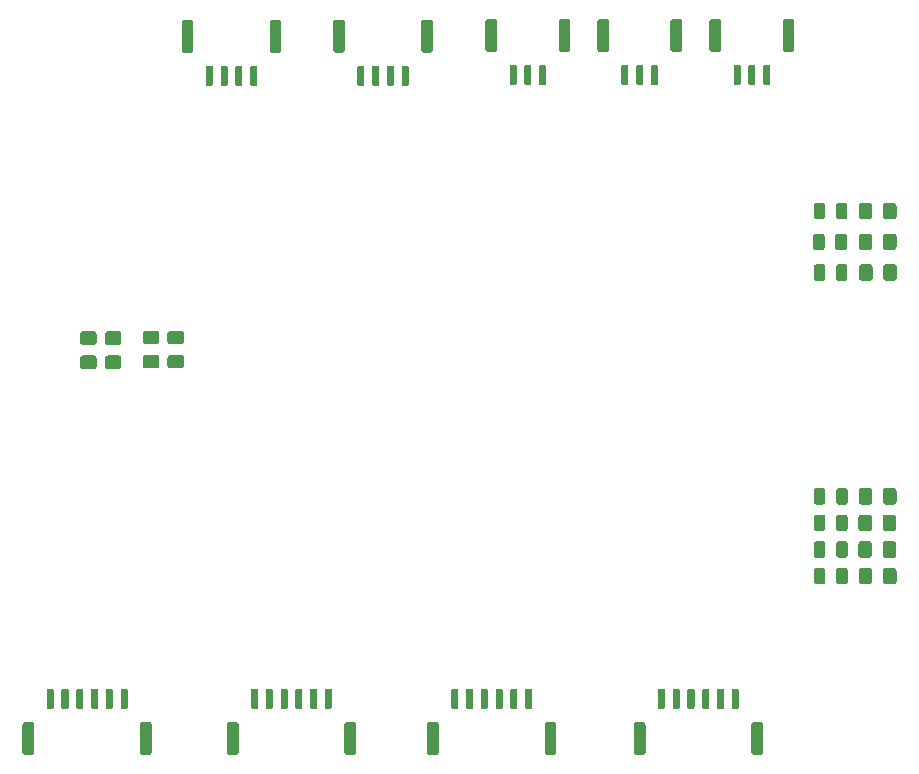
<source format=gtp>
G04 #@! TF.GenerationSoftware,KiCad,Pcbnew,(5.1.5)-3*
G04 #@! TF.CreationDate,2022-01-20T10:14:01-08:00*
G04 #@! TF.ProjectId,teensy_breakout,7465656e-7379-45f6-9272-65616b6f7574,rev?*
G04 #@! TF.SameCoordinates,Original*
G04 #@! TF.FileFunction,Paste,Top*
G04 #@! TF.FilePolarity,Positive*
%FSLAX46Y46*%
G04 Gerber Fmt 4.6, Leading zero omitted, Abs format (unit mm)*
G04 Created by KiCad (PCBNEW (5.1.5)-3) date 2022-01-20 10:14:01*
%MOMM*%
%LPD*%
G04 APERTURE LIST*
%ADD10C,0.100000*%
G04 APERTURE END LIST*
D10*
G36*
X173860504Y-99185204D02*
G01*
X173884773Y-99188804D01*
X173908571Y-99194765D01*
X173931671Y-99203030D01*
X173953849Y-99213520D01*
X173974893Y-99226133D01*
X173994598Y-99240747D01*
X174012777Y-99257223D01*
X174029253Y-99275402D01*
X174043867Y-99295107D01*
X174056480Y-99316151D01*
X174066970Y-99338329D01*
X174075235Y-99361429D01*
X174081196Y-99385227D01*
X174084796Y-99409496D01*
X174086000Y-99434000D01*
X174086000Y-101734000D01*
X174084796Y-101758504D01*
X174081196Y-101782773D01*
X174075235Y-101806571D01*
X174066970Y-101829671D01*
X174056480Y-101851849D01*
X174043867Y-101872893D01*
X174029253Y-101892598D01*
X174012777Y-101910777D01*
X173994598Y-101927253D01*
X173974893Y-101941867D01*
X173953849Y-101954480D01*
X173931671Y-101964970D01*
X173908571Y-101973235D01*
X173884773Y-101979196D01*
X173860504Y-101982796D01*
X173836000Y-101984000D01*
X173336000Y-101984000D01*
X173311496Y-101982796D01*
X173287227Y-101979196D01*
X173263429Y-101973235D01*
X173240329Y-101964970D01*
X173218151Y-101954480D01*
X173197107Y-101941867D01*
X173177402Y-101927253D01*
X173159223Y-101910777D01*
X173142747Y-101892598D01*
X173128133Y-101872893D01*
X173115520Y-101851849D01*
X173105030Y-101829671D01*
X173096765Y-101806571D01*
X173090804Y-101782773D01*
X173087204Y-101758504D01*
X173086000Y-101734000D01*
X173086000Y-99434000D01*
X173087204Y-99409496D01*
X173090804Y-99385227D01*
X173096765Y-99361429D01*
X173105030Y-99338329D01*
X173115520Y-99316151D01*
X173128133Y-99295107D01*
X173142747Y-99275402D01*
X173159223Y-99257223D01*
X173177402Y-99240747D01*
X173197107Y-99226133D01*
X173218151Y-99213520D01*
X173240329Y-99203030D01*
X173263429Y-99194765D01*
X173287227Y-99188804D01*
X173311496Y-99185204D01*
X173336000Y-99184000D01*
X173836000Y-99184000D01*
X173860504Y-99185204D01*
G37*
G36*
X167660504Y-99185204D02*
G01*
X167684773Y-99188804D01*
X167708571Y-99194765D01*
X167731671Y-99203030D01*
X167753849Y-99213520D01*
X167774893Y-99226133D01*
X167794598Y-99240747D01*
X167812777Y-99257223D01*
X167829253Y-99275402D01*
X167843867Y-99295107D01*
X167856480Y-99316151D01*
X167866970Y-99338329D01*
X167875235Y-99361429D01*
X167881196Y-99385227D01*
X167884796Y-99409496D01*
X167886000Y-99434000D01*
X167886000Y-101734000D01*
X167884796Y-101758504D01*
X167881196Y-101782773D01*
X167875235Y-101806571D01*
X167866970Y-101829671D01*
X167856480Y-101851849D01*
X167843867Y-101872893D01*
X167829253Y-101892598D01*
X167812777Y-101910777D01*
X167794598Y-101927253D01*
X167774893Y-101941867D01*
X167753849Y-101954480D01*
X167731671Y-101964970D01*
X167708571Y-101973235D01*
X167684773Y-101979196D01*
X167660504Y-101982796D01*
X167636000Y-101984000D01*
X167136000Y-101984000D01*
X167111496Y-101982796D01*
X167087227Y-101979196D01*
X167063429Y-101973235D01*
X167040329Y-101964970D01*
X167018151Y-101954480D01*
X166997107Y-101941867D01*
X166977402Y-101927253D01*
X166959223Y-101910777D01*
X166942747Y-101892598D01*
X166928133Y-101872893D01*
X166915520Y-101851849D01*
X166905030Y-101829671D01*
X166896765Y-101806571D01*
X166890804Y-101782773D01*
X166887204Y-101758504D01*
X166886000Y-101734000D01*
X166886000Y-99434000D01*
X166887204Y-99409496D01*
X166890804Y-99385227D01*
X166896765Y-99361429D01*
X166905030Y-99338329D01*
X166915520Y-99316151D01*
X166928133Y-99295107D01*
X166942747Y-99275402D01*
X166959223Y-99257223D01*
X166977402Y-99240747D01*
X166997107Y-99226133D01*
X167018151Y-99213520D01*
X167040329Y-99203030D01*
X167063429Y-99194765D01*
X167087227Y-99188804D01*
X167111496Y-99185204D01*
X167136000Y-99184000D01*
X167636000Y-99184000D01*
X167660504Y-99185204D01*
G37*
G36*
X171900703Y-103084722D02*
G01*
X171915264Y-103086882D01*
X171929543Y-103090459D01*
X171943403Y-103095418D01*
X171956710Y-103101712D01*
X171969336Y-103109280D01*
X171981159Y-103118048D01*
X171992066Y-103127934D01*
X172001952Y-103138841D01*
X172010720Y-103150664D01*
X172018288Y-103163290D01*
X172024582Y-103176597D01*
X172029541Y-103190457D01*
X172033118Y-103204736D01*
X172035278Y-103219297D01*
X172036000Y-103234000D01*
X172036000Y-104634000D01*
X172035278Y-104648703D01*
X172033118Y-104663264D01*
X172029541Y-104677543D01*
X172024582Y-104691403D01*
X172018288Y-104704710D01*
X172010720Y-104717336D01*
X172001952Y-104729159D01*
X171992066Y-104740066D01*
X171981159Y-104749952D01*
X171969336Y-104758720D01*
X171956710Y-104766288D01*
X171943403Y-104772582D01*
X171929543Y-104777541D01*
X171915264Y-104781118D01*
X171900703Y-104783278D01*
X171886000Y-104784000D01*
X171586000Y-104784000D01*
X171571297Y-104783278D01*
X171556736Y-104781118D01*
X171542457Y-104777541D01*
X171528597Y-104772582D01*
X171515290Y-104766288D01*
X171502664Y-104758720D01*
X171490841Y-104749952D01*
X171479934Y-104740066D01*
X171470048Y-104729159D01*
X171461280Y-104717336D01*
X171453712Y-104704710D01*
X171447418Y-104691403D01*
X171442459Y-104677543D01*
X171438882Y-104663264D01*
X171436722Y-104648703D01*
X171436000Y-104634000D01*
X171436000Y-103234000D01*
X171436722Y-103219297D01*
X171438882Y-103204736D01*
X171442459Y-103190457D01*
X171447418Y-103176597D01*
X171453712Y-103163290D01*
X171461280Y-103150664D01*
X171470048Y-103138841D01*
X171479934Y-103127934D01*
X171490841Y-103118048D01*
X171502664Y-103109280D01*
X171515290Y-103101712D01*
X171528597Y-103095418D01*
X171542457Y-103090459D01*
X171556736Y-103086882D01*
X171571297Y-103084722D01*
X171586000Y-103084000D01*
X171886000Y-103084000D01*
X171900703Y-103084722D01*
G37*
G36*
X170650703Y-103084722D02*
G01*
X170665264Y-103086882D01*
X170679543Y-103090459D01*
X170693403Y-103095418D01*
X170706710Y-103101712D01*
X170719336Y-103109280D01*
X170731159Y-103118048D01*
X170742066Y-103127934D01*
X170751952Y-103138841D01*
X170760720Y-103150664D01*
X170768288Y-103163290D01*
X170774582Y-103176597D01*
X170779541Y-103190457D01*
X170783118Y-103204736D01*
X170785278Y-103219297D01*
X170786000Y-103234000D01*
X170786000Y-104634000D01*
X170785278Y-104648703D01*
X170783118Y-104663264D01*
X170779541Y-104677543D01*
X170774582Y-104691403D01*
X170768288Y-104704710D01*
X170760720Y-104717336D01*
X170751952Y-104729159D01*
X170742066Y-104740066D01*
X170731159Y-104749952D01*
X170719336Y-104758720D01*
X170706710Y-104766288D01*
X170693403Y-104772582D01*
X170679543Y-104777541D01*
X170665264Y-104781118D01*
X170650703Y-104783278D01*
X170636000Y-104784000D01*
X170336000Y-104784000D01*
X170321297Y-104783278D01*
X170306736Y-104781118D01*
X170292457Y-104777541D01*
X170278597Y-104772582D01*
X170265290Y-104766288D01*
X170252664Y-104758720D01*
X170240841Y-104749952D01*
X170229934Y-104740066D01*
X170220048Y-104729159D01*
X170211280Y-104717336D01*
X170203712Y-104704710D01*
X170197418Y-104691403D01*
X170192459Y-104677543D01*
X170188882Y-104663264D01*
X170186722Y-104648703D01*
X170186000Y-104634000D01*
X170186000Y-103234000D01*
X170186722Y-103219297D01*
X170188882Y-103204736D01*
X170192459Y-103190457D01*
X170197418Y-103176597D01*
X170203712Y-103163290D01*
X170211280Y-103150664D01*
X170220048Y-103138841D01*
X170229934Y-103127934D01*
X170240841Y-103118048D01*
X170252664Y-103109280D01*
X170265290Y-103101712D01*
X170278597Y-103095418D01*
X170292457Y-103090459D01*
X170306736Y-103086882D01*
X170321297Y-103084722D01*
X170336000Y-103084000D01*
X170636000Y-103084000D01*
X170650703Y-103084722D01*
G37*
G36*
X169400703Y-103084722D02*
G01*
X169415264Y-103086882D01*
X169429543Y-103090459D01*
X169443403Y-103095418D01*
X169456710Y-103101712D01*
X169469336Y-103109280D01*
X169481159Y-103118048D01*
X169492066Y-103127934D01*
X169501952Y-103138841D01*
X169510720Y-103150664D01*
X169518288Y-103163290D01*
X169524582Y-103176597D01*
X169529541Y-103190457D01*
X169533118Y-103204736D01*
X169535278Y-103219297D01*
X169536000Y-103234000D01*
X169536000Y-104634000D01*
X169535278Y-104648703D01*
X169533118Y-104663264D01*
X169529541Y-104677543D01*
X169524582Y-104691403D01*
X169518288Y-104704710D01*
X169510720Y-104717336D01*
X169501952Y-104729159D01*
X169492066Y-104740066D01*
X169481159Y-104749952D01*
X169469336Y-104758720D01*
X169456710Y-104766288D01*
X169443403Y-104772582D01*
X169429543Y-104777541D01*
X169415264Y-104781118D01*
X169400703Y-104783278D01*
X169386000Y-104784000D01*
X169086000Y-104784000D01*
X169071297Y-104783278D01*
X169056736Y-104781118D01*
X169042457Y-104777541D01*
X169028597Y-104772582D01*
X169015290Y-104766288D01*
X169002664Y-104758720D01*
X168990841Y-104749952D01*
X168979934Y-104740066D01*
X168970048Y-104729159D01*
X168961280Y-104717336D01*
X168953712Y-104704710D01*
X168947418Y-104691403D01*
X168942459Y-104677543D01*
X168938882Y-104663264D01*
X168936722Y-104648703D01*
X168936000Y-104634000D01*
X168936000Y-103234000D01*
X168936722Y-103219297D01*
X168938882Y-103204736D01*
X168942459Y-103190457D01*
X168947418Y-103176597D01*
X168953712Y-103163290D01*
X168961280Y-103150664D01*
X168970048Y-103138841D01*
X168979934Y-103127934D01*
X168990841Y-103118048D01*
X169002664Y-103109280D01*
X169015290Y-103101712D01*
X169028597Y-103095418D01*
X169042457Y-103090459D01*
X169056736Y-103086882D01*
X169071297Y-103084722D01*
X169086000Y-103084000D01*
X169386000Y-103084000D01*
X169400703Y-103084722D01*
G37*
G36*
X164358504Y-99185204D02*
G01*
X164382773Y-99188804D01*
X164406571Y-99194765D01*
X164429671Y-99203030D01*
X164451849Y-99213520D01*
X164472893Y-99226133D01*
X164492598Y-99240747D01*
X164510777Y-99257223D01*
X164527253Y-99275402D01*
X164541867Y-99295107D01*
X164554480Y-99316151D01*
X164564970Y-99338329D01*
X164573235Y-99361429D01*
X164579196Y-99385227D01*
X164582796Y-99409496D01*
X164584000Y-99434000D01*
X164584000Y-101734000D01*
X164582796Y-101758504D01*
X164579196Y-101782773D01*
X164573235Y-101806571D01*
X164564970Y-101829671D01*
X164554480Y-101851849D01*
X164541867Y-101872893D01*
X164527253Y-101892598D01*
X164510777Y-101910777D01*
X164492598Y-101927253D01*
X164472893Y-101941867D01*
X164451849Y-101954480D01*
X164429671Y-101964970D01*
X164406571Y-101973235D01*
X164382773Y-101979196D01*
X164358504Y-101982796D01*
X164334000Y-101984000D01*
X163834000Y-101984000D01*
X163809496Y-101982796D01*
X163785227Y-101979196D01*
X163761429Y-101973235D01*
X163738329Y-101964970D01*
X163716151Y-101954480D01*
X163695107Y-101941867D01*
X163675402Y-101927253D01*
X163657223Y-101910777D01*
X163640747Y-101892598D01*
X163626133Y-101872893D01*
X163613520Y-101851849D01*
X163603030Y-101829671D01*
X163594765Y-101806571D01*
X163588804Y-101782773D01*
X163585204Y-101758504D01*
X163584000Y-101734000D01*
X163584000Y-99434000D01*
X163585204Y-99409496D01*
X163588804Y-99385227D01*
X163594765Y-99361429D01*
X163603030Y-99338329D01*
X163613520Y-99316151D01*
X163626133Y-99295107D01*
X163640747Y-99275402D01*
X163657223Y-99257223D01*
X163675402Y-99240747D01*
X163695107Y-99226133D01*
X163716151Y-99213520D01*
X163738329Y-99203030D01*
X163761429Y-99194765D01*
X163785227Y-99188804D01*
X163809496Y-99185204D01*
X163834000Y-99184000D01*
X164334000Y-99184000D01*
X164358504Y-99185204D01*
G37*
G36*
X158158504Y-99185204D02*
G01*
X158182773Y-99188804D01*
X158206571Y-99194765D01*
X158229671Y-99203030D01*
X158251849Y-99213520D01*
X158272893Y-99226133D01*
X158292598Y-99240747D01*
X158310777Y-99257223D01*
X158327253Y-99275402D01*
X158341867Y-99295107D01*
X158354480Y-99316151D01*
X158364970Y-99338329D01*
X158373235Y-99361429D01*
X158379196Y-99385227D01*
X158382796Y-99409496D01*
X158384000Y-99434000D01*
X158384000Y-101734000D01*
X158382796Y-101758504D01*
X158379196Y-101782773D01*
X158373235Y-101806571D01*
X158364970Y-101829671D01*
X158354480Y-101851849D01*
X158341867Y-101872893D01*
X158327253Y-101892598D01*
X158310777Y-101910777D01*
X158292598Y-101927253D01*
X158272893Y-101941867D01*
X158251849Y-101954480D01*
X158229671Y-101964970D01*
X158206571Y-101973235D01*
X158182773Y-101979196D01*
X158158504Y-101982796D01*
X158134000Y-101984000D01*
X157634000Y-101984000D01*
X157609496Y-101982796D01*
X157585227Y-101979196D01*
X157561429Y-101973235D01*
X157538329Y-101964970D01*
X157516151Y-101954480D01*
X157495107Y-101941867D01*
X157475402Y-101927253D01*
X157457223Y-101910777D01*
X157440747Y-101892598D01*
X157426133Y-101872893D01*
X157413520Y-101851849D01*
X157403030Y-101829671D01*
X157394765Y-101806571D01*
X157388804Y-101782773D01*
X157385204Y-101758504D01*
X157384000Y-101734000D01*
X157384000Y-99434000D01*
X157385204Y-99409496D01*
X157388804Y-99385227D01*
X157394765Y-99361429D01*
X157403030Y-99338329D01*
X157413520Y-99316151D01*
X157426133Y-99295107D01*
X157440747Y-99275402D01*
X157457223Y-99257223D01*
X157475402Y-99240747D01*
X157495107Y-99226133D01*
X157516151Y-99213520D01*
X157538329Y-99203030D01*
X157561429Y-99194765D01*
X157585227Y-99188804D01*
X157609496Y-99185204D01*
X157634000Y-99184000D01*
X158134000Y-99184000D01*
X158158504Y-99185204D01*
G37*
G36*
X162398703Y-103084722D02*
G01*
X162413264Y-103086882D01*
X162427543Y-103090459D01*
X162441403Y-103095418D01*
X162454710Y-103101712D01*
X162467336Y-103109280D01*
X162479159Y-103118048D01*
X162490066Y-103127934D01*
X162499952Y-103138841D01*
X162508720Y-103150664D01*
X162516288Y-103163290D01*
X162522582Y-103176597D01*
X162527541Y-103190457D01*
X162531118Y-103204736D01*
X162533278Y-103219297D01*
X162534000Y-103234000D01*
X162534000Y-104634000D01*
X162533278Y-104648703D01*
X162531118Y-104663264D01*
X162527541Y-104677543D01*
X162522582Y-104691403D01*
X162516288Y-104704710D01*
X162508720Y-104717336D01*
X162499952Y-104729159D01*
X162490066Y-104740066D01*
X162479159Y-104749952D01*
X162467336Y-104758720D01*
X162454710Y-104766288D01*
X162441403Y-104772582D01*
X162427543Y-104777541D01*
X162413264Y-104781118D01*
X162398703Y-104783278D01*
X162384000Y-104784000D01*
X162084000Y-104784000D01*
X162069297Y-104783278D01*
X162054736Y-104781118D01*
X162040457Y-104777541D01*
X162026597Y-104772582D01*
X162013290Y-104766288D01*
X162000664Y-104758720D01*
X161988841Y-104749952D01*
X161977934Y-104740066D01*
X161968048Y-104729159D01*
X161959280Y-104717336D01*
X161951712Y-104704710D01*
X161945418Y-104691403D01*
X161940459Y-104677543D01*
X161936882Y-104663264D01*
X161934722Y-104648703D01*
X161934000Y-104634000D01*
X161934000Y-103234000D01*
X161934722Y-103219297D01*
X161936882Y-103204736D01*
X161940459Y-103190457D01*
X161945418Y-103176597D01*
X161951712Y-103163290D01*
X161959280Y-103150664D01*
X161968048Y-103138841D01*
X161977934Y-103127934D01*
X161988841Y-103118048D01*
X162000664Y-103109280D01*
X162013290Y-103101712D01*
X162026597Y-103095418D01*
X162040457Y-103090459D01*
X162054736Y-103086882D01*
X162069297Y-103084722D01*
X162084000Y-103084000D01*
X162384000Y-103084000D01*
X162398703Y-103084722D01*
G37*
G36*
X161148703Y-103084722D02*
G01*
X161163264Y-103086882D01*
X161177543Y-103090459D01*
X161191403Y-103095418D01*
X161204710Y-103101712D01*
X161217336Y-103109280D01*
X161229159Y-103118048D01*
X161240066Y-103127934D01*
X161249952Y-103138841D01*
X161258720Y-103150664D01*
X161266288Y-103163290D01*
X161272582Y-103176597D01*
X161277541Y-103190457D01*
X161281118Y-103204736D01*
X161283278Y-103219297D01*
X161284000Y-103234000D01*
X161284000Y-104634000D01*
X161283278Y-104648703D01*
X161281118Y-104663264D01*
X161277541Y-104677543D01*
X161272582Y-104691403D01*
X161266288Y-104704710D01*
X161258720Y-104717336D01*
X161249952Y-104729159D01*
X161240066Y-104740066D01*
X161229159Y-104749952D01*
X161217336Y-104758720D01*
X161204710Y-104766288D01*
X161191403Y-104772582D01*
X161177543Y-104777541D01*
X161163264Y-104781118D01*
X161148703Y-104783278D01*
X161134000Y-104784000D01*
X160834000Y-104784000D01*
X160819297Y-104783278D01*
X160804736Y-104781118D01*
X160790457Y-104777541D01*
X160776597Y-104772582D01*
X160763290Y-104766288D01*
X160750664Y-104758720D01*
X160738841Y-104749952D01*
X160727934Y-104740066D01*
X160718048Y-104729159D01*
X160709280Y-104717336D01*
X160701712Y-104704710D01*
X160695418Y-104691403D01*
X160690459Y-104677543D01*
X160686882Y-104663264D01*
X160684722Y-104648703D01*
X160684000Y-104634000D01*
X160684000Y-103234000D01*
X160684722Y-103219297D01*
X160686882Y-103204736D01*
X160690459Y-103190457D01*
X160695418Y-103176597D01*
X160701712Y-103163290D01*
X160709280Y-103150664D01*
X160718048Y-103138841D01*
X160727934Y-103127934D01*
X160738841Y-103118048D01*
X160750664Y-103109280D01*
X160763290Y-103101712D01*
X160776597Y-103095418D01*
X160790457Y-103090459D01*
X160804736Y-103086882D01*
X160819297Y-103084722D01*
X160834000Y-103084000D01*
X161134000Y-103084000D01*
X161148703Y-103084722D01*
G37*
G36*
X159898703Y-103084722D02*
G01*
X159913264Y-103086882D01*
X159927543Y-103090459D01*
X159941403Y-103095418D01*
X159954710Y-103101712D01*
X159967336Y-103109280D01*
X159979159Y-103118048D01*
X159990066Y-103127934D01*
X159999952Y-103138841D01*
X160008720Y-103150664D01*
X160016288Y-103163290D01*
X160022582Y-103176597D01*
X160027541Y-103190457D01*
X160031118Y-103204736D01*
X160033278Y-103219297D01*
X160034000Y-103234000D01*
X160034000Y-104634000D01*
X160033278Y-104648703D01*
X160031118Y-104663264D01*
X160027541Y-104677543D01*
X160022582Y-104691403D01*
X160016288Y-104704710D01*
X160008720Y-104717336D01*
X159999952Y-104729159D01*
X159990066Y-104740066D01*
X159979159Y-104749952D01*
X159967336Y-104758720D01*
X159954710Y-104766288D01*
X159941403Y-104772582D01*
X159927543Y-104777541D01*
X159913264Y-104781118D01*
X159898703Y-104783278D01*
X159884000Y-104784000D01*
X159584000Y-104784000D01*
X159569297Y-104783278D01*
X159554736Y-104781118D01*
X159540457Y-104777541D01*
X159526597Y-104772582D01*
X159513290Y-104766288D01*
X159500664Y-104758720D01*
X159488841Y-104749952D01*
X159477934Y-104740066D01*
X159468048Y-104729159D01*
X159459280Y-104717336D01*
X159451712Y-104704710D01*
X159445418Y-104691403D01*
X159440459Y-104677543D01*
X159436882Y-104663264D01*
X159434722Y-104648703D01*
X159434000Y-104634000D01*
X159434000Y-103234000D01*
X159434722Y-103219297D01*
X159436882Y-103204736D01*
X159440459Y-103190457D01*
X159445418Y-103176597D01*
X159451712Y-103163290D01*
X159459280Y-103150664D01*
X159468048Y-103138841D01*
X159477934Y-103127934D01*
X159488841Y-103118048D01*
X159500664Y-103109280D01*
X159513290Y-103101712D01*
X159526597Y-103095418D01*
X159540457Y-103090459D01*
X159554736Y-103086882D01*
X159569297Y-103084722D01*
X159584000Y-103084000D01*
X159884000Y-103084000D01*
X159898703Y-103084722D01*
G37*
G36*
X154885504Y-99182204D02*
G01*
X154909773Y-99185804D01*
X154933571Y-99191765D01*
X154956671Y-99200030D01*
X154978849Y-99210520D01*
X154999893Y-99223133D01*
X155019598Y-99237747D01*
X155037777Y-99254223D01*
X155054253Y-99272402D01*
X155068867Y-99292107D01*
X155081480Y-99313151D01*
X155091970Y-99335329D01*
X155100235Y-99358429D01*
X155106196Y-99382227D01*
X155109796Y-99406496D01*
X155111000Y-99431000D01*
X155111000Y-101731000D01*
X155109796Y-101755504D01*
X155106196Y-101779773D01*
X155100235Y-101803571D01*
X155091970Y-101826671D01*
X155081480Y-101848849D01*
X155068867Y-101869893D01*
X155054253Y-101889598D01*
X155037777Y-101907777D01*
X155019598Y-101924253D01*
X154999893Y-101938867D01*
X154978849Y-101951480D01*
X154956671Y-101961970D01*
X154933571Y-101970235D01*
X154909773Y-101976196D01*
X154885504Y-101979796D01*
X154861000Y-101981000D01*
X154361000Y-101981000D01*
X154336496Y-101979796D01*
X154312227Y-101976196D01*
X154288429Y-101970235D01*
X154265329Y-101961970D01*
X154243151Y-101951480D01*
X154222107Y-101938867D01*
X154202402Y-101924253D01*
X154184223Y-101907777D01*
X154167747Y-101889598D01*
X154153133Y-101869893D01*
X154140520Y-101848849D01*
X154130030Y-101826671D01*
X154121765Y-101803571D01*
X154115804Y-101779773D01*
X154112204Y-101755504D01*
X154111000Y-101731000D01*
X154111000Y-99431000D01*
X154112204Y-99406496D01*
X154115804Y-99382227D01*
X154121765Y-99358429D01*
X154130030Y-99335329D01*
X154140520Y-99313151D01*
X154153133Y-99292107D01*
X154167747Y-99272402D01*
X154184223Y-99254223D01*
X154202402Y-99237747D01*
X154222107Y-99223133D01*
X154243151Y-99210520D01*
X154265329Y-99200030D01*
X154288429Y-99191765D01*
X154312227Y-99185804D01*
X154336496Y-99182204D01*
X154361000Y-99181000D01*
X154861000Y-99181000D01*
X154885504Y-99182204D01*
G37*
G36*
X148685504Y-99182204D02*
G01*
X148709773Y-99185804D01*
X148733571Y-99191765D01*
X148756671Y-99200030D01*
X148778849Y-99210520D01*
X148799893Y-99223133D01*
X148819598Y-99237747D01*
X148837777Y-99254223D01*
X148854253Y-99272402D01*
X148868867Y-99292107D01*
X148881480Y-99313151D01*
X148891970Y-99335329D01*
X148900235Y-99358429D01*
X148906196Y-99382227D01*
X148909796Y-99406496D01*
X148911000Y-99431000D01*
X148911000Y-101731000D01*
X148909796Y-101755504D01*
X148906196Y-101779773D01*
X148900235Y-101803571D01*
X148891970Y-101826671D01*
X148881480Y-101848849D01*
X148868867Y-101869893D01*
X148854253Y-101889598D01*
X148837777Y-101907777D01*
X148819598Y-101924253D01*
X148799893Y-101938867D01*
X148778849Y-101951480D01*
X148756671Y-101961970D01*
X148733571Y-101970235D01*
X148709773Y-101976196D01*
X148685504Y-101979796D01*
X148661000Y-101981000D01*
X148161000Y-101981000D01*
X148136496Y-101979796D01*
X148112227Y-101976196D01*
X148088429Y-101970235D01*
X148065329Y-101961970D01*
X148043151Y-101951480D01*
X148022107Y-101938867D01*
X148002402Y-101924253D01*
X147984223Y-101907777D01*
X147967747Y-101889598D01*
X147953133Y-101869893D01*
X147940520Y-101848849D01*
X147930030Y-101826671D01*
X147921765Y-101803571D01*
X147915804Y-101779773D01*
X147912204Y-101755504D01*
X147911000Y-101731000D01*
X147911000Y-99431000D01*
X147912204Y-99406496D01*
X147915804Y-99382227D01*
X147921765Y-99358429D01*
X147930030Y-99335329D01*
X147940520Y-99313151D01*
X147953133Y-99292107D01*
X147967747Y-99272402D01*
X147984223Y-99254223D01*
X148002402Y-99237747D01*
X148022107Y-99223133D01*
X148043151Y-99210520D01*
X148065329Y-99200030D01*
X148088429Y-99191765D01*
X148112227Y-99185804D01*
X148136496Y-99182204D01*
X148161000Y-99181000D01*
X148661000Y-99181000D01*
X148685504Y-99182204D01*
G37*
G36*
X152925703Y-103081722D02*
G01*
X152940264Y-103083882D01*
X152954543Y-103087459D01*
X152968403Y-103092418D01*
X152981710Y-103098712D01*
X152994336Y-103106280D01*
X153006159Y-103115048D01*
X153017066Y-103124934D01*
X153026952Y-103135841D01*
X153035720Y-103147664D01*
X153043288Y-103160290D01*
X153049582Y-103173597D01*
X153054541Y-103187457D01*
X153058118Y-103201736D01*
X153060278Y-103216297D01*
X153061000Y-103231000D01*
X153061000Y-104631000D01*
X153060278Y-104645703D01*
X153058118Y-104660264D01*
X153054541Y-104674543D01*
X153049582Y-104688403D01*
X153043288Y-104701710D01*
X153035720Y-104714336D01*
X153026952Y-104726159D01*
X153017066Y-104737066D01*
X153006159Y-104746952D01*
X152994336Y-104755720D01*
X152981710Y-104763288D01*
X152968403Y-104769582D01*
X152954543Y-104774541D01*
X152940264Y-104778118D01*
X152925703Y-104780278D01*
X152911000Y-104781000D01*
X152611000Y-104781000D01*
X152596297Y-104780278D01*
X152581736Y-104778118D01*
X152567457Y-104774541D01*
X152553597Y-104769582D01*
X152540290Y-104763288D01*
X152527664Y-104755720D01*
X152515841Y-104746952D01*
X152504934Y-104737066D01*
X152495048Y-104726159D01*
X152486280Y-104714336D01*
X152478712Y-104701710D01*
X152472418Y-104688403D01*
X152467459Y-104674543D01*
X152463882Y-104660264D01*
X152461722Y-104645703D01*
X152461000Y-104631000D01*
X152461000Y-103231000D01*
X152461722Y-103216297D01*
X152463882Y-103201736D01*
X152467459Y-103187457D01*
X152472418Y-103173597D01*
X152478712Y-103160290D01*
X152486280Y-103147664D01*
X152495048Y-103135841D01*
X152504934Y-103124934D01*
X152515841Y-103115048D01*
X152527664Y-103106280D01*
X152540290Y-103098712D01*
X152553597Y-103092418D01*
X152567457Y-103087459D01*
X152581736Y-103083882D01*
X152596297Y-103081722D01*
X152611000Y-103081000D01*
X152911000Y-103081000D01*
X152925703Y-103081722D01*
G37*
G36*
X151675703Y-103081722D02*
G01*
X151690264Y-103083882D01*
X151704543Y-103087459D01*
X151718403Y-103092418D01*
X151731710Y-103098712D01*
X151744336Y-103106280D01*
X151756159Y-103115048D01*
X151767066Y-103124934D01*
X151776952Y-103135841D01*
X151785720Y-103147664D01*
X151793288Y-103160290D01*
X151799582Y-103173597D01*
X151804541Y-103187457D01*
X151808118Y-103201736D01*
X151810278Y-103216297D01*
X151811000Y-103231000D01*
X151811000Y-104631000D01*
X151810278Y-104645703D01*
X151808118Y-104660264D01*
X151804541Y-104674543D01*
X151799582Y-104688403D01*
X151793288Y-104701710D01*
X151785720Y-104714336D01*
X151776952Y-104726159D01*
X151767066Y-104737066D01*
X151756159Y-104746952D01*
X151744336Y-104755720D01*
X151731710Y-104763288D01*
X151718403Y-104769582D01*
X151704543Y-104774541D01*
X151690264Y-104778118D01*
X151675703Y-104780278D01*
X151661000Y-104781000D01*
X151361000Y-104781000D01*
X151346297Y-104780278D01*
X151331736Y-104778118D01*
X151317457Y-104774541D01*
X151303597Y-104769582D01*
X151290290Y-104763288D01*
X151277664Y-104755720D01*
X151265841Y-104746952D01*
X151254934Y-104737066D01*
X151245048Y-104726159D01*
X151236280Y-104714336D01*
X151228712Y-104701710D01*
X151222418Y-104688403D01*
X151217459Y-104674543D01*
X151213882Y-104660264D01*
X151211722Y-104645703D01*
X151211000Y-104631000D01*
X151211000Y-103231000D01*
X151211722Y-103216297D01*
X151213882Y-103201736D01*
X151217459Y-103187457D01*
X151222418Y-103173597D01*
X151228712Y-103160290D01*
X151236280Y-103147664D01*
X151245048Y-103135841D01*
X151254934Y-103124934D01*
X151265841Y-103115048D01*
X151277664Y-103106280D01*
X151290290Y-103098712D01*
X151303597Y-103092418D01*
X151317457Y-103087459D01*
X151331736Y-103083882D01*
X151346297Y-103081722D01*
X151361000Y-103081000D01*
X151661000Y-103081000D01*
X151675703Y-103081722D01*
G37*
G36*
X150425703Y-103081722D02*
G01*
X150440264Y-103083882D01*
X150454543Y-103087459D01*
X150468403Y-103092418D01*
X150481710Y-103098712D01*
X150494336Y-103106280D01*
X150506159Y-103115048D01*
X150517066Y-103124934D01*
X150526952Y-103135841D01*
X150535720Y-103147664D01*
X150543288Y-103160290D01*
X150549582Y-103173597D01*
X150554541Y-103187457D01*
X150558118Y-103201736D01*
X150560278Y-103216297D01*
X150561000Y-103231000D01*
X150561000Y-104631000D01*
X150560278Y-104645703D01*
X150558118Y-104660264D01*
X150554541Y-104674543D01*
X150549582Y-104688403D01*
X150543288Y-104701710D01*
X150535720Y-104714336D01*
X150526952Y-104726159D01*
X150517066Y-104737066D01*
X150506159Y-104746952D01*
X150494336Y-104755720D01*
X150481710Y-104763288D01*
X150468403Y-104769582D01*
X150454543Y-104774541D01*
X150440264Y-104778118D01*
X150425703Y-104780278D01*
X150411000Y-104781000D01*
X150111000Y-104781000D01*
X150096297Y-104780278D01*
X150081736Y-104778118D01*
X150067457Y-104774541D01*
X150053597Y-104769582D01*
X150040290Y-104763288D01*
X150027664Y-104755720D01*
X150015841Y-104746952D01*
X150004934Y-104737066D01*
X149995048Y-104726159D01*
X149986280Y-104714336D01*
X149978712Y-104701710D01*
X149972418Y-104688403D01*
X149967459Y-104674543D01*
X149963882Y-104660264D01*
X149961722Y-104645703D01*
X149961000Y-104631000D01*
X149961000Y-103231000D01*
X149961722Y-103216297D01*
X149963882Y-103201736D01*
X149967459Y-103187457D01*
X149972418Y-103173597D01*
X149978712Y-103160290D01*
X149986280Y-103147664D01*
X149995048Y-103135841D01*
X150004934Y-103124934D01*
X150015841Y-103115048D01*
X150027664Y-103106280D01*
X150040290Y-103098712D01*
X150053597Y-103092418D01*
X150067457Y-103087459D01*
X150081736Y-103083882D01*
X150096297Y-103081722D01*
X150111000Y-103081000D01*
X150411000Y-103081000D01*
X150425703Y-103081722D01*
G37*
G36*
X120074505Y-125576204D02*
G01*
X120098773Y-125579804D01*
X120122572Y-125585765D01*
X120145671Y-125594030D01*
X120167850Y-125604520D01*
X120188893Y-125617132D01*
X120208599Y-125631747D01*
X120226777Y-125648223D01*
X120243253Y-125666401D01*
X120257868Y-125686107D01*
X120270480Y-125707150D01*
X120280970Y-125729329D01*
X120289235Y-125752428D01*
X120295196Y-125776227D01*
X120298796Y-125800495D01*
X120300000Y-125824999D01*
X120300000Y-126475001D01*
X120298796Y-126499505D01*
X120295196Y-126523773D01*
X120289235Y-126547572D01*
X120280970Y-126570671D01*
X120270480Y-126592850D01*
X120257868Y-126613893D01*
X120243253Y-126633599D01*
X120226777Y-126651777D01*
X120208599Y-126668253D01*
X120188893Y-126682868D01*
X120167850Y-126695480D01*
X120145671Y-126705970D01*
X120122572Y-126714235D01*
X120098773Y-126720196D01*
X120074505Y-126723796D01*
X120050001Y-126725000D01*
X119149999Y-126725000D01*
X119125495Y-126723796D01*
X119101227Y-126720196D01*
X119077428Y-126714235D01*
X119054329Y-126705970D01*
X119032150Y-126695480D01*
X119011107Y-126682868D01*
X118991401Y-126668253D01*
X118973223Y-126651777D01*
X118956747Y-126633599D01*
X118942132Y-126613893D01*
X118929520Y-126592850D01*
X118919030Y-126570671D01*
X118910765Y-126547572D01*
X118904804Y-126523773D01*
X118901204Y-126499505D01*
X118900000Y-126475001D01*
X118900000Y-125824999D01*
X118901204Y-125800495D01*
X118904804Y-125776227D01*
X118910765Y-125752428D01*
X118919030Y-125729329D01*
X118929520Y-125707150D01*
X118942132Y-125686107D01*
X118956747Y-125666401D01*
X118973223Y-125648223D01*
X118991401Y-125631747D01*
X119011107Y-125617132D01*
X119032150Y-125604520D01*
X119054329Y-125594030D01*
X119077428Y-125585765D01*
X119101227Y-125579804D01*
X119125495Y-125576204D01*
X119149999Y-125575000D01*
X120050001Y-125575000D01*
X120074505Y-125576204D01*
G37*
G36*
X120074505Y-127626204D02*
G01*
X120098773Y-127629804D01*
X120122572Y-127635765D01*
X120145671Y-127644030D01*
X120167850Y-127654520D01*
X120188893Y-127667132D01*
X120208599Y-127681747D01*
X120226777Y-127698223D01*
X120243253Y-127716401D01*
X120257868Y-127736107D01*
X120270480Y-127757150D01*
X120280970Y-127779329D01*
X120289235Y-127802428D01*
X120295196Y-127826227D01*
X120298796Y-127850495D01*
X120300000Y-127874999D01*
X120300000Y-128525001D01*
X120298796Y-128549505D01*
X120295196Y-128573773D01*
X120289235Y-128597572D01*
X120280970Y-128620671D01*
X120270480Y-128642850D01*
X120257868Y-128663893D01*
X120243253Y-128683599D01*
X120226777Y-128701777D01*
X120208599Y-128718253D01*
X120188893Y-128732868D01*
X120167850Y-128745480D01*
X120145671Y-128755970D01*
X120122572Y-128764235D01*
X120098773Y-128770196D01*
X120074505Y-128773796D01*
X120050001Y-128775000D01*
X119149999Y-128775000D01*
X119125495Y-128773796D01*
X119101227Y-128770196D01*
X119077428Y-128764235D01*
X119054329Y-128755970D01*
X119032150Y-128745480D01*
X119011107Y-128732868D01*
X118991401Y-128718253D01*
X118973223Y-128701777D01*
X118956747Y-128683599D01*
X118942132Y-128663893D01*
X118929520Y-128642850D01*
X118919030Y-128620671D01*
X118910765Y-128597572D01*
X118904804Y-128573773D01*
X118901204Y-128549505D01*
X118900000Y-128525001D01*
X118900000Y-127874999D01*
X118901204Y-127850495D01*
X118904804Y-127826227D01*
X118910765Y-127802428D01*
X118919030Y-127779329D01*
X118929520Y-127757150D01*
X118942132Y-127736107D01*
X118956747Y-127716401D01*
X118973223Y-127698223D01*
X118991401Y-127681747D01*
X119011107Y-127667132D01*
X119032150Y-127654520D01*
X119054329Y-127644030D01*
X119077428Y-127635765D01*
X119101227Y-127629804D01*
X119125495Y-127626204D01*
X119149999Y-127625000D01*
X120050001Y-127625000D01*
X120074505Y-127626204D01*
G37*
G36*
X116874505Y-125626204D02*
G01*
X116898773Y-125629804D01*
X116922572Y-125635765D01*
X116945671Y-125644030D01*
X116967850Y-125654520D01*
X116988893Y-125667132D01*
X117008599Y-125681747D01*
X117026777Y-125698223D01*
X117043253Y-125716401D01*
X117057868Y-125736107D01*
X117070480Y-125757150D01*
X117080970Y-125779329D01*
X117089235Y-125802428D01*
X117095196Y-125826227D01*
X117098796Y-125850495D01*
X117100000Y-125874999D01*
X117100000Y-126525001D01*
X117098796Y-126549505D01*
X117095196Y-126573773D01*
X117089235Y-126597572D01*
X117080970Y-126620671D01*
X117070480Y-126642850D01*
X117057868Y-126663893D01*
X117043253Y-126683599D01*
X117026777Y-126701777D01*
X117008599Y-126718253D01*
X116988893Y-126732868D01*
X116967850Y-126745480D01*
X116945671Y-126755970D01*
X116922572Y-126764235D01*
X116898773Y-126770196D01*
X116874505Y-126773796D01*
X116850001Y-126775000D01*
X115949999Y-126775000D01*
X115925495Y-126773796D01*
X115901227Y-126770196D01*
X115877428Y-126764235D01*
X115854329Y-126755970D01*
X115832150Y-126745480D01*
X115811107Y-126732868D01*
X115791401Y-126718253D01*
X115773223Y-126701777D01*
X115756747Y-126683599D01*
X115742132Y-126663893D01*
X115729520Y-126642850D01*
X115719030Y-126620671D01*
X115710765Y-126597572D01*
X115704804Y-126573773D01*
X115701204Y-126549505D01*
X115700000Y-126525001D01*
X115700000Y-125874999D01*
X115701204Y-125850495D01*
X115704804Y-125826227D01*
X115710765Y-125802428D01*
X115719030Y-125779329D01*
X115729520Y-125757150D01*
X115742132Y-125736107D01*
X115756747Y-125716401D01*
X115773223Y-125698223D01*
X115791401Y-125681747D01*
X115811107Y-125667132D01*
X115832150Y-125654520D01*
X115854329Y-125644030D01*
X115877428Y-125635765D01*
X115901227Y-125629804D01*
X115925495Y-125626204D01*
X115949999Y-125625000D01*
X116850001Y-125625000D01*
X116874505Y-125626204D01*
G37*
G36*
X116874505Y-127676204D02*
G01*
X116898773Y-127679804D01*
X116922572Y-127685765D01*
X116945671Y-127694030D01*
X116967850Y-127704520D01*
X116988893Y-127717132D01*
X117008599Y-127731747D01*
X117026777Y-127748223D01*
X117043253Y-127766401D01*
X117057868Y-127786107D01*
X117070480Y-127807150D01*
X117080970Y-127829329D01*
X117089235Y-127852428D01*
X117095196Y-127876227D01*
X117098796Y-127900495D01*
X117100000Y-127924999D01*
X117100000Y-128575001D01*
X117098796Y-128599505D01*
X117095196Y-128623773D01*
X117089235Y-128647572D01*
X117080970Y-128670671D01*
X117070480Y-128692850D01*
X117057868Y-128713893D01*
X117043253Y-128733599D01*
X117026777Y-128751777D01*
X117008599Y-128768253D01*
X116988893Y-128782868D01*
X116967850Y-128795480D01*
X116945671Y-128805970D01*
X116922572Y-128814235D01*
X116898773Y-128820196D01*
X116874505Y-128823796D01*
X116850001Y-128825000D01*
X115949999Y-128825000D01*
X115925495Y-128823796D01*
X115901227Y-128820196D01*
X115877428Y-128814235D01*
X115854329Y-128805970D01*
X115832150Y-128795480D01*
X115811107Y-128782868D01*
X115791401Y-128768253D01*
X115773223Y-128751777D01*
X115756747Y-128733599D01*
X115742132Y-128713893D01*
X115729520Y-128692850D01*
X115719030Y-128670671D01*
X115710765Y-128647572D01*
X115704804Y-128623773D01*
X115701204Y-128599505D01*
X115700000Y-128575001D01*
X115700000Y-127924999D01*
X115701204Y-127900495D01*
X115704804Y-127876227D01*
X115710765Y-127852428D01*
X115719030Y-127829329D01*
X115729520Y-127807150D01*
X115742132Y-127786107D01*
X115756747Y-127766401D01*
X115773223Y-127748223D01*
X115791401Y-127731747D01*
X115811107Y-127717132D01*
X115832150Y-127704520D01*
X115854329Y-127694030D01*
X115877428Y-127685765D01*
X115901227Y-127679804D01*
X115925495Y-127676204D01*
X115949999Y-127675000D01*
X116850001Y-127675000D01*
X116874505Y-127676204D01*
G37*
G36*
X122174505Y-125576204D02*
G01*
X122198773Y-125579804D01*
X122222572Y-125585765D01*
X122245671Y-125594030D01*
X122267850Y-125604520D01*
X122288893Y-125617132D01*
X122308599Y-125631747D01*
X122326777Y-125648223D01*
X122343253Y-125666401D01*
X122357868Y-125686107D01*
X122370480Y-125707150D01*
X122380970Y-125729329D01*
X122389235Y-125752428D01*
X122395196Y-125776227D01*
X122398796Y-125800495D01*
X122400000Y-125824999D01*
X122400000Y-126475001D01*
X122398796Y-126499505D01*
X122395196Y-126523773D01*
X122389235Y-126547572D01*
X122380970Y-126570671D01*
X122370480Y-126592850D01*
X122357868Y-126613893D01*
X122343253Y-126633599D01*
X122326777Y-126651777D01*
X122308599Y-126668253D01*
X122288893Y-126682868D01*
X122267850Y-126695480D01*
X122245671Y-126705970D01*
X122222572Y-126714235D01*
X122198773Y-126720196D01*
X122174505Y-126723796D01*
X122150001Y-126725000D01*
X121249999Y-126725000D01*
X121225495Y-126723796D01*
X121201227Y-126720196D01*
X121177428Y-126714235D01*
X121154329Y-126705970D01*
X121132150Y-126695480D01*
X121111107Y-126682868D01*
X121091401Y-126668253D01*
X121073223Y-126651777D01*
X121056747Y-126633599D01*
X121042132Y-126613893D01*
X121029520Y-126592850D01*
X121019030Y-126570671D01*
X121010765Y-126547572D01*
X121004804Y-126523773D01*
X121001204Y-126499505D01*
X121000000Y-126475001D01*
X121000000Y-125824999D01*
X121001204Y-125800495D01*
X121004804Y-125776227D01*
X121010765Y-125752428D01*
X121019030Y-125729329D01*
X121029520Y-125707150D01*
X121042132Y-125686107D01*
X121056747Y-125666401D01*
X121073223Y-125648223D01*
X121091401Y-125631747D01*
X121111107Y-125617132D01*
X121132150Y-125604520D01*
X121154329Y-125594030D01*
X121177428Y-125585765D01*
X121201227Y-125579804D01*
X121225495Y-125576204D01*
X121249999Y-125575000D01*
X122150001Y-125575000D01*
X122174505Y-125576204D01*
G37*
G36*
X122174505Y-127626204D02*
G01*
X122198773Y-127629804D01*
X122222572Y-127635765D01*
X122245671Y-127644030D01*
X122267850Y-127654520D01*
X122288893Y-127667132D01*
X122308599Y-127681747D01*
X122326777Y-127698223D01*
X122343253Y-127716401D01*
X122357868Y-127736107D01*
X122370480Y-127757150D01*
X122380970Y-127779329D01*
X122389235Y-127802428D01*
X122395196Y-127826227D01*
X122398796Y-127850495D01*
X122400000Y-127874999D01*
X122400000Y-128525001D01*
X122398796Y-128549505D01*
X122395196Y-128573773D01*
X122389235Y-128597572D01*
X122380970Y-128620671D01*
X122370480Y-128642850D01*
X122357868Y-128663893D01*
X122343253Y-128683599D01*
X122326777Y-128701777D01*
X122308599Y-128718253D01*
X122288893Y-128732868D01*
X122267850Y-128745480D01*
X122245671Y-128755970D01*
X122222572Y-128764235D01*
X122198773Y-128770196D01*
X122174505Y-128773796D01*
X122150001Y-128775000D01*
X121249999Y-128775000D01*
X121225495Y-128773796D01*
X121201227Y-128770196D01*
X121177428Y-128764235D01*
X121154329Y-128755970D01*
X121132150Y-128745480D01*
X121111107Y-128732868D01*
X121091401Y-128718253D01*
X121073223Y-128701777D01*
X121056747Y-128683599D01*
X121042132Y-128663893D01*
X121029520Y-128642850D01*
X121019030Y-128620671D01*
X121010765Y-128597572D01*
X121004804Y-128573773D01*
X121001204Y-128549505D01*
X121000000Y-128525001D01*
X121000000Y-127874999D01*
X121001204Y-127850495D01*
X121004804Y-127826227D01*
X121010765Y-127802428D01*
X121019030Y-127779329D01*
X121029520Y-127757150D01*
X121042132Y-127736107D01*
X121056747Y-127716401D01*
X121073223Y-127698223D01*
X121091401Y-127681747D01*
X121111107Y-127667132D01*
X121132150Y-127654520D01*
X121154329Y-127644030D01*
X121177428Y-127635765D01*
X121201227Y-127629804D01*
X121225495Y-127626204D01*
X121249999Y-127625000D01*
X122150001Y-127625000D01*
X122174505Y-127626204D01*
G37*
G36*
X114774505Y-125626204D02*
G01*
X114798773Y-125629804D01*
X114822572Y-125635765D01*
X114845671Y-125644030D01*
X114867850Y-125654520D01*
X114888893Y-125667132D01*
X114908599Y-125681747D01*
X114926777Y-125698223D01*
X114943253Y-125716401D01*
X114957868Y-125736107D01*
X114970480Y-125757150D01*
X114980970Y-125779329D01*
X114989235Y-125802428D01*
X114995196Y-125826227D01*
X114998796Y-125850495D01*
X115000000Y-125874999D01*
X115000000Y-126525001D01*
X114998796Y-126549505D01*
X114995196Y-126573773D01*
X114989235Y-126597572D01*
X114980970Y-126620671D01*
X114970480Y-126642850D01*
X114957868Y-126663893D01*
X114943253Y-126683599D01*
X114926777Y-126701777D01*
X114908599Y-126718253D01*
X114888893Y-126732868D01*
X114867850Y-126745480D01*
X114845671Y-126755970D01*
X114822572Y-126764235D01*
X114798773Y-126770196D01*
X114774505Y-126773796D01*
X114750001Y-126775000D01*
X113849999Y-126775000D01*
X113825495Y-126773796D01*
X113801227Y-126770196D01*
X113777428Y-126764235D01*
X113754329Y-126755970D01*
X113732150Y-126745480D01*
X113711107Y-126732868D01*
X113691401Y-126718253D01*
X113673223Y-126701777D01*
X113656747Y-126683599D01*
X113642132Y-126663893D01*
X113629520Y-126642850D01*
X113619030Y-126620671D01*
X113610765Y-126597572D01*
X113604804Y-126573773D01*
X113601204Y-126549505D01*
X113600000Y-126525001D01*
X113600000Y-125874999D01*
X113601204Y-125850495D01*
X113604804Y-125826227D01*
X113610765Y-125802428D01*
X113619030Y-125779329D01*
X113629520Y-125757150D01*
X113642132Y-125736107D01*
X113656747Y-125716401D01*
X113673223Y-125698223D01*
X113691401Y-125681747D01*
X113711107Y-125667132D01*
X113732150Y-125654520D01*
X113754329Y-125644030D01*
X113777428Y-125635765D01*
X113801227Y-125629804D01*
X113825495Y-125626204D01*
X113849999Y-125625000D01*
X114750001Y-125625000D01*
X114774505Y-125626204D01*
G37*
G36*
X114774505Y-127676204D02*
G01*
X114798773Y-127679804D01*
X114822572Y-127685765D01*
X114845671Y-127694030D01*
X114867850Y-127704520D01*
X114888893Y-127717132D01*
X114908599Y-127731747D01*
X114926777Y-127748223D01*
X114943253Y-127766401D01*
X114957868Y-127786107D01*
X114970480Y-127807150D01*
X114980970Y-127829329D01*
X114989235Y-127852428D01*
X114995196Y-127876227D01*
X114998796Y-127900495D01*
X115000000Y-127924999D01*
X115000000Y-128575001D01*
X114998796Y-128599505D01*
X114995196Y-128623773D01*
X114989235Y-128647572D01*
X114980970Y-128670671D01*
X114970480Y-128692850D01*
X114957868Y-128713893D01*
X114943253Y-128733599D01*
X114926777Y-128751777D01*
X114908599Y-128768253D01*
X114888893Y-128782868D01*
X114867850Y-128795480D01*
X114845671Y-128805970D01*
X114822572Y-128814235D01*
X114798773Y-128820196D01*
X114774505Y-128823796D01*
X114750001Y-128825000D01*
X113849999Y-128825000D01*
X113825495Y-128823796D01*
X113801227Y-128820196D01*
X113777428Y-128814235D01*
X113754329Y-128805970D01*
X113732150Y-128795480D01*
X113711107Y-128782868D01*
X113691401Y-128768253D01*
X113673223Y-128751777D01*
X113656747Y-128733599D01*
X113642132Y-128713893D01*
X113629520Y-128692850D01*
X113619030Y-128670671D01*
X113610765Y-128647572D01*
X113604804Y-128623773D01*
X113601204Y-128599505D01*
X113600000Y-128575001D01*
X113600000Y-127924999D01*
X113601204Y-127900495D01*
X113604804Y-127876227D01*
X113610765Y-127852428D01*
X113619030Y-127829329D01*
X113629520Y-127807150D01*
X113642132Y-127786107D01*
X113656747Y-127766401D01*
X113673223Y-127748223D01*
X113691401Y-127731747D01*
X113711107Y-127717132D01*
X113732150Y-127704520D01*
X113754329Y-127694030D01*
X113777428Y-127685765D01*
X113801227Y-127679804D01*
X113825495Y-127676204D01*
X113849999Y-127675000D01*
X114750001Y-127675000D01*
X114774505Y-127676204D01*
G37*
G36*
X143749504Y-158701204D02*
G01*
X143773773Y-158704804D01*
X143797571Y-158710765D01*
X143820671Y-158719030D01*
X143842849Y-158729520D01*
X143863893Y-158742133D01*
X143883598Y-158756747D01*
X143901777Y-158773223D01*
X143918253Y-158791402D01*
X143932867Y-158811107D01*
X143945480Y-158832151D01*
X143955970Y-158854329D01*
X143964235Y-158877429D01*
X143970196Y-158901227D01*
X143973796Y-158925496D01*
X143975000Y-158950000D01*
X143975000Y-161250000D01*
X143973796Y-161274504D01*
X143970196Y-161298773D01*
X143964235Y-161322571D01*
X143955970Y-161345671D01*
X143945480Y-161367849D01*
X143932867Y-161388893D01*
X143918253Y-161408598D01*
X143901777Y-161426777D01*
X143883598Y-161443253D01*
X143863893Y-161457867D01*
X143842849Y-161470480D01*
X143820671Y-161480970D01*
X143797571Y-161489235D01*
X143773773Y-161495196D01*
X143749504Y-161498796D01*
X143725000Y-161500000D01*
X143225000Y-161500000D01*
X143200496Y-161498796D01*
X143176227Y-161495196D01*
X143152429Y-161489235D01*
X143129329Y-161480970D01*
X143107151Y-161470480D01*
X143086107Y-161457867D01*
X143066402Y-161443253D01*
X143048223Y-161426777D01*
X143031747Y-161408598D01*
X143017133Y-161388893D01*
X143004520Y-161367849D01*
X142994030Y-161345671D01*
X142985765Y-161322571D01*
X142979804Y-161298773D01*
X142976204Y-161274504D01*
X142975000Y-161250000D01*
X142975000Y-158950000D01*
X142976204Y-158925496D01*
X142979804Y-158901227D01*
X142985765Y-158877429D01*
X142994030Y-158854329D01*
X143004520Y-158832151D01*
X143017133Y-158811107D01*
X143031747Y-158791402D01*
X143048223Y-158773223D01*
X143066402Y-158756747D01*
X143086107Y-158742133D01*
X143107151Y-158729520D01*
X143129329Y-158719030D01*
X143152429Y-158710765D01*
X143176227Y-158704804D01*
X143200496Y-158701204D01*
X143225000Y-158700000D01*
X143725000Y-158700000D01*
X143749504Y-158701204D01*
G37*
G36*
X153699504Y-158701204D02*
G01*
X153723773Y-158704804D01*
X153747571Y-158710765D01*
X153770671Y-158719030D01*
X153792849Y-158729520D01*
X153813893Y-158742133D01*
X153833598Y-158756747D01*
X153851777Y-158773223D01*
X153868253Y-158791402D01*
X153882867Y-158811107D01*
X153895480Y-158832151D01*
X153905970Y-158854329D01*
X153914235Y-158877429D01*
X153920196Y-158901227D01*
X153923796Y-158925496D01*
X153925000Y-158950000D01*
X153925000Y-161250000D01*
X153923796Y-161274504D01*
X153920196Y-161298773D01*
X153914235Y-161322571D01*
X153905970Y-161345671D01*
X153895480Y-161367849D01*
X153882867Y-161388893D01*
X153868253Y-161408598D01*
X153851777Y-161426777D01*
X153833598Y-161443253D01*
X153813893Y-161457867D01*
X153792849Y-161470480D01*
X153770671Y-161480970D01*
X153747571Y-161489235D01*
X153723773Y-161495196D01*
X153699504Y-161498796D01*
X153675000Y-161500000D01*
X153175000Y-161500000D01*
X153150496Y-161498796D01*
X153126227Y-161495196D01*
X153102429Y-161489235D01*
X153079329Y-161480970D01*
X153057151Y-161470480D01*
X153036107Y-161457867D01*
X153016402Y-161443253D01*
X152998223Y-161426777D01*
X152981747Y-161408598D01*
X152967133Y-161388893D01*
X152954520Y-161367849D01*
X152944030Y-161345671D01*
X152935765Y-161322571D01*
X152929804Y-161298773D01*
X152926204Y-161274504D01*
X152925000Y-161250000D01*
X152925000Y-158950000D01*
X152926204Y-158925496D01*
X152929804Y-158901227D01*
X152935765Y-158877429D01*
X152944030Y-158854329D01*
X152954520Y-158832151D01*
X152967133Y-158811107D01*
X152981747Y-158791402D01*
X152998223Y-158773223D01*
X153016402Y-158756747D01*
X153036107Y-158742133D01*
X153057151Y-158729520D01*
X153079329Y-158719030D01*
X153102429Y-158710765D01*
X153126227Y-158704804D01*
X153150496Y-158701204D01*
X153175000Y-158700000D01*
X153675000Y-158700000D01*
X153699504Y-158701204D01*
G37*
G36*
X145489703Y-155900722D02*
G01*
X145504264Y-155902882D01*
X145518543Y-155906459D01*
X145532403Y-155911418D01*
X145545710Y-155917712D01*
X145558336Y-155925280D01*
X145570159Y-155934048D01*
X145581066Y-155943934D01*
X145590952Y-155954841D01*
X145599720Y-155966664D01*
X145607288Y-155979290D01*
X145613582Y-155992597D01*
X145618541Y-156006457D01*
X145622118Y-156020736D01*
X145624278Y-156035297D01*
X145625000Y-156050000D01*
X145625000Y-157450000D01*
X145624278Y-157464703D01*
X145622118Y-157479264D01*
X145618541Y-157493543D01*
X145613582Y-157507403D01*
X145607288Y-157520710D01*
X145599720Y-157533336D01*
X145590952Y-157545159D01*
X145581066Y-157556066D01*
X145570159Y-157565952D01*
X145558336Y-157574720D01*
X145545710Y-157582288D01*
X145532403Y-157588582D01*
X145518543Y-157593541D01*
X145504264Y-157597118D01*
X145489703Y-157599278D01*
X145475000Y-157600000D01*
X145175000Y-157600000D01*
X145160297Y-157599278D01*
X145145736Y-157597118D01*
X145131457Y-157593541D01*
X145117597Y-157588582D01*
X145104290Y-157582288D01*
X145091664Y-157574720D01*
X145079841Y-157565952D01*
X145068934Y-157556066D01*
X145059048Y-157545159D01*
X145050280Y-157533336D01*
X145042712Y-157520710D01*
X145036418Y-157507403D01*
X145031459Y-157493543D01*
X145027882Y-157479264D01*
X145025722Y-157464703D01*
X145025000Y-157450000D01*
X145025000Y-156050000D01*
X145025722Y-156035297D01*
X145027882Y-156020736D01*
X145031459Y-156006457D01*
X145036418Y-155992597D01*
X145042712Y-155979290D01*
X145050280Y-155966664D01*
X145059048Y-155954841D01*
X145068934Y-155943934D01*
X145079841Y-155934048D01*
X145091664Y-155925280D01*
X145104290Y-155917712D01*
X145117597Y-155911418D01*
X145131457Y-155906459D01*
X145145736Y-155902882D01*
X145160297Y-155900722D01*
X145175000Y-155900000D01*
X145475000Y-155900000D01*
X145489703Y-155900722D01*
G37*
G36*
X146739703Y-155900722D02*
G01*
X146754264Y-155902882D01*
X146768543Y-155906459D01*
X146782403Y-155911418D01*
X146795710Y-155917712D01*
X146808336Y-155925280D01*
X146820159Y-155934048D01*
X146831066Y-155943934D01*
X146840952Y-155954841D01*
X146849720Y-155966664D01*
X146857288Y-155979290D01*
X146863582Y-155992597D01*
X146868541Y-156006457D01*
X146872118Y-156020736D01*
X146874278Y-156035297D01*
X146875000Y-156050000D01*
X146875000Y-157450000D01*
X146874278Y-157464703D01*
X146872118Y-157479264D01*
X146868541Y-157493543D01*
X146863582Y-157507403D01*
X146857288Y-157520710D01*
X146849720Y-157533336D01*
X146840952Y-157545159D01*
X146831066Y-157556066D01*
X146820159Y-157565952D01*
X146808336Y-157574720D01*
X146795710Y-157582288D01*
X146782403Y-157588582D01*
X146768543Y-157593541D01*
X146754264Y-157597118D01*
X146739703Y-157599278D01*
X146725000Y-157600000D01*
X146425000Y-157600000D01*
X146410297Y-157599278D01*
X146395736Y-157597118D01*
X146381457Y-157593541D01*
X146367597Y-157588582D01*
X146354290Y-157582288D01*
X146341664Y-157574720D01*
X146329841Y-157565952D01*
X146318934Y-157556066D01*
X146309048Y-157545159D01*
X146300280Y-157533336D01*
X146292712Y-157520710D01*
X146286418Y-157507403D01*
X146281459Y-157493543D01*
X146277882Y-157479264D01*
X146275722Y-157464703D01*
X146275000Y-157450000D01*
X146275000Y-156050000D01*
X146275722Y-156035297D01*
X146277882Y-156020736D01*
X146281459Y-156006457D01*
X146286418Y-155992597D01*
X146292712Y-155979290D01*
X146300280Y-155966664D01*
X146309048Y-155954841D01*
X146318934Y-155943934D01*
X146329841Y-155934048D01*
X146341664Y-155925280D01*
X146354290Y-155917712D01*
X146367597Y-155911418D01*
X146381457Y-155906459D01*
X146395736Y-155902882D01*
X146410297Y-155900722D01*
X146425000Y-155900000D01*
X146725000Y-155900000D01*
X146739703Y-155900722D01*
G37*
G36*
X147989703Y-155900722D02*
G01*
X148004264Y-155902882D01*
X148018543Y-155906459D01*
X148032403Y-155911418D01*
X148045710Y-155917712D01*
X148058336Y-155925280D01*
X148070159Y-155934048D01*
X148081066Y-155943934D01*
X148090952Y-155954841D01*
X148099720Y-155966664D01*
X148107288Y-155979290D01*
X148113582Y-155992597D01*
X148118541Y-156006457D01*
X148122118Y-156020736D01*
X148124278Y-156035297D01*
X148125000Y-156050000D01*
X148125000Y-157450000D01*
X148124278Y-157464703D01*
X148122118Y-157479264D01*
X148118541Y-157493543D01*
X148113582Y-157507403D01*
X148107288Y-157520710D01*
X148099720Y-157533336D01*
X148090952Y-157545159D01*
X148081066Y-157556066D01*
X148070159Y-157565952D01*
X148058336Y-157574720D01*
X148045710Y-157582288D01*
X148032403Y-157588582D01*
X148018543Y-157593541D01*
X148004264Y-157597118D01*
X147989703Y-157599278D01*
X147975000Y-157600000D01*
X147675000Y-157600000D01*
X147660297Y-157599278D01*
X147645736Y-157597118D01*
X147631457Y-157593541D01*
X147617597Y-157588582D01*
X147604290Y-157582288D01*
X147591664Y-157574720D01*
X147579841Y-157565952D01*
X147568934Y-157556066D01*
X147559048Y-157545159D01*
X147550280Y-157533336D01*
X147542712Y-157520710D01*
X147536418Y-157507403D01*
X147531459Y-157493543D01*
X147527882Y-157479264D01*
X147525722Y-157464703D01*
X147525000Y-157450000D01*
X147525000Y-156050000D01*
X147525722Y-156035297D01*
X147527882Y-156020736D01*
X147531459Y-156006457D01*
X147536418Y-155992597D01*
X147542712Y-155979290D01*
X147550280Y-155966664D01*
X147559048Y-155954841D01*
X147568934Y-155943934D01*
X147579841Y-155934048D01*
X147591664Y-155925280D01*
X147604290Y-155917712D01*
X147617597Y-155911418D01*
X147631457Y-155906459D01*
X147645736Y-155902882D01*
X147660297Y-155900722D01*
X147675000Y-155900000D01*
X147975000Y-155900000D01*
X147989703Y-155900722D01*
G37*
G36*
X149239703Y-155900722D02*
G01*
X149254264Y-155902882D01*
X149268543Y-155906459D01*
X149282403Y-155911418D01*
X149295710Y-155917712D01*
X149308336Y-155925280D01*
X149320159Y-155934048D01*
X149331066Y-155943934D01*
X149340952Y-155954841D01*
X149349720Y-155966664D01*
X149357288Y-155979290D01*
X149363582Y-155992597D01*
X149368541Y-156006457D01*
X149372118Y-156020736D01*
X149374278Y-156035297D01*
X149375000Y-156050000D01*
X149375000Y-157450000D01*
X149374278Y-157464703D01*
X149372118Y-157479264D01*
X149368541Y-157493543D01*
X149363582Y-157507403D01*
X149357288Y-157520710D01*
X149349720Y-157533336D01*
X149340952Y-157545159D01*
X149331066Y-157556066D01*
X149320159Y-157565952D01*
X149308336Y-157574720D01*
X149295710Y-157582288D01*
X149282403Y-157588582D01*
X149268543Y-157593541D01*
X149254264Y-157597118D01*
X149239703Y-157599278D01*
X149225000Y-157600000D01*
X148925000Y-157600000D01*
X148910297Y-157599278D01*
X148895736Y-157597118D01*
X148881457Y-157593541D01*
X148867597Y-157588582D01*
X148854290Y-157582288D01*
X148841664Y-157574720D01*
X148829841Y-157565952D01*
X148818934Y-157556066D01*
X148809048Y-157545159D01*
X148800280Y-157533336D01*
X148792712Y-157520710D01*
X148786418Y-157507403D01*
X148781459Y-157493543D01*
X148777882Y-157479264D01*
X148775722Y-157464703D01*
X148775000Y-157450000D01*
X148775000Y-156050000D01*
X148775722Y-156035297D01*
X148777882Y-156020736D01*
X148781459Y-156006457D01*
X148786418Y-155992597D01*
X148792712Y-155979290D01*
X148800280Y-155966664D01*
X148809048Y-155954841D01*
X148818934Y-155943934D01*
X148829841Y-155934048D01*
X148841664Y-155925280D01*
X148854290Y-155917712D01*
X148867597Y-155911418D01*
X148881457Y-155906459D01*
X148895736Y-155902882D01*
X148910297Y-155900722D01*
X148925000Y-155900000D01*
X149225000Y-155900000D01*
X149239703Y-155900722D01*
G37*
G36*
X150489703Y-155900722D02*
G01*
X150504264Y-155902882D01*
X150518543Y-155906459D01*
X150532403Y-155911418D01*
X150545710Y-155917712D01*
X150558336Y-155925280D01*
X150570159Y-155934048D01*
X150581066Y-155943934D01*
X150590952Y-155954841D01*
X150599720Y-155966664D01*
X150607288Y-155979290D01*
X150613582Y-155992597D01*
X150618541Y-156006457D01*
X150622118Y-156020736D01*
X150624278Y-156035297D01*
X150625000Y-156050000D01*
X150625000Y-157450000D01*
X150624278Y-157464703D01*
X150622118Y-157479264D01*
X150618541Y-157493543D01*
X150613582Y-157507403D01*
X150607288Y-157520710D01*
X150599720Y-157533336D01*
X150590952Y-157545159D01*
X150581066Y-157556066D01*
X150570159Y-157565952D01*
X150558336Y-157574720D01*
X150545710Y-157582288D01*
X150532403Y-157588582D01*
X150518543Y-157593541D01*
X150504264Y-157597118D01*
X150489703Y-157599278D01*
X150475000Y-157600000D01*
X150175000Y-157600000D01*
X150160297Y-157599278D01*
X150145736Y-157597118D01*
X150131457Y-157593541D01*
X150117597Y-157588582D01*
X150104290Y-157582288D01*
X150091664Y-157574720D01*
X150079841Y-157565952D01*
X150068934Y-157556066D01*
X150059048Y-157545159D01*
X150050280Y-157533336D01*
X150042712Y-157520710D01*
X150036418Y-157507403D01*
X150031459Y-157493543D01*
X150027882Y-157479264D01*
X150025722Y-157464703D01*
X150025000Y-157450000D01*
X150025000Y-156050000D01*
X150025722Y-156035297D01*
X150027882Y-156020736D01*
X150031459Y-156006457D01*
X150036418Y-155992597D01*
X150042712Y-155979290D01*
X150050280Y-155966664D01*
X150059048Y-155954841D01*
X150068934Y-155943934D01*
X150079841Y-155934048D01*
X150091664Y-155925280D01*
X150104290Y-155917712D01*
X150117597Y-155911418D01*
X150131457Y-155906459D01*
X150145736Y-155902882D01*
X150160297Y-155900722D01*
X150175000Y-155900000D01*
X150475000Y-155900000D01*
X150489703Y-155900722D01*
G37*
G36*
X151739703Y-155900722D02*
G01*
X151754264Y-155902882D01*
X151768543Y-155906459D01*
X151782403Y-155911418D01*
X151795710Y-155917712D01*
X151808336Y-155925280D01*
X151820159Y-155934048D01*
X151831066Y-155943934D01*
X151840952Y-155954841D01*
X151849720Y-155966664D01*
X151857288Y-155979290D01*
X151863582Y-155992597D01*
X151868541Y-156006457D01*
X151872118Y-156020736D01*
X151874278Y-156035297D01*
X151875000Y-156050000D01*
X151875000Y-157450000D01*
X151874278Y-157464703D01*
X151872118Y-157479264D01*
X151868541Y-157493543D01*
X151863582Y-157507403D01*
X151857288Y-157520710D01*
X151849720Y-157533336D01*
X151840952Y-157545159D01*
X151831066Y-157556066D01*
X151820159Y-157565952D01*
X151808336Y-157574720D01*
X151795710Y-157582288D01*
X151782403Y-157588582D01*
X151768543Y-157593541D01*
X151754264Y-157597118D01*
X151739703Y-157599278D01*
X151725000Y-157600000D01*
X151425000Y-157600000D01*
X151410297Y-157599278D01*
X151395736Y-157597118D01*
X151381457Y-157593541D01*
X151367597Y-157588582D01*
X151354290Y-157582288D01*
X151341664Y-157574720D01*
X151329841Y-157565952D01*
X151318934Y-157556066D01*
X151309048Y-157545159D01*
X151300280Y-157533336D01*
X151292712Y-157520710D01*
X151286418Y-157507403D01*
X151281459Y-157493543D01*
X151277882Y-157479264D01*
X151275722Y-157464703D01*
X151275000Y-157450000D01*
X151275000Y-156050000D01*
X151275722Y-156035297D01*
X151277882Y-156020736D01*
X151281459Y-156006457D01*
X151286418Y-155992597D01*
X151292712Y-155979290D01*
X151300280Y-155966664D01*
X151309048Y-155954841D01*
X151318934Y-155943934D01*
X151329841Y-155934048D01*
X151341664Y-155925280D01*
X151354290Y-155917712D01*
X151367597Y-155911418D01*
X151381457Y-155906459D01*
X151395736Y-155902882D01*
X151410297Y-155900722D01*
X151425000Y-155900000D01*
X151725000Y-155900000D01*
X151739703Y-155900722D01*
G37*
G36*
X161249504Y-158701204D02*
G01*
X161273773Y-158704804D01*
X161297571Y-158710765D01*
X161320671Y-158719030D01*
X161342849Y-158729520D01*
X161363893Y-158742133D01*
X161383598Y-158756747D01*
X161401777Y-158773223D01*
X161418253Y-158791402D01*
X161432867Y-158811107D01*
X161445480Y-158832151D01*
X161455970Y-158854329D01*
X161464235Y-158877429D01*
X161470196Y-158901227D01*
X161473796Y-158925496D01*
X161475000Y-158950000D01*
X161475000Y-161250000D01*
X161473796Y-161274504D01*
X161470196Y-161298773D01*
X161464235Y-161322571D01*
X161455970Y-161345671D01*
X161445480Y-161367849D01*
X161432867Y-161388893D01*
X161418253Y-161408598D01*
X161401777Y-161426777D01*
X161383598Y-161443253D01*
X161363893Y-161457867D01*
X161342849Y-161470480D01*
X161320671Y-161480970D01*
X161297571Y-161489235D01*
X161273773Y-161495196D01*
X161249504Y-161498796D01*
X161225000Y-161500000D01*
X160725000Y-161500000D01*
X160700496Y-161498796D01*
X160676227Y-161495196D01*
X160652429Y-161489235D01*
X160629329Y-161480970D01*
X160607151Y-161470480D01*
X160586107Y-161457867D01*
X160566402Y-161443253D01*
X160548223Y-161426777D01*
X160531747Y-161408598D01*
X160517133Y-161388893D01*
X160504520Y-161367849D01*
X160494030Y-161345671D01*
X160485765Y-161322571D01*
X160479804Y-161298773D01*
X160476204Y-161274504D01*
X160475000Y-161250000D01*
X160475000Y-158950000D01*
X160476204Y-158925496D01*
X160479804Y-158901227D01*
X160485765Y-158877429D01*
X160494030Y-158854329D01*
X160504520Y-158832151D01*
X160517133Y-158811107D01*
X160531747Y-158791402D01*
X160548223Y-158773223D01*
X160566402Y-158756747D01*
X160586107Y-158742133D01*
X160607151Y-158729520D01*
X160629329Y-158719030D01*
X160652429Y-158710765D01*
X160676227Y-158704804D01*
X160700496Y-158701204D01*
X160725000Y-158700000D01*
X161225000Y-158700000D01*
X161249504Y-158701204D01*
G37*
G36*
X171199504Y-158701204D02*
G01*
X171223773Y-158704804D01*
X171247571Y-158710765D01*
X171270671Y-158719030D01*
X171292849Y-158729520D01*
X171313893Y-158742133D01*
X171333598Y-158756747D01*
X171351777Y-158773223D01*
X171368253Y-158791402D01*
X171382867Y-158811107D01*
X171395480Y-158832151D01*
X171405970Y-158854329D01*
X171414235Y-158877429D01*
X171420196Y-158901227D01*
X171423796Y-158925496D01*
X171425000Y-158950000D01*
X171425000Y-161250000D01*
X171423796Y-161274504D01*
X171420196Y-161298773D01*
X171414235Y-161322571D01*
X171405970Y-161345671D01*
X171395480Y-161367849D01*
X171382867Y-161388893D01*
X171368253Y-161408598D01*
X171351777Y-161426777D01*
X171333598Y-161443253D01*
X171313893Y-161457867D01*
X171292849Y-161470480D01*
X171270671Y-161480970D01*
X171247571Y-161489235D01*
X171223773Y-161495196D01*
X171199504Y-161498796D01*
X171175000Y-161500000D01*
X170675000Y-161500000D01*
X170650496Y-161498796D01*
X170626227Y-161495196D01*
X170602429Y-161489235D01*
X170579329Y-161480970D01*
X170557151Y-161470480D01*
X170536107Y-161457867D01*
X170516402Y-161443253D01*
X170498223Y-161426777D01*
X170481747Y-161408598D01*
X170467133Y-161388893D01*
X170454520Y-161367849D01*
X170444030Y-161345671D01*
X170435765Y-161322571D01*
X170429804Y-161298773D01*
X170426204Y-161274504D01*
X170425000Y-161250000D01*
X170425000Y-158950000D01*
X170426204Y-158925496D01*
X170429804Y-158901227D01*
X170435765Y-158877429D01*
X170444030Y-158854329D01*
X170454520Y-158832151D01*
X170467133Y-158811107D01*
X170481747Y-158791402D01*
X170498223Y-158773223D01*
X170516402Y-158756747D01*
X170536107Y-158742133D01*
X170557151Y-158729520D01*
X170579329Y-158719030D01*
X170602429Y-158710765D01*
X170626227Y-158704804D01*
X170650496Y-158701204D01*
X170675000Y-158700000D01*
X171175000Y-158700000D01*
X171199504Y-158701204D01*
G37*
G36*
X162989703Y-155900722D02*
G01*
X163004264Y-155902882D01*
X163018543Y-155906459D01*
X163032403Y-155911418D01*
X163045710Y-155917712D01*
X163058336Y-155925280D01*
X163070159Y-155934048D01*
X163081066Y-155943934D01*
X163090952Y-155954841D01*
X163099720Y-155966664D01*
X163107288Y-155979290D01*
X163113582Y-155992597D01*
X163118541Y-156006457D01*
X163122118Y-156020736D01*
X163124278Y-156035297D01*
X163125000Y-156050000D01*
X163125000Y-157450000D01*
X163124278Y-157464703D01*
X163122118Y-157479264D01*
X163118541Y-157493543D01*
X163113582Y-157507403D01*
X163107288Y-157520710D01*
X163099720Y-157533336D01*
X163090952Y-157545159D01*
X163081066Y-157556066D01*
X163070159Y-157565952D01*
X163058336Y-157574720D01*
X163045710Y-157582288D01*
X163032403Y-157588582D01*
X163018543Y-157593541D01*
X163004264Y-157597118D01*
X162989703Y-157599278D01*
X162975000Y-157600000D01*
X162675000Y-157600000D01*
X162660297Y-157599278D01*
X162645736Y-157597118D01*
X162631457Y-157593541D01*
X162617597Y-157588582D01*
X162604290Y-157582288D01*
X162591664Y-157574720D01*
X162579841Y-157565952D01*
X162568934Y-157556066D01*
X162559048Y-157545159D01*
X162550280Y-157533336D01*
X162542712Y-157520710D01*
X162536418Y-157507403D01*
X162531459Y-157493543D01*
X162527882Y-157479264D01*
X162525722Y-157464703D01*
X162525000Y-157450000D01*
X162525000Y-156050000D01*
X162525722Y-156035297D01*
X162527882Y-156020736D01*
X162531459Y-156006457D01*
X162536418Y-155992597D01*
X162542712Y-155979290D01*
X162550280Y-155966664D01*
X162559048Y-155954841D01*
X162568934Y-155943934D01*
X162579841Y-155934048D01*
X162591664Y-155925280D01*
X162604290Y-155917712D01*
X162617597Y-155911418D01*
X162631457Y-155906459D01*
X162645736Y-155902882D01*
X162660297Y-155900722D01*
X162675000Y-155900000D01*
X162975000Y-155900000D01*
X162989703Y-155900722D01*
G37*
G36*
X164239703Y-155900722D02*
G01*
X164254264Y-155902882D01*
X164268543Y-155906459D01*
X164282403Y-155911418D01*
X164295710Y-155917712D01*
X164308336Y-155925280D01*
X164320159Y-155934048D01*
X164331066Y-155943934D01*
X164340952Y-155954841D01*
X164349720Y-155966664D01*
X164357288Y-155979290D01*
X164363582Y-155992597D01*
X164368541Y-156006457D01*
X164372118Y-156020736D01*
X164374278Y-156035297D01*
X164375000Y-156050000D01*
X164375000Y-157450000D01*
X164374278Y-157464703D01*
X164372118Y-157479264D01*
X164368541Y-157493543D01*
X164363582Y-157507403D01*
X164357288Y-157520710D01*
X164349720Y-157533336D01*
X164340952Y-157545159D01*
X164331066Y-157556066D01*
X164320159Y-157565952D01*
X164308336Y-157574720D01*
X164295710Y-157582288D01*
X164282403Y-157588582D01*
X164268543Y-157593541D01*
X164254264Y-157597118D01*
X164239703Y-157599278D01*
X164225000Y-157600000D01*
X163925000Y-157600000D01*
X163910297Y-157599278D01*
X163895736Y-157597118D01*
X163881457Y-157593541D01*
X163867597Y-157588582D01*
X163854290Y-157582288D01*
X163841664Y-157574720D01*
X163829841Y-157565952D01*
X163818934Y-157556066D01*
X163809048Y-157545159D01*
X163800280Y-157533336D01*
X163792712Y-157520710D01*
X163786418Y-157507403D01*
X163781459Y-157493543D01*
X163777882Y-157479264D01*
X163775722Y-157464703D01*
X163775000Y-157450000D01*
X163775000Y-156050000D01*
X163775722Y-156035297D01*
X163777882Y-156020736D01*
X163781459Y-156006457D01*
X163786418Y-155992597D01*
X163792712Y-155979290D01*
X163800280Y-155966664D01*
X163809048Y-155954841D01*
X163818934Y-155943934D01*
X163829841Y-155934048D01*
X163841664Y-155925280D01*
X163854290Y-155917712D01*
X163867597Y-155911418D01*
X163881457Y-155906459D01*
X163895736Y-155902882D01*
X163910297Y-155900722D01*
X163925000Y-155900000D01*
X164225000Y-155900000D01*
X164239703Y-155900722D01*
G37*
G36*
X165489703Y-155900722D02*
G01*
X165504264Y-155902882D01*
X165518543Y-155906459D01*
X165532403Y-155911418D01*
X165545710Y-155917712D01*
X165558336Y-155925280D01*
X165570159Y-155934048D01*
X165581066Y-155943934D01*
X165590952Y-155954841D01*
X165599720Y-155966664D01*
X165607288Y-155979290D01*
X165613582Y-155992597D01*
X165618541Y-156006457D01*
X165622118Y-156020736D01*
X165624278Y-156035297D01*
X165625000Y-156050000D01*
X165625000Y-157450000D01*
X165624278Y-157464703D01*
X165622118Y-157479264D01*
X165618541Y-157493543D01*
X165613582Y-157507403D01*
X165607288Y-157520710D01*
X165599720Y-157533336D01*
X165590952Y-157545159D01*
X165581066Y-157556066D01*
X165570159Y-157565952D01*
X165558336Y-157574720D01*
X165545710Y-157582288D01*
X165532403Y-157588582D01*
X165518543Y-157593541D01*
X165504264Y-157597118D01*
X165489703Y-157599278D01*
X165475000Y-157600000D01*
X165175000Y-157600000D01*
X165160297Y-157599278D01*
X165145736Y-157597118D01*
X165131457Y-157593541D01*
X165117597Y-157588582D01*
X165104290Y-157582288D01*
X165091664Y-157574720D01*
X165079841Y-157565952D01*
X165068934Y-157556066D01*
X165059048Y-157545159D01*
X165050280Y-157533336D01*
X165042712Y-157520710D01*
X165036418Y-157507403D01*
X165031459Y-157493543D01*
X165027882Y-157479264D01*
X165025722Y-157464703D01*
X165025000Y-157450000D01*
X165025000Y-156050000D01*
X165025722Y-156035297D01*
X165027882Y-156020736D01*
X165031459Y-156006457D01*
X165036418Y-155992597D01*
X165042712Y-155979290D01*
X165050280Y-155966664D01*
X165059048Y-155954841D01*
X165068934Y-155943934D01*
X165079841Y-155934048D01*
X165091664Y-155925280D01*
X165104290Y-155917712D01*
X165117597Y-155911418D01*
X165131457Y-155906459D01*
X165145736Y-155902882D01*
X165160297Y-155900722D01*
X165175000Y-155900000D01*
X165475000Y-155900000D01*
X165489703Y-155900722D01*
G37*
G36*
X166739703Y-155900722D02*
G01*
X166754264Y-155902882D01*
X166768543Y-155906459D01*
X166782403Y-155911418D01*
X166795710Y-155917712D01*
X166808336Y-155925280D01*
X166820159Y-155934048D01*
X166831066Y-155943934D01*
X166840952Y-155954841D01*
X166849720Y-155966664D01*
X166857288Y-155979290D01*
X166863582Y-155992597D01*
X166868541Y-156006457D01*
X166872118Y-156020736D01*
X166874278Y-156035297D01*
X166875000Y-156050000D01*
X166875000Y-157450000D01*
X166874278Y-157464703D01*
X166872118Y-157479264D01*
X166868541Y-157493543D01*
X166863582Y-157507403D01*
X166857288Y-157520710D01*
X166849720Y-157533336D01*
X166840952Y-157545159D01*
X166831066Y-157556066D01*
X166820159Y-157565952D01*
X166808336Y-157574720D01*
X166795710Y-157582288D01*
X166782403Y-157588582D01*
X166768543Y-157593541D01*
X166754264Y-157597118D01*
X166739703Y-157599278D01*
X166725000Y-157600000D01*
X166425000Y-157600000D01*
X166410297Y-157599278D01*
X166395736Y-157597118D01*
X166381457Y-157593541D01*
X166367597Y-157588582D01*
X166354290Y-157582288D01*
X166341664Y-157574720D01*
X166329841Y-157565952D01*
X166318934Y-157556066D01*
X166309048Y-157545159D01*
X166300280Y-157533336D01*
X166292712Y-157520710D01*
X166286418Y-157507403D01*
X166281459Y-157493543D01*
X166277882Y-157479264D01*
X166275722Y-157464703D01*
X166275000Y-157450000D01*
X166275000Y-156050000D01*
X166275722Y-156035297D01*
X166277882Y-156020736D01*
X166281459Y-156006457D01*
X166286418Y-155992597D01*
X166292712Y-155979290D01*
X166300280Y-155966664D01*
X166309048Y-155954841D01*
X166318934Y-155943934D01*
X166329841Y-155934048D01*
X166341664Y-155925280D01*
X166354290Y-155917712D01*
X166367597Y-155911418D01*
X166381457Y-155906459D01*
X166395736Y-155902882D01*
X166410297Y-155900722D01*
X166425000Y-155900000D01*
X166725000Y-155900000D01*
X166739703Y-155900722D01*
G37*
G36*
X167989703Y-155900722D02*
G01*
X168004264Y-155902882D01*
X168018543Y-155906459D01*
X168032403Y-155911418D01*
X168045710Y-155917712D01*
X168058336Y-155925280D01*
X168070159Y-155934048D01*
X168081066Y-155943934D01*
X168090952Y-155954841D01*
X168099720Y-155966664D01*
X168107288Y-155979290D01*
X168113582Y-155992597D01*
X168118541Y-156006457D01*
X168122118Y-156020736D01*
X168124278Y-156035297D01*
X168125000Y-156050000D01*
X168125000Y-157450000D01*
X168124278Y-157464703D01*
X168122118Y-157479264D01*
X168118541Y-157493543D01*
X168113582Y-157507403D01*
X168107288Y-157520710D01*
X168099720Y-157533336D01*
X168090952Y-157545159D01*
X168081066Y-157556066D01*
X168070159Y-157565952D01*
X168058336Y-157574720D01*
X168045710Y-157582288D01*
X168032403Y-157588582D01*
X168018543Y-157593541D01*
X168004264Y-157597118D01*
X167989703Y-157599278D01*
X167975000Y-157600000D01*
X167675000Y-157600000D01*
X167660297Y-157599278D01*
X167645736Y-157597118D01*
X167631457Y-157593541D01*
X167617597Y-157588582D01*
X167604290Y-157582288D01*
X167591664Y-157574720D01*
X167579841Y-157565952D01*
X167568934Y-157556066D01*
X167559048Y-157545159D01*
X167550280Y-157533336D01*
X167542712Y-157520710D01*
X167536418Y-157507403D01*
X167531459Y-157493543D01*
X167527882Y-157479264D01*
X167525722Y-157464703D01*
X167525000Y-157450000D01*
X167525000Y-156050000D01*
X167525722Y-156035297D01*
X167527882Y-156020736D01*
X167531459Y-156006457D01*
X167536418Y-155992597D01*
X167542712Y-155979290D01*
X167550280Y-155966664D01*
X167559048Y-155954841D01*
X167568934Y-155943934D01*
X167579841Y-155934048D01*
X167591664Y-155925280D01*
X167604290Y-155917712D01*
X167617597Y-155911418D01*
X167631457Y-155906459D01*
X167645736Y-155902882D01*
X167660297Y-155900722D01*
X167675000Y-155900000D01*
X167975000Y-155900000D01*
X167989703Y-155900722D01*
G37*
G36*
X169239703Y-155900722D02*
G01*
X169254264Y-155902882D01*
X169268543Y-155906459D01*
X169282403Y-155911418D01*
X169295710Y-155917712D01*
X169308336Y-155925280D01*
X169320159Y-155934048D01*
X169331066Y-155943934D01*
X169340952Y-155954841D01*
X169349720Y-155966664D01*
X169357288Y-155979290D01*
X169363582Y-155992597D01*
X169368541Y-156006457D01*
X169372118Y-156020736D01*
X169374278Y-156035297D01*
X169375000Y-156050000D01*
X169375000Y-157450000D01*
X169374278Y-157464703D01*
X169372118Y-157479264D01*
X169368541Y-157493543D01*
X169363582Y-157507403D01*
X169357288Y-157520710D01*
X169349720Y-157533336D01*
X169340952Y-157545159D01*
X169331066Y-157556066D01*
X169320159Y-157565952D01*
X169308336Y-157574720D01*
X169295710Y-157582288D01*
X169282403Y-157588582D01*
X169268543Y-157593541D01*
X169254264Y-157597118D01*
X169239703Y-157599278D01*
X169225000Y-157600000D01*
X168925000Y-157600000D01*
X168910297Y-157599278D01*
X168895736Y-157597118D01*
X168881457Y-157593541D01*
X168867597Y-157588582D01*
X168854290Y-157582288D01*
X168841664Y-157574720D01*
X168829841Y-157565952D01*
X168818934Y-157556066D01*
X168809048Y-157545159D01*
X168800280Y-157533336D01*
X168792712Y-157520710D01*
X168786418Y-157507403D01*
X168781459Y-157493543D01*
X168777882Y-157479264D01*
X168775722Y-157464703D01*
X168775000Y-157450000D01*
X168775000Y-156050000D01*
X168775722Y-156035297D01*
X168777882Y-156020736D01*
X168781459Y-156006457D01*
X168786418Y-155992597D01*
X168792712Y-155979290D01*
X168800280Y-155966664D01*
X168809048Y-155954841D01*
X168818934Y-155943934D01*
X168829841Y-155934048D01*
X168841664Y-155925280D01*
X168854290Y-155917712D01*
X168867597Y-155911418D01*
X168881457Y-155906459D01*
X168895736Y-155902882D01*
X168910297Y-155900722D01*
X168925000Y-155900000D01*
X169225000Y-155900000D01*
X169239703Y-155900722D01*
G37*
G36*
X109499504Y-158701204D02*
G01*
X109523773Y-158704804D01*
X109547571Y-158710765D01*
X109570671Y-158719030D01*
X109592849Y-158729520D01*
X109613893Y-158742133D01*
X109633598Y-158756747D01*
X109651777Y-158773223D01*
X109668253Y-158791402D01*
X109682867Y-158811107D01*
X109695480Y-158832151D01*
X109705970Y-158854329D01*
X109714235Y-158877429D01*
X109720196Y-158901227D01*
X109723796Y-158925496D01*
X109725000Y-158950000D01*
X109725000Y-161250000D01*
X109723796Y-161274504D01*
X109720196Y-161298773D01*
X109714235Y-161322571D01*
X109705970Y-161345671D01*
X109695480Y-161367849D01*
X109682867Y-161388893D01*
X109668253Y-161408598D01*
X109651777Y-161426777D01*
X109633598Y-161443253D01*
X109613893Y-161457867D01*
X109592849Y-161470480D01*
X109570671Y-161480970D01*
X109547571Y-161489235D01*
X109523773Y-161495196D01*
X109499504Y-161498796D01*
X109475000Y-161500000D01*
X108975000Y-161500000D01*
X108950496Y-161498796D01*
X108926227Y-161495196D01*
X108902429Y-161489235D01*
X108879329Y-161480970D01*
X108857151Y-161470480D01*
X108836107Y-161457867D01*
X108816402Y-161443253D01*
X108798223Y-161426777D01*
X108781747Y-161408598D01*
X108767133Y-161388893D01*
X108754520Y-161367849D01*
X108744030Y-161345671D01*
X108735765Y-161322571D01*
X108729804Y-161298773D01*
X108726204Y-161274504D01*
X108725000Y-161250000D01*
X108725000Y-158950000D01*
X108726204Y-158925496D01*
X108729804Y-158901227D01*
X108735765Y-158877429D01*
X108744030Y-158854329D01*
X108754520Y-158832151D01*
X108767133Y-158811107D01*
X108781747Y-158791402D01*
X108798223Y-158773223D01*
X108816402Y-158756747D01*
X108836107Y-158742133D01*
X108857151Y-158729520D01*
X108879329Y-158719030D01*
X108902429Y-158710765D01*
X108926227Y-158704804D01*
X108950496Y-158701204D01*
X108975000Y-158700000D01*
X109475000Y-158700000D01*
X109499504Y-158701204D01*
G37*
G36*
X119449504Y-158701204D02*
G01*
X119473773Y-158704804D01*
X119497571Y-158710765D01*
X119520671Y-158719030D01*
X119542849Y-158729520D01*
X119563893Y-158742133D01*
X119583598Y-158756747D01*
X119601777Y-158773223D01*
X119618253Y-158791402D01*
X119632867Y-158811107D01*
X119645480Y-158832151D01*
X119655970Y-158854329D01*
X119664235Y-158877429D01*
X119670196Y-158901227D01*
X119673796Y-158925496D01*
X119675000Y-158950000D01*
X119675000Y-161250000D01*
X119673796Y-161274504D01*
X119670196Y-161298773D01*
X119664235Y-161322571D01*
X119655970Y-161345671D01*
X119645480Y-161367849D01*
X119632867Y-161388893D01*
X119618253Y-161408598D01*
X119601777Y-161426777D01*
X119583598Y-161443253D01*
X119563893Y-161457867D01*
X119542849Y-161470480D01*
X119520671Y-161480970D01*
X119497571Y-161489235D01*
X119473773Y-161495196D01*
X119449504Y-161498796D01*
X119425000Y-161500000D01*
X118925000Y-161500000D01*
X118900496Y-161498796D01*
X118876227Y-161495196D01*
X118852429Y-161489235D01*
X118829329Y-161480970D01*
X118807151Y-161470480D01*
X118786107Y-161457867D01*
X118766402Y-161443253D01*
X118748223Y-161426777D01*
X118731747Y-161408598D01*
X118717133Y-161388893D01*
X118704520Y-161367849D01*
X118694030Y-161345671D01*
X118685765Y-161322571D01*
X118679804Y-161298773D01*
X118676204Y-161274504D01*
X118675000Y-161250000D01*
X118675000Y-158950000D01*
X118676204Y-158925496D01*
X118679804Y-158901227D01*
X118685765Y-158877429D01*
X118694030Y-158854329D01*
X118704520Y-158832151D01*
X118717133Y-158811107D01*
X118731747Y-158791402D01*
X118748223Y-158773223D01*
X118766402Y-158756747D01*
X118786107Y-158742133D01*
X118807151Y-158729520D01*
X118829329Y-158719030D01*
X118852429Y-158710765D01*
X118876227Y-158704804D01*
X118900496Y-158701204D01*
X118925000Y-158700000D01*
X119425000Y-158700000D01*
X119449504Y-158701204D01*
G37*
G36*
X111239703Y-155900722D02*
G01*
X111254264Y-155902882D01*
X111268543Y-155906459D01*
X111282403Y-155911418D01*
X111295710Y-155917712D01*
X111308336Y-155925280D01*
X111320159Y-155934048D01*
X111331066Y-155943934D01*
X111340952Y-155954841D01*
X111349720Y-155966664D01*
X111357288Y-155979290D01*
X111363582Y-155992597D01*
X111368541Y-156006457D01*
X111372118Y-156020736D01*
X111374278Y-156035297D01*
X111375000Y-156050000D01*
X111375000Y-157450000D01*
X111374278Y-157464703D01*
X111372118Y-157479264D01*
X111368541Y-157493543D01*
X111363582Y-157507403D01*
X111357288Y-157520710D01*
X111349720Y-157533336D01*
X111340952Y-157545159D01*
X111331066Y-157556066D01*
X111320159Y-157565952D01*
X111308336Y-157574720D01*
X111295710Y-157582288D01*
X111282403Y-157588582D01*
X111268543Y-157593541D01*
X111254264Y-157597118D01*
X111239703Y-157599278D01*
X111225000Y-157600000D01*
X110925000Y-157600000D01*
X110910297Y-157599278D01*
X110895736Y-157597118D01*
X110881457Y-157593541D01*
X110867597Y-157588582D01*
X110854290Y-157582288D01*
X110841664Y-157574720D01*
X110829841Y-157565952D01*
X110818934Y-157556066D01*
X110809048Y-157545159D01*
X110800280Y-157533336D01*
X110792712Y-157520710D01*
X110786418Y-157507403D01*
X110781459Y-157493543D01*
X110777882Y-157479264D01*
X110775722Y-157464703D01*
X110775000Y-157450000D01*
X110775000Y-156050000D01*
X110775722Y-156035297D01*
X110777882Y-156020736D01*
X110781459Y-156006457D01*
X110786418Y-155992597D01*
X110792712Y-155979290D01*
X110800280Y-155966664D01*
X110809048Y-155954841D01*
X110818934Y-155943934D01*
X110829841Y-155934048D01*
X110841664Y-155925280D01*
X110854290Y-155917712D01*
X110867597Y-155911418D01*
X110881457Y-155906459D01*
X110895736Y-155902882D01*
X110910297Y-155900722D01*
X110925000Y-155900000D01*
X111225000Y-155900000D01*
X111239703Y-155900722D01*
G37*
G36*
X112489703Y-155900722D02*
G01*
X112504264Y-155902882D01*
X112518543Y-155906459D01*
X112532403Y-155911418D01*
X112545710Y-155917712D01*
X112558336Y-155925280D01*
X112570159Y-155934048D01*
X112581066Y-155943934D01*
X112590952Y-155954841D01*
X112599720Y-155966664D01*
X112607288Y-155979290D01*
X112613582Y-155992597D01*
X112618541Y-156006457D01*
X112622118Y-156020736D01*
X112624278Y-156035297D01*
X112625000Y-156050000D01*
X112625000Y-157450000D01*
X112624278Y-157464703D01*
X112622118Y-157479264D01*
X112618541Y-157493543D01*
X112613582Y-157507403D01*
X112607288Y-157520710D01*
X112599720Y-157533336D01*
X112590952Y-157545159D01*
X112581066Y-157556066D01*
X112570159Y-157565952D01*
X112558336Y-157574720D01*
X112545710Y-157582288D01*
X112532403Y-157588582D01*
X112518543Y-157593541D01*
X112504264Y-157597118D01*
X112489703Y-157599278D01*
X112475000Y-157600000D01*
X112175000Y-157600000D01*
X112160297Y-157599278D01*
X112145736Y-157597118D01*
X112131457Y-157593541D01*
X112117597Y-157588582D01*
X112104290Y-157582288D01*
X112091664Y-157574720D01*
X112079841Y-157565952D01*
X112068934Y-157556066D01*
X112059048Y-157545159D01*
X112050280Y-157533336D01*
X112042712Y-157520710D01*
X112036418Y-157507403D01*
X112031459Y-157493543D01*
X112027882Y-157479264D01*
X112025722Y-157464703D01*
X112025000Y-157450000D01*
X112025000Y-156050000D01*
X112025722Y-156035297D01*
X112027882Y-156020736D01*
X112031459Y-156006457D01*
X112036418Y-155992597D01*
X112042712Y-155979290D01*
X112050280Y-155966664D01*
X112059048Y-155954841D01*
X112068934Y-155943934D01*
X112079841Y-155934048D01*
X112091664Y-155925280D01*
X112104290Y-155917712D01*
X112117597Y-155911418D01*
X112131457Y-155906459D01*
X112145736Y-155902882D01*
X112160297Y-155900722D01*
X112175000Y-155900000D01*
X112475000Y-155900000D01*
X112489703Y-155900722D01*
G37*
G36*
X113739703Y-155900722D02*
G01*
X113754264Y-155902882D01*
X113768543Y-155906459D01*
X113782403Y-155911418D01*
X113795710Y-155917712D01*
X113808336Y-155925280D01*
X113820159Y-155934048D01*
X113831066Y-155943934D01*
X113840952Y-155954841D01*
X113849720Y-155966664D01*
X113857288Y-155979290D01*
X113863582Y-155992597D01*
X113868541Y-156006457D01*
X113872118Y-156020736D01*
X113874278Y-156035297D01*
X113875000Y-156050000D01*
X113875000Y-157450000D01*
X113874278Y-157464703D01*
X113872118Y-157479264D01*
X113868541Y-157493543D01*
X113863582Y-157507403D01*
X113857288Y-157520710D01*
X113849720Y-157533336D01*
X113840952Y-157545159D01*
X113831066Y-157556066D01*
X113820159Y-157565952D01*
X113808336Y-157574720D01*
X113795710Y-157582288D01*
X113782403Y-157588582D01*
X113768543Y-157593541D01*
X113754264Y-157597118D01*
X113739703Y-157599278D01*
X113725000Y-157600000D01*
X113425000Y-157600000D01*
X113410297Y-157599278D01*
X113395736Y-157597118D01*
X113381457Y-157593541D01*
X113367597Y-157588582D01*
X113354290Y-157582288D01*
X113341664Y-157574720D01*
X113329841Y-157565952D01*
X113318934Y-157556066D01*
X113309048Y-157545159D01*
X113300280Y-157533336D01*
X113292712Y-157520710D01*
X113286418Y-157507403D01*
X113281459Y-157493543D01*
X113277882Y-157479264D01*
X113275722Y-157464703D01*
X113275000Y-157450000D01*
X113275000Y-156050000D01*
X113275722Y-156035297D01*
X113277882Y-156020736D01*
X113281459Y-156006457D01*
X113286418Y-155992597D01*
X113292712Y-155979290D01*
X113300280Y-155966664D01*
X113309048Y-155954841D01*
X113318934Y-155943934D01*
X113329841Y-155934048D01*
X113341664Y-155925280D01*
X113354290Y-155917712D01*
X113367597Y-155911418D01*
X113381457Y-155906459D01*
X113395736Y-155902882D01*
X113410297Y-155900722D01*
X113425000Y-155900000D01*
X113725000Y-155900000D01*
X113739703Y-155900722D01*
G37*
G36*
X114989703Y-155900722D02*
G01*
X115004264Y-155902882D01*
X115018543Y-155906459D01*
X115032403Y-155911418D01*
X115045710Y-155917712D01*
X115058336Y-155925280D01*
X115070159Y-155934048D01*
X115081066Y-155943934D01*
X115090952Y-155954841D01*
X115099720Y-155966664D01*
X115107288Y-155979290D01*
X115113582Y-155992597D01*
X115118541Y-156006457D01*
X115122118Y-156020736D01*
X115124278Y-156035297D01*
X115125000Y-156050000D01*
X115125000Y-157450000D01*
X115124278Y-157464703D01*
X115122118Y-157479264D01*
X115118541Y-157493543D01*
X115113582Y-157507403D01*
X115107288Y-157520710D01*
X115099720Y-157533336D01*
X115090952Y-157545159D01*
X115081066Y-157556066D01*
X115070159Y-157565952D01*
X115058336Y-157574720D01*
X115045710Y-157582288D01*
X115032403Y-157588582D01*
X115018543Y-157593541D01*
X115004264Y-157597118D01*
X114989703Y-157599278D01*
X114975000Y-157600000D01*
X114675000Y-157600000D01*
X114660297Y-157599278D01*
X114645736Y-157597118D01*
X114631457Y-157593541D01*
X114617597Y-157588582D01*
X114604290Y-157582288D01*
X114591664Y-157574720D01*
X114579841Y-157565952D01*
X114568934Y-157556066D01*
X114559048Y-157545159D01*
X114550280Y-157533336D01*
X114542712Y-157520710D01*
X114536418Y-157507403D01*
X114531459Y-157493543D01*
X114527882Y-157479264D01*
X114525722Y-157464703D01*
X114525000Y-157450000D01*
X114525000Y-156050000D01*
X114525722Y-156035297D01*
X114527882Y-156020736D01*
X114531459Y-156006457D01*
X114536418Y-155992597D01*
X114542712Y-155979290D01*
X114550280Y-155966664D01*
X114559048Y-155954841D01*
X114568934Y-155943934D01*
X114579841Y-155934048D01*
X114591664Y-155925280D01*
X114604290Y-155917712D01*
X114617597Y-155911418D01*
X114631457Y-155906459D01*
X114645736Y-155902882D01*
X114660297Y-155900722D01*
X114675000Y-155900000D01*
X114975000Y-155900000D01*
X114989703Y-155900722D01*
G37*
G36*
X116239703Y-155900722D02*
G01*
X116254264Y-155902882D01*
X116268543Y-155906459D01*
X116282403Y-155911418D01*
X116295710Y-155917712D01*
X116308336Y-155925280D01*
X116320159Y-155934048D01*
X116331066Y-155943934D01*
X116340952Y-155954841D01*
X116349720Y-155966664D01*
X116357288Y-155979290D01*
X116363582Y-155992597D01*
X116368541Y-156006457D01*
X116372118Y-156020736D01*
X116374278Y-156035297D01*
X116375000Y-156050000D01*
X116375000Y-157450000D01*
X116374278Y-157464703D01*
X116372118Y-157479264D01*
X116368541Y-157493543D01*
X116363582Y-157507403D01*
X116357288Y-157520710D01*
X116349720Y-157533336D01*
X116340952Y-157545159D01*
X116331066Y-157556066D01*
X116320159Y-157565952D01*
X116308336Y-157574720D01*
X116295710Y-157582288D01*
X116282403Y-157588582D01*
X116268543Y-157593541D01*
X116254264Y-157597118D01*
X116239703Y-157599278D01*
X116225000Y-157600000D01*
X115925000Y-157600000D01*
X115910297Y-157599278D01*
X115895736Y-157597118D01*
X115881457Y-157593541D01*
X115867597Y-157588582D01*
X115854290Y-157582288D01*
X115841664Y-157574720D01*
X115829841Y-157565952D01*
X115818934Y-157556066D01*
X115809048Y-157545159D01*
X115800280Y-157533336D01*
X115792712Y-157520710D01*
X115786418Y-157507403D01*
X115781459Y-157493543D01*
X115777882Y-157479264D01*
X115775722Y-157464703D01*
X115775000Y-157450000D01*
X115775000Y-156050000D01*
X115775722Y-156035297D01*
X115777882Y-156020736D01*
X115781459Y-156006457D01*
X115786418Y-155992597D01*
X115792712Y-155979290D01*
X115800280Y-155966664D01*
X115809048Y-155954841D01*
X115818934Y-155943934D01*
X115829841Y-155934048D01*
X115841664Y-155925280D01*
X115854290Y-155917712D01*
X115867597Y-155911418D01*
X115881457Y-155906459D01*
X115895736Y-155902882D01*
X115910297Y-155900722D01*
X115925000Y-155900000D01*
X116225000Y-155900000D01*
X116239703Y-155900722D01*
G37*
G36*
X117489703Y-155900722D02*
G01*
X117504264Y-155902882D01*
X117518543Y-155906459D01*
X117532403Y-155911418D01*
X117545710Y-155917712D01*
X117558336Y-155925280D01*
X117570159Y-155934048D01*
X117581066Y-155943934D01*
X117590952Y-155954841D01*
X117599720Y-155966664D01*
X117607288Y-155979290D01*
X117613582Y-155992597D01*
X117618541Y-156006457D01*
X117622118Y-156020736D01*
X117624278Y-156035297D01*
X117625000Y-156050000D01*
X117625000Y-157450000D01*
X117624278Y-157464703D01*
X117622118Y-157479264D01*
X117618541Y-157493543D01*
X117613582Y-157507403D01*
X117607288Y-157520710D01*
X117599720Y-157533336D01*
X117590952Y-157545159D01*
X117581066Y-157556066D01*
X117570159Y-157565952D01*
X117558336Y-157574720D01*
X117545710Y-157582288D01*
X117532403Y-157588582D01*
X117518543Y-157593541D01*
X117504264Y-157597118D01*
X117489703Y-157599278D01*
X117475000Y-157600000D01*
X117175000Y-157600000D01*
X117160297Y-157599278D01*
X117145736Y-157597118D01*
X117131457Y-157593541D01*
X117117597Y-157588582D01*
X117104290Y-157582288D01*
X117091664Y-157574720D01*
X117079841Y-157565952D01*
X117068934Y-157556066D01*
X117059048Y-157545159D01*
X117050280Y-157533336D01*
X117042712Y-157520710D01*
X117036418Y-157507403D01*
X117031459Y-157493543D01*
X117027882Y-157479264D01*
X117025722Y-157464703D01*
X117025000Y-157450000D01*
X117025000Y-156050000D01*
X117025722Y-156035297D01*
X117027882Y-156020736D01*
X117031459Y-156006457D01*
X117036418Y-155992597D01*
X117042712Y-155979290D01*
X117050280Y-155966664D01*
X117059048Y-155954841D01*
X117068934Y-155943934D01*
X117079841Y-155934048D01*
X117091664Y-155925280D01*
X117104290Y-155917712D01*
X117117597Y-155911418D01*
X117131457Y-155906459D01*
X117145736Y-155902882D01*
X117160297Y-155900722D01*
X117175000Y-155900000D01*
X117475000Y-155900000D01*
X117489703Y-155900722D01*
G37*
G36*
X126799504Y-158701204D02*
G01*
X126823773Y-158704804D01*
X126847571Y-158710765D01*
X126870671Y-158719030D01*
X126892849Y-158729520D01*
X126913893Y-158742133D01*
X126933598Y-158756747D01*
X126951777Y-158773223D01*
X126968253Y-158791402D01*
X126982867Y-158811107D01*
X126995480Y-158832151D01*
X127005970Y-158854329D01*
X127014235Y-158877429D01*
X127020196Y-158901227D01*
X127023796Y-158925496D01*
X127025000Y-158950000D01*
X127025000Y-161250000D01*
X127023796Y-161274504D01*
X127020196Y-161298773D01*
X127014235Y-161322571D01*
X127005970Y-161345671D01*
X126995480Y-161367849D01*
X126982867Y-161388893D01*
X126968253Y-161408598D01*
X126951777Y-161426777D01*
X126933598Y-161443253D01*
X126913893Y-161457867D01*
X126892849Y-161470480D01*
X126870671Y-161480970D01*
X126847571Y-161489235D01*
X126823773Y-161495196D01*
X126799504Y-161498796D01*
X126775000Y-161500000D01*
X126275000Y-161500000D01*
X126250496Y-161498796D01*
X126226227Y-161495196D01*
X126202429Y-161489235D01*
X126179329Y-161480970D01*
X126157151Y-161470480D01*
X126136107Y-161457867D01*
X126116402Y-161443253D01*
X126098223Y-161426777D01*
X126081747Y-161408598D01*
X126067133Y-161388893D01*
X126054520Y-161367849D01*
X126044030Y-161345671D01*
X126035765Y-161322571D01*
X126029804Y-161298773D01*
X126026204Y-161274504D01*
X126025000Y-161250000D01*
X126025000Y-158950000D01*
X126026204Y-158925496D01*
X126029804Y-158901227D01*
X126035765Y-158877429D01*
X126044030Y-158854329D01*
X126054520Y-158832151D01*
X126067133Y-158811107D01*
X126081747Y-158791402D01*
X126098223Y-158773223D01*
X126116402Y-158756747D01*
X126136107Y-158742133D01*
X126157151Y-158729520D01*
X126179329Y-158719030D01*
X126202429Y-158710765D01*
X126226227Y-158704804D01*
X126250496Y-158701204D01*
X126275000Y-158700000D01*
X126775000Y-158700000D01*
X126799504Y-158701204D01*
G37*
G36*
X136749504Y-158701204D02*
G01*
X136773773Y-158704804D01*
X136797571Y-158710765D01*
X136820671Y-158719030D01*
X136842849Y-158729520D01*
X136863893Y-158742133D01*
X136883598Y-158756747D01*
X136901777Y-158773223D01*
X136918253Y-158791402D01*
X136932867Y-158811107D01*
X136945480Y-158832151D01*
X136955970Y-158854329D01*
X136964235Y-158877429D01*
X136970196Y-158901227D01*
X136973796Y-158925496D01*
X136975000Y-158950000D01*
X136975000Y-161250000D01*
X136973796Y-161274504D01*
X136970196Y-161298773D01*
X136964235Y-161322571D01*
X136955970Y-161345671D01*
X136945480Y-161367849D01*
X136932867Y-161388893D01*
X136918253Y-161408598D01*
X136901777Y-161426777D01*
X136883598Y-161443253D01*
X136863893Y-161457867D01*
X136842849Y-161470480D01*
X136820671Y-161480970D01*
X136797571Y-161489235D01*
X136773773Y-161495196D01*
X136749504Y-161498796D01*
X136725000Y-161500000D01*
X136225000Y-161500000D01*
X136200496Y-161498796D01*
X136176227Y-161495196D01*
X136152429Y-161489235D01*
X136129329Y-161480970D01*
X136107151Y-161470480D01*
X136086107Y-161457867D01*
X136066402Y-161443253D01*
X136048223Y-161426777D01*
X136031747Y-161408598D01*
X136017133Y-161388893D01*
X136004520Y-161367849D01*
X135994030Y-161345671D01*
X135985765Y-161322571D01*
X135979804Y-161298773D01*
X135976204Y-161274504D01*
X135975000Y-161250000D01*
X135975000Y-158950000D01*
X135976204Y-158925496D01*
X135979804Y-158901227D01*
X135985765Y-158877429D01*
X135994030Y-158854329D01*
X136004520Y-158832151D01*
X136017133Y-158811107D01*
X136031747Y-158791402D01*
X136048223Y-158773223D01*
X136066402Y-158756747D01*
X136086107Y-158742133D01*
X136107151Y-158729520D01*
X136129329Y-158719030D01*
X136152429Y-158710765D01*
X136176227Y-158704804D01*
X136200496Y-158701204D01*
X136225000Y-158700000D01*
X136725000Y-158700000D01*
X136749504Y-158701204D01*
G37*
G36*
X128539703Y-155900722D02*
G01*
X128554264Y-155902882D01*
X128568543Y-155906459D01*
X128582403Y-155911418D01*
X128595710Y-155917712D01*
X128608336Y-155925280D01*
X128620159Y-155934048D01*
X128631066Y-155943934D01*
X128640952Y-155954841D01*
X128649720Y-155966664D01*
X128657288Y-155979290D01*
X128663582Y-155992597D01*
X128668541Y-156006457D01*
X128672118Y-156020736D01*
X128674278Y-156035297D01*
X128675000Y-156050000D01*
X128675000Y-157450000D01*
X128674278Y-157464703D01*
X128672118Y-157479264D01*
X128668541Y-157493543D01*
X128663582Y-157507403D01*
X128657288Y-157520710D01*
X128649720Y-157533336D01*
X128640952Y-157545159D01*
X128631066Y-157556066D01*
X128620159Y-157565952D01*
X128608336Y-157574720D01*
X128595710Y-157582288D01*
X128582403Y-157588582D01*
X128568543Y-157593541D01*
X128554264Y-157597118D01*
X128539703Y-157599278D01*
X128525000Y-157600000D01*
X128225000Y-157600000D01*
X128210297Y-157599278D01*
X128195736Y-157597118D01*
X128181457Y-157593541D01*
X128167597Y-157588582D01*
X128154290Y-157582288D01*
X128141664Y-157574720D01*
X128129841Y-157565952D01*
X128118934Y-157556066D01*
X128109048Y-157545159D01*
X128100280Y-157533336D01*
X128092712Y-157520710D01*
X128086418Y-157507403D01*
X128081459Y-157493543D01*
X128077882Y-157479264D01*
X128075722Y-157464703D01*
X128075000Y-157450000D01*
X128075000Y-156050000D01*
X128075722Y-156035297D01*
X128077882Y-156020736D01*
X128081459Y-156006457D01*
X128086418Y-155992597D01*
X128092712Y-155979290D01*
X128100280Y-155966664D01*
X128109048Y-155954841D01*
X128118934Y-155943934D01*
X128129841Y-155934048D01*
X128141664Y-155925280D01*
X128154290Y-155917712D01*
X128167597Y-155911418D01*
X128181457Y-155906459D01*
X128195736Y-155902882D01*
X128210297Y-155900722D01*
X128225000Y-155900000D01*
X128525000Y-155900000D01*
X128539703Y-155900722D01*
G37*
G36*
X129789703Y-155900722D02*
G01*
X129804264Y-155902882D01*
X129818543Y-155906459D01*
X129832403Y-155911418D01*
X129845710Y-155917712D01*
X129858336Y-155925280D01*
X129870159Y-155934048D01*
X129881066Y-155943934D01*
X129890952Y-155954841D01*
X129899720Y-155966664D01*
X129907288Y-155979290D01*
X129913582Y-155992597D01*
X129918541Y-156006457D01*
X129922118Y-156020736D01*
X129924278Y-156035297D01*
X129925000Y-156050000D01*
X129925000Y-157450000D01*
X129924278Y-157464703D01*
X129922118Y-157479264D01*
X129918541Y-157493543D01*
X129913582Y-157507403D01*
X129907288Y-157520710D01*
X129899720Y-157533336D01*
X129890952Y-157545159D01*
X129881066Y-157556066D01*
X129870159Y-157565952D01*
X129858336Y-157574720D01*
X129845710Y-157582288D01*
X129832403Y-157588582D01*
X129818543Y-157593541D01*
X129804264Y-157597118D01*
X129789703Y-157599278D01*
X129775000Y-157600000D01*
X129475000Y-157600000D01*
X129460297Y-157599278D01*
X129445736Y-157597118D01*
X129431457Y-157593541D01*
X129417597Y-157588582D01*
X129404290Y-157582288D01*
X129391664Y-157574720D01*
X129379841Y-157565952D01*
X129368934Y-157556066D01*
X129359048Y-157545159D01*
X129350280Y-157533336D01*
X129342712Y-157520710D01*
X129336418Y-157507403D01*
X129331459Y-157493543D01*
X129327882Y-157479264D01*
X129325722Y-157464703D01*
X129325000Y-157450000D01*
X129325000Y-156050000D01*
X129325722Y-156035297D01*
X129327882Y-156020736D01*
X129331459Y-156006457D01*
X129336418Y-155992597D01*
X129342712Y-155979290D01*
X129350280Y-155966664D01*
X129359048Y-155954841D01*
X129368934Y-155943934D01*
X129379841Y-155934048D01*
X129391664Y-155925280D01*
X129404290Y-155917712D01*
X129417597Y-155911418D01*
X129431457Y-155906459D01*
X129445736Y-155902882D01*
X129460297Y-155900722D01*
X129475000Y-155900000D01*
X129775000Y-155900000D01*
X129789703Y-155900722D01*
G37*
G36*
X131039703Y-155900722D02*
G01*
X131054264Y-155902882D01*
X131068543Y-155906459D01*
X131082403Y-155911418D01*
X131095710Y-155917712D01*
X131108336Y-155925280D01*
X131120159Y-155934048D01*
X131131066Y-155943934D01*
X131140952Y-155954841D01*
X131149720Y-155966664D01*
X131157288Y-155979290D01*
X131163582Y-155992597D01*
X131168541Y-156006457D01*
X131172118Y-156020736D01*
X131174278Y-156035297D01*
X131175000Y-156050000D01*
X131175000Y-157450000D01*
X131174278Y-157464703D01*
X131172118Y-157479264D01*
X131168541Y-157493543D01*
X131163582Y-157507403D01*
X131157288Y-157520710D01*
X131149720Y-157533336D01*
X131140952Y-157545159D01*
X131131066Y-157556066D01*
X131120159Y-157565952D01*
X131108336Y-157574720D01*
X131095710Y-157582288D01*
X131082403Y-157588582D01*
X131068543Y-157593541D01*
X131054264Y-157597118D01*
X131039703Y-157599278D01*
X131025000Y-157600000D01*
X130725000Y-157600000D01*
X130710297Y-157599278D01*
X130695736Y-157597118D01*
X130681457Y-157593541D01*
X130667597Y-157588582D01*
X130654290Y-157582288D01*
X130641664Y-157574720D01*
X130629841Y-157565952D01*
X130618934Y-157556066D01*
X130609048Y-157545159D01*
X130600280Y-157533336D01*
X130592712Y-157520710D01*
X130586418Y-157507403D01*
X130581459Y-157493543D01*
X130577882Y-157479264D01*
X130575722Y-157464703D01*
X130575000Y-157450000D01*
X130575000Y-156050000D01*
X130575722Y-156035297D01*
X130577882Y-156020736D01*
X130581459Y-156006457D01*
X130586418Y-155992597D01*
X130592712Y-155979290D01*
X130600280Y-155966664D01*
X130609048Y-155954841D01*
X130618934Y-155943934D01*
X130629841Y-155934048D01*
X130641664Y-155925280D01*
X130654290Y-155917712D01*
X130667597Y-155911418D01*
X130681457Y-155906459D01*
X130695736Y-155902882D01*
X130710297Y-155900722D01*
X130725000Y-155900000D01*
X131025000Y-155900000D01*
X131039703Y-155900722D01*
G37*
G36*
X132289703Y-155900722D02*
G01*
X132304264Y-155902882D01*
X132318543Y-155906459D01*
X132332403Y-155911418D01*
X132345710Y-155917712D01*
X132358336Y-155925280D01*
X132370159Y-155934048D01*
X132381066Y-155943934D01*
X132390952Y-155954841D01*
X132399720Y-155966664D01*
X132407288Y-155979290D01*
X132413582Y-155992597D01*
X132418541Y-156006457D01*
X132422118Y-156020736D01*
X132424278Y-156035297D01*
X132425000Y-156050000D01*
X132425000Y-157450000D01*
X132424278Y-157464703D01*
X132422118Y-157479264D01*
X132418541Y-157493543D01*
X132413582Y-157507403D01*
X132407288Y-157520710D01*
X132399720Y-157533336D01*
X132390952Y-157545159D01*
X132381066Y-157556066D01*
X132370159Y-157565952D01*
X132358336Y-157574720D01*
X132345710Y-157582288D01*
X132332403Y-157588582D01*
X132318543Y-157593541D01*
X132304264Y-157597118D01*
X132289703Y-157599278D01*
X132275000Y-157600000D01*
X131975000Y-157600000D01*
X131960297Y-157599278D01*
X131945736Y-157597118D01*
X131931457Y-157593541D01*
X131917597Y-157588582D01*
X131904290Y-157582288D01*
X131891664Y-157574720D01*
X131879841Y-157565952D01*
X131868934Y-157556066D01*
X131859048Y-157545159D01*
X131850280Y-157533336D01*
X131842712Y-157520710D01*
X131836418Y-157507403D01*
X131831459Y-157493543D01*
X131827882Y-157479264D01*
X131825722Y-157464703D01*
X131825000Y-157450000D01*
X131825000Y-156050000D01*
X131825722Y-156035297D01*
X131827882Y-156020736D01*
X131831459Y-156006457D01*
X131836418Y-155992597D01*
X131842712Y-155979290D01*
X131850280Y-155966664D01*
X131859048Y-155954841D01*
X131868934Y-155943934D01*
X131879841Y-155934048D01*
X131891664Y-155925280D01*
X131904290Y-155917712D01*
X131917597Y-155911418D01*
X131931457Y-155906459D01*
X131945736Y-155902882D01*
X131960297Y-155900722D01*
X131975000Y-155900000D01*
X132275000Y-155900000D01*
X132289703Y-155900722D01*
G37*
G36*
X133539703Y-155900722D02*
G01*
X133554264Y-155902882D01*
X133568543Y-155906459D01*
X133582403Y-155911418D01*
X133595710Y-155917712D01*
X133608336Y-155925280D01*
X133620159Y-155934048D01*
X133631066Y-155943934D01*
X133640952Y-155954841D01*
X133649720Y-155966664D01*
X133657288Y-155979290D01*
X133663582Y-155992597D01*
X133668541Y-156006457D01*
X133672118Y-156020736D01*
X133674278Y-156035297D01*
X133675000Y-156050000D01*
X133675000Y-157450000D01*
X133674278Y-157464703D01*
X133672118Y-157479264D01*
X133668541Y-157493543D01*
X133663582Y-157507403D01*
X133657288Y-157520710D01*
X133649720Y-157533336D01*
X133640952Y-157545159D01*
X133631066Y-157556066D01*
X133620159Y-157565952D01*
X133608336Y-157574720D01*
X133595710Y-157582288D01*
X133582403Y-157588582D01*
X133568543Y-157593541D01*
X133554264Y-157597118D01*
X133539703Y-157599278D01*
X133525000Y-157600000D01*
X133225000Y-157600000D01*
X133210297Y-157599278D01*
X133195736Y-157597118D01*
X133181457Y-157593541D01*
X133167597Y-157588582D01*
X133154290Y-157582288D01*
X133141664Y-157574720D01*
X133129841Y-157565952D01*
X133118934Y-157556066D01*
X133109048Y-157545159D01*
X133100280Y-157533336D01*
X133092712Y-157520710D01*
X133086418Y-157507403D01*
X133081459Y-157493543D01*
X133077882Y-157479264D01*
X133075722Y-157464703D01*
X133075000Y-157450000D01*
X133075000Y-156050000D01*
X133075722Y-156035297D01*
X133077882Y-156020736D01*
X133081459Y-156006457D01*
X133086418Y-155992597D01*
X133092712Y-155979290D01*
X133100280Y-155966664D01*
X133109048Y-155954841D01*
X133118934Y-155943934D01*
X133129841Y-155934048D01*
X133141664Y-155925280D01*
X133154290Y-155917712D01*
X133167597Y-155911418D01*
X133181457Y-155906459D01*
X133195736Y-155902882D01*
X133210297Y-155900722D01*
X133225000Y-155900000D01*
X133525000Y-155900000D01*
X133539703Y-155900722D01*
G37*
G36*
X134789703Y-155900722D02*
G01*
X134804264Y-155902882D01*
X134818543Y-155906459D01*
X134832403Y-155911418D01*
X134845710Y-155917712D01*
X134858336Y-155925280D01*
X134870159Y-155934048D01*
X134881066Y-155943934D01*
X134890952Y-155954841D01*
X134899720Y-155966664D01*
X134907288Y-155979290D01*
X134913582Y-155992597D01*
X134918541Y-156006457D01*
X134922118Y-156020736D01*
X134924278Y-156035297D01*
X134925000Y-156050000D01*
X134925000Y-157450000D01*
X134924278Y-157464703D01*
X134922118Y-157479264D01*
X134918541Y-157493543D01*
X134913582Y-157507403D01*
X134907288Y-157520710D01*
X134899720Y-157533336D01*
X134890952Y-157545159D01*
X134881066Y-157556066D01*
X134870159Y-157565952D01*
X134858336Y-157574720D01*
X134845710Y-157582288D01*
X134832403Y-157588582D01*
X134818543Y-157593541D01*
X134804264Y-157597118D01*
X134789703Y-157599278D01*
X134775000Y-157600000D01*
X134475000Y-157600000D01*
X134460297Y-157599278D01*
X134445736Y-157597118D01*
X134431457Y-157593541D01*
X134417597Y-157588582D01*
X134404290Y-157582288D01*
X134391664Y-157574720D01*
X134379841Y-157565952D01*
X134368934Y-157556066D01*
X134359048Y-157545159D01*
X134350280Y-157533336D01*
X134342712Y-157520710D01*
X134336418Y-157507403D01*
X134331459Y-157493543D01*
X134327882Y-157479264D01*
X134325722Y-157464703D01*
X134325000Y-157450000D01*
X134325000Y-156050000D01*
X134325722Y-156035297D01*
X134327882Y-156020736D01*
X134331459Y-156006457D01*
X134336418Y-155992597D01*
X134342712Y-155979290D01*
X134350280Y-155966664D01*
X134359048Y-155954841D01*
X134368934Y-155943934D01*
X134379841Y-155934048D01*
X134391664Y-155925280D01*
X134404290Y-155917712D01*
X134417597Y-155911418D01*
X134431457Y-155906459D01*
X134445736Y-155902882D01*
X134460297Y-155900722D01*
X134475000Y-155900000D01*
X134775000Y-155900000D01*
X134789703Y-155900722D01*
G37*
G36*
X130424504Y-99251204D02*
G01*
X130448773Y-99254804D01*
X130472571Y-99260765D01*
X130495671Y-99269030D01*
X130517849Y-99279520D01*
X130538893Y-99292133D01*
X130558598Y-99306747D01*
X130576777Y-99323223D01*
X130593253Y-99341402D01*
X130607867Y-99361107D01*
X130620480Y-99382151D01*
X130630970Y-99404329D01*
X130639235Y-99427429D01*
X130645196Y-99451227D01*
X130648796Y-99475496D01*
X130650000Y-99500000D01*
X130650000Y-101800000D01*
X130648796Y-101824504D01*
X130645196Y-101848773D01*
X130639235Y-101872571D01*
X130630970Y-101895671D01*
X130620480Y-101917849D01*
X130607867Y-101938893D01*
X130593253Y-101958598D01*
X130576777Y-101976777D01*
X130558598Y-101993253D01*
X130538893Y-102007867D01*
X130517849Y-102020480D01*
X130495671Y-102030970D01*
X130472571Y-102039235D01*
X130448773Y-102045196D01*
X130424504Y-102048796D01*
X130400000Y-102050000D01*
X129900000Y-102050000D01*
X129875496Y-102048796D01*
X129851227Y-102045196D01*
X129827429Y-102039235D01*
X129804329Y-102030970D01*
X129782151Y-102020480D01*
X129761107Y-102007867D01*
X129741402Y-101993253D01*
X129723223Y-101976777D01*
X129706747Y-101958598D01*
X129692133Y-101938893D01*
X129679520Y-101917849D01*
X129669030Y-101895671D01*
X129660765Y-101872571D01*
X129654804Y-101848773D01*
X129651204Y-101824504D01*
X129650000Y-101800000D01*
X129650000Y-99500000D01*
X129651204Y-99475496D01*
X129654804Y-99451227D01*
X129660765Y-99427429D01*
X129669030Y-99404329D01*
X129679520Y-99382151D01*
X129692133Y-99361107D01*
X129706747Y-99341402D01*
X129723223Y-99323223D01*
X129741402Y-99306747D01*
X129761107Y-99292133D01*
X129782151Y-99279520D01*
X129804329Y-99269030D01*
X129827429Y-99260765D01*
X129851227Y-99254804D01*
X129875496Y-99251204D01*
X129900000Y-99250000D01*
X130400000Y-99250000D01*
X130424504Y-99251204D01*
G37*
G36*
X122974504Y-99251204D02*
G01*
X122998773Y-99254804D01*
X123022571Y-99260765D01*
X123045671Y-99269030D01*
X123067849Y-99279520D01*
X123088893Y-99292133D01*
X123108598Y-99306747D01*
X123126777Y-99323223D01*
X123143253Y-99341402D01*
X123157867Y-99361107D01*
X123170480Y-99382151D01*
X123180970Y-99404329D01*
X123189235Y-99427429D01*
X123195196Y-99451227D01*
X123198796Y-99475496D01*
X123200000Y-99500000D01*
X123200000Y-101800000D01*
X123198796Y-101824504D01*
X123195196Y-101848773D01*
X123189235Y-101872571D01*
X123180970Y-101895671D01*
X123170480Y-101917849D01*
X123157867Y-101938893D01*
X123143253Y-101958598D01*
X123126777Y-101976777D01*
X123108598Y-101993253D01*
X123088893Y-102007867D01*
X123067849Y-102020480D01*
X123045671Y-102030970D01*
X123022571Y-102039235D01*
X122998773Y-102045196D01*
X122974504Y-102048796D01*
X122950000Y-102050000D01*
X122450000Y-102050000D01*
X122425496Y-102048796D01*
X122401227Y-102045196D01*
X122377429Y-102039235D01*
X122354329Y-102030970D01*
X122332151Y-102020480D01*
X122311107Y-102007867D01*
X122291402Y-101993253D01*
X122273223Y-101976777D01*
X122256747Y-101958598D01*
X122242133Y-101938893D01*
X122229520Y-101917849D01*
X122219030Y-101895671D01*
X122210765Y-101872571D01*
X122204804Y-101848773D01*
X122201204Y-101824504D01*
X122200000Y-101800000D01*
X122200000Y-99500000D01*
X122201204Y-99475496D01*
X122204804Y-99451227D01*
X122210765Y-99427429D01*
X122219030Y-99404329D01*
X122229520Y-99382151D01*
X122242133Y-99361107D01*
X122256747Y-99341402D01*
X122273223Y-99323223D01*
X122291402Y-99306747D01*
X122311107Y-99292133D01*
X122332151Y-99279520D01*
X122354329Y-99269030D01*
X122377429Y-99260765D01*
X122401227Y-99254804D01*
X122425496Y-99251204D01*
X122450000Y-99250000D01*
X122950000Y-99250000D01*
X122974504Y-99251204D01*
G37*
G36*
X128464703Y-103150722D02*
G01*
X128479264Y-103152882D01*
X128493543Y-103156459D01*
X128507403Y-103161418D01*
X128520710Y-103167712D01*
X128533336Y-103175280D01*
X128545159Y-103184048D01*
X128556066Y-103193934D01*
X128565952Y-103204841D01*
X128574720Y-103216664D01*
X128582288Y-103229290D01*
X128588582Y-103242597D01*
X128593541Y-103256457D01*
X128597118Y-103270736D01*
X128599278Y-103285297D01*
X128600000Y-103300000D01*
X128600000Y-104700000D01*
X128599278Y-104714703D01*
X128597118Y-104729264D01*
X128593541Y-104743543D01*
X128588582Y-104757403D01*
X128582288Y-104770710D01*
X128574720Y-104783336D01*
X128565952Y-104795159D01*
X128556066Y-104806066D01*
X128545159Y-104815952D01*
X128533336Y-104824720D01*
X128520710Y-104832288D01*
X128507403Y-104838582D01*
X128493543Y-104843541D01*
X128479264Y-104847118D01*
X128464703Y-104849278D01*
X128450000Y-104850000D01*
X128150000Y-104850000D01*
X128135297Y-104849278D01*
X128120736Y-104847118D01*
X128106457Y-104843541D01*
X128092597Y-104838582D01*
X128079290Y-104832288D01*
X128066664Y-104824720D01*
X128054841Y-104815952D01*
X128043934Y-104806066D01*
X128034048Y-104795159D01*
X128025280Y-104783336D01*
X128017712Y-104770710D01*
X128011418Y-104757403D01*
X128006459Y-104743543D01*
X128002882Y-104729264D01*
X128000722Y-104714703D01*
X128000000Y-104700000D01*
X128000000Y-103300000D01*
X128000722Y-103285297D01*
X128002882Y-103270736D01*
X128006459Y-103256457D01*
X128011418Y-103242597D01*
X128017712Y-103229290D01*
X128025280Y-103216664D01*
X128034048Y-103204841D01*
X128043934Y-103193934D01*
X128054841Y-103184048D01*
X128066664Y-103175280D01*
X128079290Y-103167712D01*
X128092597Y-103161418D01*
X128106457Y-103156459D01*
X128120736Y-103152882D01*
X128135297Y-103150722D01*
X128150000Y-103150000D01*
X128450000Y-103150000D01*
X128464703Y-103150722D01*
G37*
G36*
X127214703Y-103150722D02*
G01*
X127229264Y-103152882D01*
X127243543Y-103156459D01*
X127257403Y-103161418D01*
X127270710Y-103167712D01*
X127283336Y-103175280D01*
X127295159Y-103184048D01*
X127306066Y-103193934D01*
X127315952Y-103204841D01*
X127324720Y-103216664D01*
X127332288Y-103229290D01*
X127338582Y-103242597D01*
X127343541Y-103256457D01*
X127347118Y-103270736D01*
X127349278Y-103285297D01*
X127350000Y-103300000D01*
X127350000Y-104700000D01*
X127349278Y-104714703D01*
X127347118Y-104729264D01*
X127343541Y-104743543D01*
X127338582Y-104757403D01*
X127332288Y-104770710D01*
X127324720Y-104783336D01*
X127315952Y-104795159D01*
X127306066Y-104806066D01*
X127295159Y-104815952D01*
X127283336Y-104824720D01*
X127270710Y-104832288D01*
X127257403Y-104838582D01*
X127243543Y-104843541D01*
X127229264Y-104847118D01*
X127214703Y-104849278D01*
X127200000Y-104850000D01*
X126900000Y-104850000D01*
X126885297Y-104849278D01*
X126870736Y-104847118D01*
X126856457Y-104843541D01*
X126842597Y-104838582D01*
X126829290Y-104832288D01*
X126816664Y-104824720D01*
X126804841Y-104815952D01*
X126793934Y-104806066D01*
X126784048Y-104795159D01*
X126775280Y-104783336D01*
X126767712Y-104770710D01*
X126761418Y-104757403D01*
X126756459Y-104743543D01*
X126752882Y-104729264D01*
X126750722Y-104714703D01*
X126750000Y-104700000D01*
X126750000Y-103300000D01*
X126750722Y-103285297D01*
X126752882Y-103270736D01*
X126756459Y-103256457D01*
X126761418Y-103242597D01*
X126767712Y-103229290D01*
X126775280Y-103216664D01*
X126784048Y-103204841D01*
X126793934Y-103193934D01*
X126804841Y-103184048D01*
X126816664Y-103175280D01*
X126829290Y-103167712D01*
X126842597Y-103161418D01*
X126856457Y-103156459D01*
X126870736Y-103152882D01*
X126885297Y-103150722D01*
X126900000Y-103150000D01*
X127200000Y-103150000D01*
X127214703Y-103150722D01*
G37*
G36*
X125964703Y-103150722D02*
G01*
X125979264Y-103152882D01*
X125993543Y-103156459D01*
X126007403Y-103161418D01*
X126020710Y-103167712D01*
X126033336Y-103175280D01*
X126045159Y-103184048D01*
X126056066Y-103193934D01*
X126065952Y-103204841D01*
X126074720Y-103216664D01*
X126082288Y-103229290D01*
X126088582Y-103242597D01*
X126093541Y-103256457D01*
X126097118Y-103270736D01*
X126099278Y-103285297D01*
X126100000Y-103300000D01*
X126100000Y-104700000D01*
X126099278Y-104714703D01*
X126097118Y-104729264D01*
X126093541Y-104743543D01*
X126088582Y-104757403D01*
X126082288Y-104770710D01*
X126074720Y-104783336D01*
X126065952Y-104795159D01*
X126056066Y-104806066D01*
X126045159Y-104815952D01*
X126033336Y-104824720D01*
X126020710Y-104832288D01*
X126007403Y-104838582D01*
X125993543Y-104843541D01*
X125979264Y-104847118D01*
X125964703Y-104849278D01*
X125950000Y-104850000D01*
X125650000Y-104850000D01*
X125635297Y-104849278D01*
X125620736Y-104847118D01*
X125606457Y-104843541D01*
X125592597Y-104838582D01*
X125579290Y-104832288D01*
X125566664Y-104824720D01*
X125554841Y-104815952D01*
X125543934Y-104806066D01*
X125534048Y-104795159D01*
X125525280Y-104783336D01*
X125517712Y-104770710D01*
X125511418Y-104757403D01*
X125506459Y-104743543D01*
X125502882Y-104729264D01*
X125500722Y-104714703D01*
X125500000Y-104700000D01*
X125500000Y-103300000D01*
X125500722Y-103285297D01*
X125502882Y-103270736D01*
X125506459Y-103256457D01*
X125511418Y-103242597D01*
X125517712Y-103229290D01*
X125525280Y-103216664D01*
X125534048Y-103204841D01*
X125543934Y-103193934D01*
X125554841Y-103184048D01*
X125566664Y-103175280D01*
X125579290Y-103167712D01*
X125592597Y-103161418D01*
X125606457Y-103156459D01*
X125620736Y-103152882D01*
X125635297Y-103150722D01*
X125650000Y-103150000D01*
X125950000Y-103150000D01*
X125964703Y-103150722D01*
G37*
G36*
X124714703Y-103150722D02*
G01*
X124729264Y-103152882D01*
X124743543Y-103156459D01*
X124757403Y-103161418D01*
X124770710Y-103167712D01*
X124783336Y-103175280D01*
X124795159Y-103184048D01*
X124806066Y-103193934D01*
X124815952Y-103204841D01*
X124824720Y-103216664D01*
X124832288Y-103229290D01*
X124838582Y-103242597D01*
X124843541Y-103256457D01*
X124847118Y-103270736D01*
X124849278Y-103285297D01*
X124850000Y-103300000D01*
X124850000Y-104700000D01*
X124849278Y-104714703D01*
X124847118Y-104729264D01*
X124843541Y-104743543D01*
X124838582Y-104757403D01*
X124832288Y-104770710D01*
X124824720Y-104783336D01*
X124815952Y-104795159D01*
X124806066Y-104806066D01*
X124795159Y-104815952D01*
X124783336Y-104824720D01*
X124770710Y-104832288D01*
X124757403Y-104838582D01*
X124743543Y-104843541D01*
X124729264Y-104847118D01*
X124714703Y-104849278D01*
X124700000Y-104850000D01*
X124400000Y-104850000D01*
X124385297Y-104849278D01*
X124370736Y-104847118D01*
X124356457Y-104843541D01*
X124342597Y-104838582D01*
X124329290Y-104832288D01*
X124316664Y-104824720D01*
X124304841Y-104815952D01*
X124293934Y-104806066D01*
X124284048Y-104795159D01*
X124275280Y-104783336D01*
X124267712Y-104770710D01*
X124261418Y-104757403D01*
X124256459Y-104743543D01*
X124252882Y-104729264D01*
X124250722Y-104714703D01*
X124250000Y-104700000D01*
X124250000Y-103300000D01*
X124250722Y-103285297D01*
X124252882Y-103270736D01*
X124256459Y-103256457D01*
X124261418Y-103242597D01*
X124267712Y-103229290D01*
X124275280Y-103216664D01*
X124284048Y-103204841D01*
X124293934Y-103193934D01*
X124304841Y-103184048D01*
X124316664Y-103175280D01*
X124329290Y-103167712D01*
X124342597Y-103161418D01*
X124356457Y-103156459D01*
X124370736Y-103152882D01*
X124385297Y-103150722D01*
X124400000Y-103150000D01*
X124700000Y-103150000D01*
X124714703Y-103150722D01*
G37*
G36*
X143249504Y-99251204D02*
G01*
X143273773Y-99254804D01*
X143297571Y-99260765D01*
X143320671Y-99269030D01*
X143342849Y-99279520D01*
X143363893Y-99292133D01*
X143383598Y-99306747D01*
X143401777Y-99323223D01*
X143418253Y-99341402D01*
X143432867Y-99361107D01*
X143445480Y-99382151D01*
X143455970Y-99404329D01*
X143464235Y-99427429D01*
X143470196Y-99451227D01*
X143473796Y-99475496D01*
X143475000Y-99500000D01*
X143475000Y-101800000D01*
X143473796Y-101824504D01*
X143470196Y-101848773D01*
X143464235Y-101872571D01*
X143455970Y-101895671D01*
X143445480Y-101917849D01*
X143432867Y-101938893D01*
X143418253Y-101958598D01*
X143401777Y-101976777D01*
X143383598Y-101993253D01*
X143363893Y-102007867D01*
X143342849Y-102020480D01*
X143320671Y-102030970D01*
X143297571Y-102039235D01*
X143273773Y-102045196D01*
X143249504Y-102048796D01*
X143225000Y-102050000D01*
X142725000Y-102050000D01*
X142700496Y-102048796D01*
X142676227Y-102045196D01*
X142652429Y-102039235D01*
X142629329Y-102030970D01*
X142607151Y-102020480D01*
X142586107Y-102007867D01*
X142566402Y-101993253D01*
X142548223Y-101976777D01*
X142531747Y-101958598D01*
X142517133Y-101938893D01*
X142504520Y-101917849D01*
X142494030Y-101895671D01*
X142485765Y-101872571D01*
X142479804Y-101848773D01*
X142476204Y-101824504D01*
X142475000Y-101800000D01*
X142475000Y-99500000D01*
X142476204Y-99475496D01*
X142479804Y-99451227D01*
X142485765Y-99427429D01*
X142494030Y-99404329D01*
X142504520Y-99382151D01*
X142517133Y-99361107D01*
X142531747Y-99341402D01*
X142548223Y-99323223D01*
X142566402Y-99306747D01*
X142586107Y-99292133D01*
X142607151Y-99279520D01*
X142629329Y-99269030D01*
X142652429Y-99260765D01*
X142676227Y-99254804D01*
X142700496Y-99251204D01*
X142725000Y-99250000D01*
X143225000Y-99250000D01*
X143249504Y-99251204D01*
G37*
G36*
X135799504Y-99251204D02*
G01*
X135823773Y-99254804D01*
X135847571Y-99260765D01*
X135870671Y-99269030D01*
X135892849Y-99279520D01*
X135913893Y-99292133D01*
X135933598Y-99306747D01*
X135951777Y-99323223D01*
X135968253Y-99341402D01*
X135982867Y-99361107D01*
X135995480Y-99382151D01*
X136005970Y-99404329D01*
X136014235Y-99427429D01*
X136020196Y-99451227D01*
X136023796Y-99475496D01*
X136025000Y-99500000D01*
X136025000Y-101800000D01*
X136023796Y-101824504D01*
X136020196Y-101848773D01*
X136014235Y-101872571D01*
X136005970Y-101895671D01*
X135995480Y-101917849D01*
X135982867Y-101938893D01*
X135968253Y-101958598D01*
X135951777Y-101976777D01*
X135933598Y-101993253D01*
X135913893Y-102007867D01*
X135892849Y-102020480D01*
X135870671Y-102030970D01*
X135847571Y-102039235D01*
X135823773Y-102045196D01*
X135799504Y-102048796D01*
X135775000Y-102050000D01*
X135275000Y-102050000D01*
X135250496Y-102048796D01*
X135226227Y-102045196D01*
X135202429Y-102039235D01*
X135179329Y-102030970D01*
X135157151Y-102020480D01*
X135136107Y-102007867D01*
X135116402Y-101993253D01*
X135098223Y-101976777D01*
X135081747Y-101958598D01*
X135067133Y-101938893D01*
X135054520Y-101917849D01*
X135044030Y-101895671D01*
X135035765Y-101872571D01*
X135029804Y-101848773D01*
X135026204Y-101824504D01*
X135025000Y-101800000D01*
X135025000Y-99500000D01*
X135026204Y-99475496D01*
X135029804Y-99451227D01*
X135035765Y-99427429D01*
X135044030Y-99404329D01*
X135054520Y-99382151D01*
X135067133Y-99361107D01*
X135081747Y-99341402D01*
X135098223Y-99323223D01*
X135116402Y-99306747D01*
X135136107Y-99292133D01*
X135157151Y-99279520D01*
X135179329Y-99269030D01*
X135202429Y-99260765D01*
X135226227Y-99254804D01*
X135250496Y-99251204D01*
X135275000Y-99250000D01*
X135775000Y-99250000D01*
X135799504Y-99251204D01*
G37*
G36*
X141289703Y-103150722D02*
G01*
X141304264Y-103152882D01*
X141318543Y-103156459D01*
X141332403Y-103161418D01*
X141345710Y-103167712D01*
X141358336Y-103175280D01*
X141370159Y-103184048D01*
X141381066Y-103193934D01*
X141390952Y-103204841D01*
X141399720Y-103216664D01*
X141407288Y-103229290D01*
X141413582Y-103242597D01*
X141418541Y-103256457D01*
X141422118Y-103270736D01*
X141424278Y-103285297D01*
X141425000Y-103300000D01*
X141425000Y-104700000D01*
X141424278Y-104714703D01*
X141422118Y-104729264D01*
X141418541Y-104743543D01*
X141413582Y-104757403D01*
X141407288Y-104770710D01*
X141399720Y-104783336D01*
X141390952Y-104795159D01*
X141381066Y-104806066D01*
X141370159Y-104815952D01*
X141358336Y-104824720D01*
X141345710Y-104832288D01*
X141332403Y-104838582D01*
X141318543Y-104843541D01*
X141304264Y-104847118D01*
X141289703Y-104849278D01*
X141275000Y-104850000D01*
X140975000Y-104850000D01*
X140960297Y-104849278D01*
X140945736Y-104847118D01*
X140931457Y-104843541D01*
X140917597Y-104838582D01*
X140904290Y-104832288D01*
X140891664Y-104824720D01*
X140879841Y-104815952D01*
X140868934Y-104806066D01*
X140859048Y-104795159D01*
X140850280Y-104783336D01*
X140842712Y-104770710D01*
X140836418Y-104757403D01*
X140831459Y-104743543D01*
X140827882Y-104729264D01*
X140825722Y-104714703D01*
X140825000Y-104700000D01*
X140825000Y-103300000D01*
X140825722Y-103285297D01*
X140827882Y-103270736D01*
X140831459Y-103256457D01*
X140836418Y-103242597D01*
X140842712Y-103229290D01*
X140850280Y-103216664D01*
X140859048Y-103204841D01*
X140868934Y-103193934D01*
X140879841Y-103184048D01*
X140891664Y-103175280D01*
X140904290Y-103167712D01*
X140917597Y-103161418D01*
X140931457Y-103156459D01*
X140945736Y-103152882D01*
X140960297Y-103150722D01*
X140975000Y-103150000D01*
X141275000Y-103150000D01*
X141289703Y-103150722D01*
G37*
G36*
X140039703Y-103150722D02*
G01*
X140054264Y-103152882D01*
X140068543Y-103156459D01*
X140082403Y-103161418D01*
X140095710Y-103167712D01*
X140108336Y-103175280D01*
X140120159Y-103184048D01*
X140131066Y-103193934D01*
X140140952Y-103204841D01*
X140149720Y-103216664D01*
X140157288Y-103229290D01*
X140163582Y-103242597D01*
X140168541Y-103256457D01*
X140172118Y-103270736D01*
X140174278Y-103285297D01*
X140175000Y-103300000D01*
X140175000Y-104700000D01*
X140174278Y-104714703D01*
X140172118Y-104729264D01*
X140168541Y-104743543D01*
X140163582Y-104757403D01*
X140157288Y-104770710D01*
X140149720Y-104783336D01*
X140140952Y-104795159D01*
X140131066Y-104806066D01*
X140120159Y-104815952D01*
X140108336Y-104824720D01*
X140095710Y-104832288D01*
X140082403Y-104838582D01*
X140068543Y-104843541D01*
X140054264Y-104847118D01*
X140039703Y-104849278D01*
X140025000Y-104850000D01*
X139725000Y-104850000D01*
X139710297Y-104849278D01*
X139695736Y-104847118D01*
X139681457Y-104843541D01*
X139667597Y-104838582D01*
X139654290Y-104832288D01*
X139641664Y-104824720D01*
X139629841Y-104815952D01*
X139618934Y-104806066D01*
X139609048Y-104795159D01*
X139600280Y-104783336D01*
X139592712Y-104770710D01*
X139586418Y-104757403D01*
X139581459Y-104743543D01*
X139577882Y-104729264D01*
X139575722Y-104714703D01*
X139575000Y-104700000D01*
X139575000Y-103300000D01*
X139575722Y-103285297D01*
X139577882Y-103270736D01*
X139581459Y-103256457D01*
X139586418Y-103242597D01*
X139592712Y-103229290D01*
X139600280Y-103216664D01*
X139609048Y-103204841D01*
X139618934Y-103193934D01*
X139629841Y-103184048D01*
X139641664Y-103175280D01*
X139654290Y-103167712D01*
X139667597Y-103161418D01*
X139681457Y-103156459D01*
X139695736Y-103152882D01*
X139710297Y-103150722D01*
X139725000Y-103150000D01*
X140025000Y-103150000D01*
X140039703Y-103150722D01*
G37*
G36*
X138789703Y-103150722D02*
G01*
X138804264Y-103152882D01*
X138818543Y-103156459D01*
X138832403Y-103161418D01*
X138845710Y-103167712D01*
X138858336Y-103175280D01*
X138870159Y-103184048D01*
X138881066Y-103193934D01*
X138890952Y-103204841D01*
X138899720Y-103216664D01*
X138907288Y-103229290D01*
X138913582Y-103242597D01*
X138918541Y-103256457D01*
X138922118Y-103270736D01*
X138924278Y-103285297D01*
X138925000Y-103300000D01*
X138925000Y-104700000D01*
X138924278Y-104714703D01*
X138922118Y-104729264D01*
X138918541Y-104743543D01*
X138913582Y-104757403D01*
X138907288Y-104770710D01*
X138899720Y-104783336D01*
X138890952Y-104795159D01*
X138881066Y-104806066D01*
X138870159Y-104815952D01*
X138858336Y-104824720D01*
X138845710Y-104832288D01*
X138832403Y-104838582D01*
X138818543Y-104843541D01*
X138804264Y-104847118D01*
X138789703Y-104849278D01*
X138775000Y-104850000D01*
X138475000Y-104850000D01*
X138460297Y-104849278D01*
X138445736Y-104847118D01*
X138431457Y-104843541D01*
X138417597Y-104838582D01*
X138404290Y-104832288D01*
X138391664Y-104824720D01*
X138379841Y-104815952D01*
X138368934Y-104806066D01*
X138359048Y-104795159D01*
X138350280Y-104783336D01*
X138342712Y-104770710D01*
X138336418Y-104757403D01*
X138331459Y-104743543D01*
X138327882Y-104729264D01*
X138325722Y-104714703D01*
X138325000Y-104700000D01*
X138325000Y-103300000D01*
X138325722Y-103285297D01*
X138327882Y-103270736D01*
X138331459Y-103256457D01*
X138336418Y-103242597D01*
X138342712Y-103229290D01*
X138350280Y-103216664D01*
X138359048Y-103204841D01*
X138368934Y-103193934D01*
X138379841Y-103184048D01*
X138391664Y-103175280D01*
X138404290Y-103167712D01*
X138417597Y-103161418D01*
X138431457Y-103156459D01*
X138445736Y-103152882D01*
X138460297Y-103150722D01*
X138475000Y-103150000D01*
X138775000Y-103150000D01*
X138789703Y-103150722D01*
G37*
G36*
X137539703Y-103150722D02*
G01*
X137554264Y-103152882D01*
X137568543Y-103156459D01*
X137582403Y-103161418D01*
X137595710Y-103167712D01*
X137608336Y-103175280D01*
X137620159Y-103184048D01*
X137631066Y-103193934D01*
X137640952Y-103204841D01*
X137649720Y-103216664D01*
X137657288Y-103229290D01*
X137663582Y-103242597D01*
X137668541Y-103256457D01*
X137672118Y-103270736D01*
X137674278Y-103285297D01*
X137675000Y-103300000D01*
X137675000Y-104700000D01*
X137674278Y-104714703D01*
X137672118Y-104729264D01*
X137668541Y-104743543D01*
X137663582Y-104757403D01*
X137657288Y-104770710D01*
X137649720Y-104783336D01*
X137640952Y-104795159D01*
X137631066Y-104806066D01*
X137620159Y-104815952D01*
X137608336Y-104824720D01*
X137595710Y-104832288D01*
X137582403Y-104838582D01*
X137568543Y-104843541D01*
X137554264Y-104847118D01*
X137539703Y-104849278D01*
X137525000Y-104850000D01*
X137225000Y-104850000D01*
X137210297Y-104849278D01*
X137195736Y-104847118D01*
X137181457Y-104843541D01*
X137167597Y-104838582D01*
X137154290Y-104832288D01*
X137141664Y-104824720D01*
X137129841Y-104815952D01*
X137118934Y-104806066D01*
X137109048Y-104795159D01*
X137100280Y-104783336D01*
X137092712Y-104770710D01*
X137086418Y-104757403D01*
X137081459Y-104743543D01*
X137077882Y-104729264D01*
X137075722Y-104714703D01*
X137075000Y-104700000D01*
X137075000Y-103300000D01*
X137075722Y-103285297D01*
X137077882Y-103270736D01*
X137081459Y-103256457D01*
X137086418Y-103242597D01*
X137092712Y-103229290D01*
X137100280Y-103216664D01*
X137109048Y-103204841D01*
X137118934Y-103193934D01*
X137129841Y-103184048D01*
X137141664Y-103175280D01*
X137154290Y-103167712D01*
X137167597Y-103161418D01*
X137181457Y-103156459D01*
X137195736Y-103152882D01*
X137210297Y-103150722D01*
X137225000Y-103150000D01*
X137525000Y-103150000D01*
X137539703Y-103150722D01*
G37*
G36*
X178355142Y-119951174D02*
G01*
X178378803Y-119954684D01*
X178402007Y-119960496D01*
X178424529Y-119968554D01*
X178446153Y-119978782D01*
X178466670Y-119991079D01*
X178485883Y-120005329D01*
X178503607Y-120021393D01*
X178519671Y-120039117D01*
X178533921Y-120058330D01*
X178546218Y-120078847D01*
X178556446Y-120100471D01*
X178564504Y-120122993D01*
X178570316Y-120146197D01*
X178573826Y-120169858D01*
X178575000Y-120193750D01*
X178575000Y-121106250D01*
X178573826Y-121130142D01*
X178570316Y-121153803D01*
X178564504Y-121177007D01*
X178556446Y-121199529D01*
X178546218Y-121221153D01*
X178533921Y-121241670D01*
X178519671Y-121260883D01*
X178503607Y-121278607D01*
X178485883Y-121294671D01*
X178466670Y-121308921D01*
X178446153Y-121321218D01*
X178424529Y-121331446D01*
X178402007Y-121339504D01*
X178378803Y-121345316D01*
X178355142Y-121348826D01*
X178331250Y-121350000D01*
X177843750Y-121350000D01*
X177819858Y-121348826D01*
X177796197Y-121345316D01*
X177772993Y-121339504D01*
X177750471Y-121331446D01*
X177728847Y-121321218D01*
X177708330Y-121308921D01*
X177689117Y-121294671D01*
X177671393Y-121278607D01*
X177655329Y-121260883D01*
X177641079Y-121241670D01*
X177628782Y-121221153D01*
X177618554Y-121199529D01*
X177610496Y-121177007D01*
X177604684Y-121153803D01*
X177601174Y-121130142D01*
X177600000Y-121106250D01*
X177600000Y-120193750D01*
X177601174Y-120169858D01*
X177604684Y-120146197D01*
X177610496Y-120122993D01*
X177618554Y-120100471D01*
X177628782Y-120078847D01*
X177641079Y-120058330D01*
X177655329Y-120039117D01*
X177671393Y-120021393D01*
X177689117Y-120005329D01*
X177708330Y-119991079D01*
X177728847Y-119978782D01*
X177750471Y-119968554D01*
X177772993Y-119960496D01*
X177796197Y-119954684D01*
X177819858Y-119951174D01*
X177843750Y-119950000D01*
X178331250Y-119950000D01*
X178355142Y-119951174D01*
G37*
G36*
X176480142Y-119951174D02*
G01*
X176503803Y-119954684D01*
X176527007Y-119960496D01*
X176549529Y-119968554D01*
X176571153Y-119978782D01*
X176591670Y-119991079D01*
X176610883Y-120005329D01*
X176628607Y-120021393D01*
X176644671Y-120039117D01*
X176658921Y-120058330D01*
X176671218Y-120078847D01*
X176681446Y-120100471D01*
X176689504Y-120122993D01*
X176695316Y-120146197D01*
X176698826Y-120169858D01*
X176700000Y-120193750D01*
X176700000Y-121106250D01*
X176698826Y-121130142D01*
X176695316Y-121153803D01*
X176689504Y-121177007D01*
X176681446Y-121199529D01*
X176671218Y-121221153D01*
X176658921Y-121241670D01*
X176644671Y-121260883D01*
X176628607Y-121278607D01*
X176610883Y-121294671D01*
X176591670Y-121308921D01*
X176571153Y-121321218D01*
X176549529Y-121331446D01*
X176527007Y-121339504D01*
X176503803Y-121345316D01*
X176480142Y-121348826D01*
X176456250Y-121350000D01*
X175968750Y-121350000D01*
X175944858Y-121348826D01*
X175921197Y-121345316D01*
X175897993Y-121339504D01*
X175875471Y-121331446D01*
X175853847Y-121321218D01*
X175833330Y-121308921D01*
X175814117Y-121294671D01*
X175796393Y-121278607D01*
X175780329Y-121260883D01*
X175766079Y-121241670D01*
X175753782Y-121221153D01*
X175743554Y-121199529D01*
X175735496Y-121177007D01*
X175729684Y-121153803D01*
X175726174Y-121130142D01*
X175725000Y-121106250D01*
X175725000Y-120193750D01*
X175726174Y-120169858D01*
X175729684Y-120146197D01*
X175735496Y-120122993D01*
X175743554Y-120100471D01*
X175753782Y-120078847D01*
X175766079Y-120058330D01*
X175780329Y-120039117D01*
X175796393Y-120021393D01*
X175814117Y-120005329D01*
X175833330Y-119991079D01*
X175853847Y-119978782D01*
X175875471Y-119968554D01*
X175897993Y-119960496D01*
X175921197Y-119954684D01*
X175944858Y-119951174D01*
X175968750Y-119950000D01*
X176456250Y-119950000D01*
X176480142Y-119951174D01*
G37*
G36*
X178292642Y-117351174D02*
G01*
X178316303Y-117354684D01*
X178339507Y-117360496D01*
X178362029Y-117368554D01*
X178383653Y-117378782D01*
X178404170Y-117391079D01*
X178423383Y-117405329D01*
X178441107Y-117421393D01*
X178457171Y-117439117D01*
X178471421Y-117458330D01*
X178483718Y-117478847D01*
X178493946Y-117500471D01*
X178502004Y-117522993D01*
X178507816Y-117546197D01*
X178511326Y-117569858D01*
X178512500Y-117593750D01*
X178512500Y-118506250D01*
X178511326Y-118530142D01*
X178507816Y-118553803D01*
X178502004Y-118577007D01*
X178493946Y-118599529D01*
X178483718Y-118621153D01*
X178471421Y-118641670D01*
X178457171Y-118660883D01*
X178441107Y-118678607D01*
X178423383Y-118694671D01*
X178404170Y-118708921D01*
X178383653Y-118721218D01*
X178362029Y-118731446D01*
X178339507Y-118739504D01*
X178316303Y-118745316D01*
X178292642Y-118748826D01*
X178268750Y-118750000D01*
X177781250Y-118750000D01*
X177757358Y-118748826D01*
X177733697Y-118745316D01*
X177710493Y-118739504D01*
X177687971Y-118731446D01*
X177666347Y-118721218D01*
X177645830Y-118708921D01*
X177626617Y-118694671D01*
X177608893Y-118678607D01*
X177592829Y-118660883D01*
X177578579Y-118641670D01*
X177566282Y-118621153D01*
X177556054Y-118599529D01*
X177547996Y-118577007D01*
X177542184Y-118553803D01*
X177538674Y-118530142D01*
X177537500Y-118506250D01*
X177537500Y-117593750D01*
X177538674Y-117569858D01*
X177542184Y-117546197D01*
X177547996Y-117522993D01*
X177556054Y-117500471D01*
X177566282Y-117478847D01*
X177578579Y-117458330D01*
X177592829Y-117439117D01*
X177608893Y-117421393D01*
X177626617Y-117405329D01*
X177645830Y-117391079D01*
X177666347Y-117378782D01*
X177687971Y-117368554D01*
X177710493Y-117360496D01*
X177733697Y-117354684D01*
X177757358Y-117351174D01*
X177781250Y-117350000D01*
X178268750Y-117350000D01*
X178292642Y-117351174D01*
G37*
G36*
X176417642Y-117351174D02*
G01*
X176441303Y-117354684D01*
X176464507Y-117360496D01*
X176487029Y-117368554D01*
X176508653Y-117378782D01*
X176529170Y-117391079D01*
X176548383Y-117405329D01*
X176566107Y-117421393D01*
X176582171Y-117439117D01*
X176596421Y-117458330D01*
X176608718Y-117478847D01*
X176618946Y-117500471D01*
X176627004Y-117522993D01*
X176632816Y-117546197D01*
X176636326Y-117569858D01*
X176637500Y-117593750D01*
X176637500Y-118506250D01*
X176636326Y-118530142D01*
X176632816Y-118553803D01*
X176627004Y-118577007D01*
X176618946Y-118599529D01*
X176608718Y-118621153D01*
X176596421Y-118641670D01*
X176582171Y-118660883D01*
X176566107Y-118678607D01*
X176548383Y-118694671D01*
X176529170Y-118708921D01*
X176508653Y-118721218D01*
X176487029Y-118731446D01*
X176464507Y-118739504D01*
X176441303Y-118745316D01*
X176417642Y-118748826D01*
X176393750Y-118750000D01*
X175906250Y-118750000D01*
X175882358Y-118748826D01*
X175858697Y-118745316D01*
X175835493Y-118739504D01*
X175812971Y-118731446D01*
X175791347Y-118721218D01*
X175770830Y-118708921D01*
X175751617Y-118694671D01*
X175733893Y-118678607D01*
X175717829Y-118660883D01*
X175703579Y-118641670D01*
X175691282Y-118621153D01*
X175681054Y-118599529D01*
X175672996Y-118577007D01*
X175667184Y-118553803D01*
X175663674Y-118530142D01*
X175662500Y-118506250D01*
X175662500Y-117593750D01*
X175663674Y-117569858D01*
X175667184Y-117546197D01*
X175672996Y-117522993D01*
X175681054Y-117500471D01*
X175691282Y-117478847D01*
X175703579Y-117458330D01*
X175717829Y-117439117D01*
X175733893Y-117421393D01*
X175751617Y-117405329D01*
X175770830Y-117391079D01*
X175791347Y-117378782D01*
X175812971Y-117368554D01*
X175835493Y-117360496D01*
X175858697Y-117354684D01*
X175882358Y-117351174D01*
X175906250Y-117350000D01*
X176393750Y-117350000D01*
X176417642Y-117351174D01*
G37*
G36*
X178355142Y-114751174D02*
G01*
X178378803Y-114754684D01*
X178402007Y-114760496D01*
X178424529Y-114768554D01*
X178446153Y-114778782D01*
X178466670Y-114791079D01*
X178485883Y-114805329D01*
X178503607Y-114821393D01*
X178519671Y-114839117D01*
X178533921Y-114858330D01*
X178546218Y-114878847D01*
X178556446Y-114900471D01*
X178564504Y-114922993D01*
X178570316Y-114946197D01*
X178573826Y-114969858D01*
X178575000Y-114993750D01*
X178575000Y-115906250D01*
X178573826Y-115930142D01*
X178570316Y-115953803D01*
X178564504Y-115977007D01*
X178556446Y-115999529D01*
X178546218Y-116021153D01*
X178533921Y-116041670D01*
X178519671Y-116060883D01*
X178503607Y-116078607D01*
X178485883Y-116094671D01*
X178466670Y-116108921D01*
X178446153Y-116121218D01*
X178424529Y-116131446D01*
X178402007Y-116139504D01*
X178378803Y-116145316D01*
X178355142Y-116148826D01*
X178331250Y-116150000D01*
X177843750Y-116150000D01*
X177819858Y-116148826D01*
X177796197Y-116145316D01*
X177772993Y-116139504D01*
X177750471Y-116131446D01*
X177728847Y-116121218D01*
X177708330Y-116108921D01*
X177689117Y-116094671D01*
X177671393Y-116078607D01*
X177655329Y-116060883D01*
X177641079Y-116041670D01*
X177628782Y-116021153D01*
X177618554Y-115999529D01*
X177610496Y-115977007D01*
X177604684Y-115953803D01*
X177601174Y-115930142D01*
X177600000Y-115906250D01*
X177600000Y-114993750D01*
X177601174Y-114969858D01*
X177604684Y-114946197D01*
X177610496Y-114922993D01*
X177618554Y-114900471D01*
X177628782Y-114878847D01*
X177641079Y-114858330D01*
X177655329Y-114839117D01*
X177671393Y-114821393D01*
X177689117Y-114805329D01*
X177708330Y-114791079D01*
X177728847Y-114778782D01*
X177750471Y-114768554D01*
X177772993Y-114760496D01*
X177796197Y-114754684D01*
X177819858Y-114751174D01*
X177843750Y-114750000D01*
X178331250Y-114750000D01*
X178355142Y-114751174D01*
G37*
G36*
X176480142Y-114751174D02*
G01*
X176503803Y-114754684D01*
X176527007Y-114760496D01*
X176549529Y-114768554D01*
X176571153Y-114778782D01*
X176591670Y-114791079D01*
X176610883Y-114805329D01*
X176628607Y-114821393D01*
X176644671Y-114839117D01*
X176658921Y-114858330D01*
X176671218Y-114878847D01*
X176681446Y-114900471D01*
X176689504Y-114922993D01*
X176695316Y-114946197D01*
X176698826Y-114969858D01*
X176700000Y-114993750D01*
X176700000Y-115906250D01*
X176698826Y-115930142D01*
X176695316Y-115953803D01*
X176689504Y-115977007D01*
X176681446Y-115999529D01*
X176671218Y-116021153D01*
X176658921Y-116041670D01*
X176644671Y-116060883D01*
X176628607Y-116078607D01*
X176610883Y-116094671D01*
X176591670Y-116108921D01*
X176571153Y-116121218D01*
X176549529Y-116131446D01*
X176527007Y-116139504D01*
X176503803Y-116145316D01*
X176480142Y-116148826D01*
X176456250Y-116150000D01*
X175968750Y-116150000D01*
X175944858Y-116148826D01*
X175921197Y-116145316D01*
X175897993Y-116139504D01*
X175875471Y-116131446D01*
X175853847Y-116121218D01*
X175833330Y-116108921D01*
X175814117Y-116094671D01*
X175796393Y-116078607D01*
X175780329Y-116060883D01*
X175766079Y-116041670D01*
X175753782Y-116021153D01*
X175743554Y-115999529D01*
X175735496Y-115977007D01*
X175729684Y-115953803D01*
X175726174Y-115930142D01*
X175725000Y-115906250D01*
X175725000Y-114993750D01*
X175726174Y-114969858D01*
X175729684Y-114946197D01*
X175735496Y-114922993D01*
X175743554Y-114900471D01*
X175753782Y-114878847D01*
X175766079Y-114858330D01*
X175780329Y-114839117D01*
X175796393Y-114821393D01*
X175814117Y-114805329D01*
X175833330Y-114791079D01*
X175853847Y-114778782D01*
X175875471Y-114768554D01*
X175897993Y-114760496D01*
X175921197Y-114754684D01*
X175944858Y-114751174D01*
X175968750Y-114750000D01*
X176456250Y-114750000D01*
X176480142Y-114751174D01*
G37*
G36*
X180474505Y-119951204D02*
G01*
X180498773Y-119954804D01*
X180522572Y-119960765D01*
X180545671Y-119969030D01*
X180567850Y-119979520D01*
X180588893Y-119992132D01*
X180608599Y-120006747D01*
X180626777Y-120023223D01*
X180643253Y-120041401D01*
X180657868Y-120061107D01*
X180670480Y-120082150D01*
X180680970Y-120104329D01*
X180689235Y-120127428D01*
X180695196Y-120151227D01*
X180698796Y-120175495D01*
X180700000Y-120199999D01*
X180700000Y-121100001D01*
X180698796Y-121124505D01*
X180695196Y-121148773D01*
X180689235Y-121172572D01*
X180680970Y-121195671D01*
X180670480Y-121217850D01*
X180657868Y-121238893D01*
X180643253Y-121258599D01*
X180626777Y-121276777D01*
X180608599Y-121293253D01*
X180588893Y-121307868D01*
X180567850Y-121320480D01*
X180545671Y-121330970D01*
X180522572Y-121339235D01*
X180498773Y-121345196D01*
X180474505Y-121348796D01*
X180450001Y-121350000D01*
X179799999Y-121350000D01*
X179775495Y-121348796D01*
X179751227Y-121345196D01*
X179727428Y-121339235D01*
X179704329Y-121330970D01*
X179682150Y-121320480D01*
X179661107Y-121307868D01*
X179641401Y-121293253D01*
X179623223Y-121276777D01*
X179606747Y-121258599D01*
X179592132Y-121238893D01*
X179579520Y-121217850D01*
X179569030Y-121195671D01*
X179560765Y-121172572D01*
X179554804Y-121148773D01*
X179551204Y-121124505D01*
X179550000Y-121100001D01*
X179550000Y-120199999D01*
X179551204Y-120175495D01*
X179554804Y-120151227D01*
X179560765Y-120127428D01*
X179569030Y-120104329D01*
X179579520Y-120082150D01*
X179592132Y-120061107D01*
X179606747Y-120041401D01*
X179623223Y-120023223D01*
X179641401Y-120006747D01*
X179661107Y-119992132D01*
X179682150Y-119979520D01*
X179704329Y-119969030D01*
X179727428Y-119960765D01*
X179751227Y-119954804D01*
X179775495Y-119951204D01*
X179799999Y-119950000D01*
X180450001Y-119950000D01*
X180474505Y-119951204D01*
G37*
G36*
X182524505Y-119951204D02*
G01*
X182548773Y-119954804D01*
X182572572Y-119960765D01*
X182595671Y-119969030D01*
X182617850Y-119979520D01*
X182638893Y-119992132D01*
X182658599Y-120006747D01*
X182676777Y-120023223D01*
X182693253Y-120041401D01*
X182707868Y-120061107D01*
X182720480Y-120082150D01*
X182730970Y-120104329D01*
X182739235Y-120127428D01*
X182745196Y-120151227D01*
X182748796Y-120175495D01*
X182750000Y-120199999D01*
X182750000Y-121100001D01*
X182748796Y-121124505D01*
X182745196Y-121148773D01*
X182739235Y-121172572D01*
X182730970Y-121195671D01*
X182720480Y-121217850D01*
X182707868Y-121238893D01*
X182693253Y-121258599D01*
X182676777Y-121276777D01*
X182658599Y-121293253D01*
X182638893Y-121307868D01*
X182617850Y-121320480D01*
X182595671Y-121330970D01*
X182572572Y-121339235D01*
X182548773Y-121345196D01*
X182524505Y-121348796D01*
X182500001Y-121350000D01*
X181849999Y-121350000D01*
X181825495Y-121348796D01*
X181801227Y-121345196D01*
X181777428Y-121339235D01*
X181754329Y-121330970D01*
X181732150Y-121320480D01*
X181711107Y-121307868D01*
X181691401Y-121293253D01*
X181673223Y-121276777D01*
X181656747Y-121258599D01*
X181642132Y-121238893D01*
X181629520Y-121217850D01*
X181619030Y-121195671D01*
X181610765Y-121172572D01*
X181604804Y-121148773D01*
X181601204Y-121124505D01*
X181600000Y-121100001D01*
X181600000Y-120199999D01*
X181601204Y-120175495D01*
X181604804Y-120151227D01*
X181610765Y-120127428D01*
X181619030Y-120104329D01*
X181629520Y-120082150D01*
X181642132Y-120061107D01*
X181656747Y-120041401D01*
X181673223Y-120023223D01*
X181691401Y-120006747D01*
X181711107Y-119992132D01*
X181732150Y-119979520D01*
X181754329Y-119969030D01*
X181777428Y-119960765D01*
X181801227Y-119954804D01*
X181825495Y-119951204D01*
X181849999Y-119950000D01*
X182500001Y-119950000D01*
X182524505Y-119951204D01*
G37*
G36*
X180449505Y-117351204D02*
G01*
X180473773Y-117354804D01*
X180497572Y-117360765D01*
X180520671Y-117369030D01*
X180542850Y-117379520D01*
X180563893Y-117392132D01*
X180583599Y-117406747D01*
X180601777Y-117423223D01*
X180618253Y-117441401D01*
X180632868Y-117461107D01*
X180645480Y-117482150D01*
X180655970Y-117504329D01*
X180664235Y-117527428D01*
X180670196Y-117551227D01*
X180673796Y-117575495D01*
X180675000Y-117599999D01*
X180675000Y-118500001D01*
X180673796Y-118524505D01*
X180670196Y-118548773D01*
X180664235Y-118572572D01*
X180655970Y-118595671D01*
X180645480Y-118617850D01*
X180632868Y-118638893D01*
X180618253Y-118658599D01*
X180601777Y-118676777D01*
X180583599Y-118693253D01*
X180563893Y-118707868D01*
X180542850Y-118720480D01*
X180520671Y-118730970D01*
X180497572Y-118739235D01*
X180473773Y-118745196D01*
X180449505Y-118748796D01*
X180425001Y-118750000D01*
X179774999Y-118750000D01*
X179750495Y-118748796D01*
X179726227Y-118745196D01*
X179702428Y-118739235D01*
X179679329Y-118730970D01*
X179657150Y-118720480D01*
X179636107Y-118707868D01*
X179616401Y-118693253D01*
X179598223Y-118676777D01*
X179581747Y-118658599D01*
X179567132Y-118638893D01*
X179554520Y-118617850D01*
X179544030Y-118595671D01*
X179535765Y-118572572D01*
X179529804Y-118548773D01*
X179526204Y-118524505D01*
X179525000Y-118500001D01*
X179525000Y-117599999D01*
X179526204Y-117575495D01*
X179529804Y-117551227D01*
X179535765Y-117527428D01*
X179544030Y-117504329D01*
X179554520Y-117482150D01*
X179567132Y-117461107D01*
X179581747Y-117441401D01*
X179598223Y-117423223D01*
X179616401Y-117406747D01*
X179636107Y-117392132D01*
X179657150Y-117379520D01*
X179679329Y-117369030D01*
X179702428Y-117360765D01*
X179726227Y-117354804D01*
X179750495Y-117351204D01*
X179774999Y-117350000D01*
X180425001Y-117350000D01*
X180449505Y-117351204D01*
G37*
G36*
X182499505Y-117351204D02*
G01*
X182523773Y-117354804D01*
X182547572Y-117360765D01*
X182570671Y-117369030D01*
X182592850Y-117379520D01*
X182613893Y-117392132D01*
X182633599Y-117406747D01*
X182651777Y-117423223D01*
X182668253Y-117441401D01*
X182682868Y-117461107D01*
X182695480Y-117482150D01*
X182705970Y-117504329D01*
X182714235Y-117527428D01*
X182720196Y-117551227D01*
X182723796Y-117575495D01*
X182725000Y-117599999D01*
X182725000Y-118500001D01*
X182723796Y-118524505D01*
X182720196Y-118548773D01*
X182714235Y-118572572D01*
X182705970Y-118595671D01*
X182695480Y-118617850D01*
X182682868Y-118638893D01*
X182668253Y-118658599D01*
X182651777Y-118676777D01*
X182633599Y-118693253D01*
X182613893Y-118707868D01*
X182592850Y-118720480D01*
X182570671Y-118730970D01*
X182547572Y-118739235D01*
X182523773Y-118745196D01*
X182499505Y-118748796D01*
X182475001Y-118750000D01*
X181824999Y-118750000D01*
X181800495Y-118748796D01*
X181776227Y-118745196D01*
X181752428Y-118739235D01*
X181729329Y-118730970D01*
X181707150Y-118720480D01*
X181686107Y-118707868D01*
X181666401Y-118693253D01*
X181648223Y-118676777D01*
X181631747Y-118658599D01*
X181617132Y-118638893D01*
X181604520Y-118617850D01*
X181594030Y-118595671D01*
X181585765Y-118572572D01*
X181579804Y-118548773D01*
X181576204Y-118524505D01*
X181575000Y-118500001D01*
X181575000Y-117599999D01*
X181576204Y-117575495D01*
X181579804Y-117551227D01*
X181585765Y-117527428D01*
X181594030Y-117504329D01*
X181604520Y-117482150D01*
X181617132Y-117461107D01*
X181631747Y-117441401D01*
X181648223Y-117423223D01*
X181666401Y-117406747D01*
X181686107Y-117392132D01*
X181707150Y-117379520D01*
X181729329Y-117369030D01*
X181752428Y-117360765D01*
X181776227Y-117354804D01*
X181800495Y-117351204D01*
X181824999Y-117350000D01*
X182475001Y-117350000D01*
X182499505Y-117351204D01*
G37*
G36*
X180449505Y-114751204D02*
G01*
X180473773Y-114754804D01*
X180497572Y-114760765D01*
X180520671Y-114769030D01*
X180542850Y-114779520D01*
X180563893Y-114792132D01*
X180583599Y-114806747D01*
X180601777Y-114823223D01*
X180618253Y-114841401D01*
X180632868Y-114861107D01*
X180645480Y-114882150D01*
X180655970Y-114904329D01*
X180664235Y-114927428D01*
X180670196Y-114951227D01*
X180673796Y-114975495D01*
X180675000Y-114999999D01*
X180675000Y-115900001D01*
X180673796Y-115924505D01*
X180670196Y-115948773D01*
X180664235Y-115972572D01*
X180655970Y-115995671D01*
X180645480Y-116017850D01*
X180632868Y-116038893D01*
X180618253Y-116058599D01*
X180601777Y-116076777D01*
X180583599Y-116093253D01*
X180563893Y-116107868D01*
X180542850Y-116120480D01*
X180520671Y-116130970D01*
X180497572Y-116139235D01*
X180473773Y-116145196D01*
X180449505Y-116148796D01*
X180425001Y-116150000D01*
X179774999Y-116150000D01*
X179750495Y-116148796D01*
X179726227Y-116145196D01*
X179702428Y-116139235D01*
X179679329Y-116130970D01*
X179657150Y-116120480D01*
X179636107Y-116107868D01*
X179616401Y-116093253D01*
X179598223Y-116076777D01*
X179581747Y-116058599D01*
X179567132Y-116038893D01*
X179554520Y-116017850D01*
X179544030Y-115995671D01*
X179535765Y-115972572D01*
X179529804Y-115948773D01*
X179526204Y-115924505D01*
X179525000Y-115900001D01*
X179525000Y-114999999D01*
X179526204Y-114975495D01*
X179529804Y-114951227D01*
X179535765Y-114927428D01*
X179544030Y-114904329D01*
X179554520Y-114882150D01*
X179567132Y-114861107D01*
X179581747Y-114841401D01*
X179598223Y-114823223D01*
X179616401Y-114806747D01*
X179636107Y-114792132D01*
X179657150Y-114779520D01*
X179679329Y-114769030D01*
X179702428Y-114760765D01*
X179726227Y-114754804D01*
X179750495Y-114751204D01*
X179774999Y-114750000D01*
X180425001Y-114750000D01*
X180449505Y-114751204D01*
G37*
G36*
X182499505Y-114751204D02*
G01*
X182523773Y-114754804D01*
X182547572Y-114760765D01*
X182570671Y-114769030D01*
X182592850Y-114779520D01*
X182613893Y-114792132D01*
X182633599Y-114806747D01*
X182651777Y-114823223D01*
X182668253Y-114841401D01*
X182682868Y-114861107D01*
X182695480Y-114882150D01*
X182705970Y-114904329D01*
X182714235Y-114927428D01*
X182720196Y-114951227D01*
X182723796Y-114975495D01*
X182725000Y-114999999D01*
X182725000Y-115900001D01*
X182723796Y-115924505D01*
X182720196Y-115948773D01*
X182714235Y-115972572D01*
X182705970Y-115995671D01*
X182695480Y-116017850D01*
X182682868Y-116038893D01*
X182668253Y-116058599D01*
X182651777Y-116076777D01*
X182633599Y-116093253D01*
X182613893Y-116107868D01*
X182592850Y-116120480D01*
X182570671Y-116130970D01*
X182547572Y-116139235D01*
X182523773Y-116145196D01*
X182499505Y-116148796D01*
X182475001Y-116150000D01*
X181824999Y-116150000D01*
X181800495Y-116148796D01*
X181776227Y-116145196D01*
X181752428Y-116139235D01*
X181729329Y-116130970D01*
X181707150Y-116120480D01*
X181686107Y-116107868D01*
X181666401Y-116093253D01*
X181648223Y-116076777D01*
X181631747Y-116058599D01*
X181617132Y-116038893D01*
X181604520Y-116017850D01*
X181594030Y-115995671D01*
X181585765Y-115972572D01*
X181579804Y-115948773D01*
X181576204Y-115924505D01*
X181575000Y-115900001D01*
X181575000Y-114999999D01*
X181576204Y-114975495D01*
X181579804Y-114951227D01*
X181585765Y-114927428D01*
X181594030Y-114904329D01*
X181604520Y-114882150D01*
X181617132Y-114861107D01*
X181631747Y-114841401D01*
X181648223Y-114823223D01*
X181666401Y-114806747D01*
X181686107Y-114792132D01*
X181707150Y-114779520D01*
X181729329Y-114769030D01*
X181752428Y-114760765D01*
X181776227Y-114754804D01*
X181800495Y-114751204D01*
X181824999Y-114750000D01*
X182475001Y-114750000D01*
X182499505Y-114751204D01*
G37*
G36*
X178367642Y-145651174D02*
G01*
X178391303Y-145654684D01*
X178414507Y-145660496D01*
X178437029Y-145668554D01*
X178458653Y-145678782D01*
X178479170Y-145691079D01*
X178498383Y-145705329D01*
X178516107Y-145721393D01*
X178532171Y-145739117D01*
X178546421Y-145758330D01*
X178558718Y-145778847D01*
X178568946Y-145800471D01*
X178577004Y-145822993D01*
X178582816Y-145846197D01*
X178586326Y-145869858D01*
X178587500Y-145893750D01*
X178587500Y-146806250D01*
X178586326Y-146830142D01*
X178582816Y-146853803D01*
X178577004Y-146877007D01*
X178568946Y-146899529D01*
X178558718Y-146921153D01*
X178546421Y-146941670D01*
X178532171Y-146960883D01*
X178516107Y-146978607D01*
X178498383Y-146994671D01*
X178479170Y-147008921D01*
X178458653Y-147021218D01*
X178437029Y-147031446D01*
X178414507Y-147039504D01*
X178391303Y-147045316D01*
X178367642Y-147048826D01*
X178343750Y-147050000D01*
X177856250Y-147050000D01*
X177832358Y-147048826D01*
X177808697Y-147045316D01*
X177785493Y-147039504D01*
X177762971Y-147031446D01*
X177741347Y-147021218D01*
X177720830Y-147008921D01*
X177701617Y-146994671D01*
X177683893Y-146978607D01*
X177667829Y-146960883D01*
X177653579Y-146941670D01*
X177641282Y-146921153D01*
X177631054Y-146899529D01*
X177622996Y-146877007D01*
X177617184Y-146853803D01*
X177613674Y-146830142D01*
X177612500Y-146806250D01*
X177612500Y-145893750D01*
X177613674Y-145869858D01*
X177617184Y-145846197D01*
X177622996Y-145822993D01*
X177631054Y-145800471D01*
X177641282Y-145778847D01*
X177653579Y-145758330D01*
X177667829Y-145739117D01*
X177683893Y-145721393D01*
X177701617Y-145705329D01*
X177720830Y-145691079D01*
X177741347Y-145678782D01*
X177762971Y-145668554D01*
X177785493Y-145660496D01*
X177808697Y-145654684D01*
X177832358Y-145651174D01*
X177856250Y-145650000D01*
X178343750Y-145650000D01*
X178367642Y-145651174D01*
G37*
G36*
X176492642Y-145651174D02*
G01*
X176516303Y-145654684D01*
X176539507Y-145660496D01*
X176562029Y-145668554D01*
X176583653Y-145678782D01*
X176604170Y-145691079D01*
X176623383Y-145705329D01*
X176641107Y-145721393D01*
X176657171Y-145739117D01*
X176671421Y-145758330D01*
X176683718Y-145778847D01*
X176693946Y-145800471D01*
X176702004Y-145822993D01*
X176707816Y-145846197D01*
X176711326Y-145869858D01*
X176712500Y-145893750D01*
X176712500Y-146806250D01*
X176711326Y-146830142D01*
X176707816Y-146853803D01*
X176702004Y-146877007D01*
X176693946Y-146899529D01*
X176683718Y-146921153D01*
X176671421Y-146941670D01*
X176657171Y-146960883D01*
X176641107Y-146978607D01*
X176623383Y-146994671D01*
X176604170Y-147008921D01*
X176583653Y-147021218D01*
X176562029Y-147031446D01*
X176539507Y-147039504D01*
X176516303Y-147045316D01*
X176492642Y-147048826D01*
X176468750Y-147050000D01*
X175981250Y-147050000D01*
X175957358Y-147048826D01*
X175933697Y-147045316D01*
X175910493Y-147039504D01*
X175887971Y-147031446D01*
X175866347Y-147021218D01*
X175845830Y-147008921D01*
X175826617Y-146994671D01*
X175808893Y-146978607D01*
X175792829Y-146960883D01*
X175778579Y-146941670D01*
X175766282Y-146921153D01*
X175756054Y-146899529D01*
X175747996Y-146877007D01*
X175742184Y-146853803D01*
X175738674Y-146830142D01*
X175737500Y-146806250D01*
X175737500Y-145893750D01*
X175738674Y-145869858D01*
X175742184Y-145846197D01*
X175747996Y-145822993D01*
X175756054Y-145800471D01*
X175766282Y-145778847D01*
X175778579Y-145758330D01*
X175792829Y-145739117D01*
X175808893Y-145721393D01*
X175826617Y-145705329D01*
X175845830Y-145691079D01*
X175866347Y-145678782D01*
X175887971Y-145668554D01*
X175910493Y-145660496D01*
X175933697Y-145654684D01*
X175957358Y-145651174D01*
X175981250Y-145650000D01*
X176468750Y-145650000D01*
X176492642Y-145651174D01*
G37*
G36*
X180449505Y-145651204D02*
G01*
X180473773Y-145654804D01*
X180497572Y-145660765D01*
X180520671Y-145669030D01*
X180542850Y-145679520D01*
X180563893Y-145692132D01*
X180583599Y-145706747D01*
X180601777Y-145723223D01*
X180618253Y-145741401D01*
X180632868Y-145761107D01*
X180645480Y-145782150D01*
X180655970Y-145804329D01*
X180664235Y-145827428D01*
X180670196Y-145851227D01*
X180673796Y-145875495D01*
X180675000Y-145899999D01*
X180675000Y-146800001D01*
X180673796Y-146824505D01*
X180670196Y-146848773D01*
X180664235Y-146872572D01*
X180655970Y-146895671D01*
X180645480Y-146917850D01*
X180632868Y-146938893D01*
X180618253Y-146958599D01*
X180601777Y-146976777D01*
X180583599Y-146993253D01*
X180563893Y-147007868D01*
X180542850Y-147020480D01*
X180520671Y-147030970D01*
X180497572Y-147039235D01*
X180473773Y-147045196D01*
X180449505Y-147048796D01*
X180425001Y-147050000D01*
X179774999Y-147050000D01*
X179750495Y-147048796D01*
X179726227Y-147045196D01*
X179702428Y-147039235D01*
X179679329Y-147030970D01*
X179657150Y-147020480D01*
X179636107Y-147007868D01*
X179616401Y-146993253D01*
X179598223Y-146976777D01*
X179581747Y-146958599D01*
X179567132Y-146938893D01*
X179554520Y-146917850D01*
X179544030Y-146895671D01*
X179535765Y-146872572D01*
X179529804Y-146848773D01*
X179526204Y-146824505D01*
X179525000Y-146800001D01*
X179525000Y-145899999D01*
X179526204Y-145875495D01*
X179529804Y-145851227D01*
X179535765Y-145827428D01*
X179544030Y-145804329D01*
X179554520Y-145782150D01*
X179567132Y-145761107D01*
X179581747Y-145741401D01*
X179598223Y-145723223D01*
X179616401Y-145706747D01*
X179636107Y-145692132D01*
X179657150Y-145679520D01*
X179679329Y-145669030D01*
X179702428Y-145660765D01*
X179726227Y-145654804D01*
X179750495Y-145651204D01*
X179774999Y-145650000D01*
X180425001Y-145650000D01*
X180449505Y-145651204D01*
G37*
G36*
X182499505Y-145651204D02*
G01*
X182523773Y-145654804D01*
X182547572Y-145660765D01*
X182570671Y-145669030D01*
X182592850Y-145679520D01*
X182613893Y-145692132D01*
X182633599Y-145706747D01*
X182651777Y-145723223D01*
X182668253Y-145741401D01*
X182682868Y-145761107D01*
X182695480Y-145782150D01*
X182705970Y-145804329D01*
X182714235Y-145827428D01*
X182720196Y-145851227D01*
X182723796Y-145875495D01*
X182725000Y-145899999D01*
X182725000Y-146800001D01*
X182723796Y-146824505D01*
X182720196Y-146848773D01*
X182714235Y-146872572D01*
X182705970Y-146895671D01*
X182695480Y-146917850D01*
X182682868Y-146938893D01*
X182668253Y-146958599D01*
X182651777Y-146976777D01*
X182633599Y-146993253D01*
X182613893Y-147007868D01*
X182592850Y-147020480D01*
X182570671Y-147030970D01*
X182547572Y-147039235D01*
X182523773Y-147045196D01*
X182499505Y-147048796D01*
X182475001Y-147050000D01*
X181824999Y-147050000D01*
X181800495Y-147048796D01*
X181776227Y-147045196D01*
X181752428Y-147039235D01*
X181729329Y-147030970D01*
X181707150Y-147020480D01*
X181686107Y-147007868D01*
X181666401Y-146993253D01*
X181648223Y-146976777D01*
X181631747Y-146958599D01*
X181617132Y-146938893D01*
X181604520Y-146917850D01*
X181594030Y-146895671D01*
X181585765Y-146872572D01*
X181579804Y-146848773D01*
X181576204Y-146824505D01*
X181575000Y-146800001D01*
X181575000Y-145899999D01*
X181576204Y-145875495D01*
X181579804Y-145851227D01*
X181585765Y-145827428D01*
X181594030Y-145804329D01*
X181604520Y-145782150D01*
X181617132Y-145761107D01*
X181631747Y-145741401D01*
X181648223Y-145723223D01*
X181666401Y-145706747D01*
X181686107Y-145692132D01*
X181707150Y-145679520D01*
X181729329Y-145669030D01*
X181752428Y-145660765D01*
X181776227Y-145654804D01*
X181800495Y-145651204D01*
X181824999Y-145650000D01*
X182475001Y-145650000D01*
X182499505Y-145651204D01*
G37*
G36*
X178367642Y-143401174D02*
G01*
X178391303Y-143404684D01*
X178414507Y-143410496D01*
X178437029Y-143418554D01*
X178458653Y-143428782D01*
X178479170Y-143441079D01*
X178498383Y-143455329D01*
X178516107Y-143471393D01*
X178532171Y-143489117D01*
X178546421Y-143508330D01*
X178558718Y-143528847D01*
X178568946Y-143550471D01*
X178577004Y-143572993D01*
X178582816Y-143596197D01*
X178586326Y-143619858D01*
X178587500Y-143643750D01*
X178587500Y-144556250D01*
X178586326Y-144580142D01*
X178582816Y-144603803D01*
X178577004Y-144627007D01*
X178568946Y-144649529D01*
X178558718Y-144671153D01*
X178546421Y-144691670D01*
X178532171Y-144710883D01*
X178516107Y-144728607D01*
X178498383Y-144744671D01*
X178479170Y-144758921D01*
X178458653Y-144771218D01*
X178437029Y-144781446D01*
X178414507Y-144789504D01*
X178391303Y-144795316D01*
X178367642Y-144798826D01*
X178343750Y-144800000D01*
X177856250Y-144800000D01*
X177832358Y-144798826D01*
X177808697Y-144795316D01*
X177785493Y-144789504D01*
X177762971Y-144781446D01*
X177741347Y-144771218D01*
X177720830Y-144758921D01*
X177701617Y-144744671D01*
X177683893Y-144728607D01*
X177667829Y-144710883D01*
X177653579Y-144691670D01*
X177641282Y-144671153D01*
X177631054Y-144649529D01*
X177622996Y-144627007D01*
X177617184Y-144603803D01*
X177613674Y-144580142D01*
X177612500Y-144556250D01*
X177612500Y-143643750D01*
X177613674Y-143619858D01*
X177617184Y-143596197D01*
X177622996Y-143572993D01*
X177631054Y-143550471D01*
X177641282Y-143528847D01*
X177653579Y-143508330D01*
X177667829Y-143489117D01*
X177683893Y-143471393D01*
X177701617Y-143455329D01*
X177720830Y-143441079D01*
X177741347Y-143428782D01*
X177762971Y-143418554D01*
X177785493Y-143410496D01*
X177808697Y-143404684D01*
X177832358Y-143401174D01*
X177856250Y-143400000D01*
X178343750Y-143400000D01*
X178367642Y-143401174D01*
G37*
G36*
X176492642Y-143401174D02*
G01*
X176516303Y-143404684D01*
X176539507Y-143410496D01*
X176562029Y-143418554D01*
X176583653Y-143428782D01*
X176604170Y-143441079D01*
X176623383Y-143455329D01*
X176641107Y-143471393D01*
X176657171Y-143489117D01*
X176671421Y-143508330D01*
X176683718Y-143528847D01*
X176693946Y-143550471D01*
X176702004Y-143572993D01*
X176707816Y-143596197D01*
X176711326Y-143619858D01*
X176712500Y-143643750D01*
X176712500Y-144556250D01*
X176711326Y-144580142D01*
X176707816Y-144603803D01*
X176702004Y-144627007D01*
X176693946Y-144649529D01*
X176683718Y-144671153D01*
X176671421Y-144691670D01*
X176657171Y-144710883D01*
X176641107Y-144728607D01*
X176623383Y-144744671D01*
X176604170Y-144758921D01*
X176583653Y-144771218D01*
X176562029Y-144781446D01*
X176539507Y-144789504D01*
X176516303Y-144795316D01*
X176492642Y-144798826D01*
X176468750Y-144800000D01*
X175981250Y-144800000D01*
X175957358Y-144798826D01*
X175933697Y-144795316D01*
X175910493Y-144789504D01*
X175887971Y-144781446D01*
X175866347Y-144771218D01*
X175845830Y-144758921D01*
X175826617Y-144744671D01*
X175808893Y-144728607D01*
X175792829Y-144710883D01*
X175778579Y-144691670D01*
X175766282Y-144671153D01*
X175756054Y-144649529D01*
X175747996Y-144627007D01*
X175742184Y-144603803D01*
X175738674Y-144580142D01*
X175737500Y-144556250D01*
X175737500Y-143643750D01*
X175738674Y-143619858D01*
X175742184Y-143596197D01*
X175747996Y-143572993D01*
X175756054Y-143550471D01*
X175766282Y-143528847D01*
X175778579Y-143508330D01*
X175792829Y-143489117D01*
X175808893Y-143471393D01*
X175826617Y-143455329D01*
X175845830Y-143441079D01*
X175866347Y-143428782D01*
X175887971Y-143418554D01*
X175910493Y-143410496D01*
X175933697Y-143404684D01*
X175957358Y-143401174D01*
X175981250Y-143400000D01*
X176468750Y-143400000D01*
X176492642Y-143401174D01*
G37*
G36*
X178367642Y-141151174D02*
G01*
X178391303Y-141154684D01*
X178414507Y-141160496D01*
X178437029Y-141168554D01*
X178458653Y-141178782D01*
X178479170Y-141191079D01*
X178498383Y-141205329D01*
X178516107Y-141221393D01*
X178532171Y-141239117D01*
X178546421Y-141258330D01*
X178558718Y-141278847D01*
X178568946Y-141300471D01*
X178577004Y-141322993D01*
X178582816Y-141346197D01*
X178586326Y-141369858D01*
X178587500Y-141393750D01*
X178587500Y-142306250D01*
X178586326Y-142330142D01*
X178582816Y-142353803D01*
X178577004Y-142377007D01*
X178568946Y-142399529D01*
X178558718Y-142421153D01*
X178546421Y-142441670D01*
X178532171Y-142460883D01*
X178516107Y-142478607D01*
X178498383Y-142494671D01*
X178479170Y-142508921D01*
X178458653Y-142521218D01*
X178437029Y-142531446D01*
X178414507Y-142539504D01*
X178391303Y-142545316D01*
X178367642Y-142548826D01*
X178343750Y-142550000D01*
X177856250Y-142550000D01*
X177832358Y-142548826D01*
X177808697Y-142545316D01*
X177785493Y-142539504D01*
X177762971Y-142531446D01*
X177741347Y-142521218D01*
X177720830Y-142508921D01*
X177701617Y-142494671D01*
X177683893Y-142478607D01*
X177667829Y-142460883D01*
X177653579Y-142441670D01*
X177641282Y-142421153D01*
X177631054Y-142399529D01*
X177622996Y-142377007D01*
X177617184Y-142353803D01*
X177613674Y-142330142D01*
X177612500Y-142306250D01*
X177612500Y-141393750D01*
X177613674Y-141369858D01*
X177617184Y-141346197D01*
X177622996Y-141322993D01*
X177631054Y-141300471D01*
X177641282Y-141278847D01*
X177653579Y-141258330D01*
X177667829Y-141239117D01*
X177683893Y-141221393D01*
X177701617Y-141205329D01*
X177720830Y-141191079D01*
X177741347Y-141178782D01*
X177762971Y-141168554D01*
X177785493Y-141160496D01*
X177808697Y-141154684D01*
X177832358Y-141151174D01*
X177856250Y-141150000D01*
X178343750Y-141150000D01*
X178367642Y-141151174D01*
G37*
G36*
X176492642Y-141151174D02*
G01*
X176516303Y-141154684D01*
X176539507Y-141160496D01*
X176562029Y-141168554D01*
X176583653Y-141178782D01*
X176604170Y-141191079D01*
X176623383Y-141205329D01*
X176641107Y-141221393D01*
X176657171Y-141239117D01*
X176671421Y-141258330D01*
X176683718Y-141278847D01*
X176693946Y-141300471D01*
X176702004Y-141322993D01*
X176707816Y-141346197D01*
X176711326Y-141369858D01*
X176712500Y-141393750D01*
X176712500Y-142306250D01*
X176711326Y-142330142D01*
X176707816Y-142353803D01*
X176702004Y-142377007D01*
X176693946Y-142399529D01*
X176683718Y-142421153D01*
X176671421Y-142441670D01*
X176657171Y-142460883D01*
X176641107Y-142478607D01*
X176623383Y-142494671D01*
X176604170Y-142508921D01*
X176583653Y-142521218D01*
X176562029Y-142531446D01*
X176539507Y-142539504D01*
X176516303Y-142545316D01*
X176492642Y-142548826D01*
X176468750Y-142550000D01*
X175981250Y-142550000D01*
X175957358Y-142548826D01*
X175933697Y-142545316D01*
X175910493Y-142539504D01*
X175887971Y-142531446D01*
X175866347Y-142521218D01*
X175845830Y-142508921D01*
X175826617Y-142494671D01*
X175808893Y-142478607D01*
X175792829Y-142460883D01*
X175778579Y-142441670D01*
X175766282Y-142421153D01*
X175756054Y-142399529D01*
X175747996Y-142377007D01*
X175742184Y-142353803D01*
X175738674Y-142330142D01*
X175737500Y-142306250D01*
X175737500Y-141393750D01*
X175738674Y-141369858D01*
X175742184Y-141346197D01*
X175747996Y-141322993D01*
X175756054Y-141300471D01*
X175766282Y-141278847D01*
X175778579Y-141258330D01*
X175792829Y-141239117D01*
X175808893Y-141221393D01*
X175826617Y-141205329D01*
X175845830Y-141191079D01*
X175866347Y-141178782D01*
X175887971Y-141168554D01*
X175910493Y-141160496D01*
X175933697Y-141154684D01*
X175957358Y-141151174D01*
X175981250Y-141150000D01*
X176468750Y-141150000D01*
X176492642Y-141151174D01*
G37*
G36*
X178367642Y-138901174D02*
G01*
X178391303Y-138904684D01*
X178414507Y-138910496D01*
X178437029Y-138918554D01*
X178458653Y-138928782D01*
X178479170Y-138941079D01*
X178498383Y-138955329D01*
X178516107Y-138971393D01*
X178532171Y-138989117D01*
X178546421Y-139008330D01*
X178558718Y-139028847D01*
X178568946Y-139050471D01*
X178577004Y-139072993D01*
X178582816Y-139096197D01*
X178586326Y-139119858D01*
X178587500Y-139143750D01*
X178587500Y-140056250D01*
X178586326Y-140080142D01*
X178582816Y-140103803D01*
X178577004Y-140127007D01*
X178568946Y-140149529D01*
X178558718Y-140171153D01*
X178546421Y-140191670D01*
X178532171Y-140210883D01*
X178516107Y-140228607D01*
X178498383Y-140244671D01*
X178479170Y-140258921D01*
X178458653Y-140271218D01*
X178437029Y-140281446D01*
X178414507Y-140289504D01*
X178391303Y-140295316D01*
X178367642Y-140298826D01*
X178343750Y-140300000D01*
X177856250Y-140300000D01*
X177832358Y-140298826D01*
X177808697Y-140295316D01*
X177785493Y-140289504D01*
X177762971Y-140281446D01*
X177741347Y-140271218D01*
X177720830Y-140258921D01*
X177701617Y-140244671D01*
X177683893Y-140228607D01*
X177667829Y-140210883D01*
X177653579Y-140191670D01*
X177641282Y-140171153D01*
X177631054Y-140149529D01*
X177622996Y-140127007D01*
X177617184Y-140103803D01*
X177613674Y-140080142D01*
X177612500Y-140056250D01*
X177612500Y-139143750D01*
X177613674Y-139119858D01*
X177617184Y-139096197D01*
X177622996Y-139072993D01*
X177631054Y-139050471D01*
X177641282Y-139028847D01*
X177653579Y-139008330D01*
X177667829Y-138989117D01*
X177683893Y-138971393D01*
X177701617Y-138955329D01*
X177720830Y-138941079D01*
X177741347Y-138928782D01*
X177762971Y-138918554D01*
X177785493Y-138910496D01*
X177808697Y-138904684D01*
X177832358Y-138901174D01*
X177856250Y-138900000D01*
X178343750Y-138900000D01*
X178367642Y-138901174D01*
G37*
G36*
X176492642Y-138901174D02*
G01*
X176516303Y-138904684D01*
X176539507Y-138910496D01*
X176562029Y-138918554D01*
X176583653Y-138928782D01*
X176604170Y-138941079D01*
X176623383Y-138955329D01*
X176641107Y-138971393D01*
X176657171Y-138989117D01*
X176671421Y-139008330D01*
X176683718Y-139028847D01*
X176693946Y-139050471D01*
X176702004Y-139072993D01*
X176707816Y-139096197D01*
X176711326Y-139119858D01*
X176712500Y-139143750D01*
X176712500Y-140056250D01*
X176711326Y-140080142D01*
X176707816Y-140103803D01*
X176702004Y-140127007D01*
X176693946Y-140149529D01*
X176683718Y-140171153D01*
X176671421Y-140191670D01*
X176657171Y-140210883D01*
X176641107Y-140228607D01*
X176623383Y-140244671D01*
X176604170Y-140258921D01*
X176583653Y-140271218D01*
X176562029Y-140281446D01*
X176539507Y-140289504D01*
X176516303Y-140295316D01*
X176492642Y-140298826D01*
X176468750Y-140300000D01*
X175981250Y-140300000D01*
X175957358Y-140298826D01*
X175933697Y-140295316D01*
X175910493Y-140289504D01*
X175887971Y-140281446D01*
X175866347Y-140271218D01*
X175845830Y-140258921D01*
X175826617Y-140244671D01*
X175808893Y-140228607D01*
X175792829Y-140210883D01*
X175778579Y-140191670D01*
X175766282Y-140171153D01*
X175756054Y-140149529D01*
X175747996Y-140127007D01*
X175742184Y-140103803D01*
X175738674Y-140080142D01*
X175737500Y-140056250D01*
X175737500Y-139143750D01*
X175738674Y-139119858D01*
X175742184Y-139096197D01*
X175747996Y-139072993D01*
X175756054Y-139050471D01*
X175766282Y-139028847D01*
X175778579Y-139008330D01*
X175792829Y-138989117D01*
X175808893Y-138971393D01*
X175826617Y-138955329D01*
X175845830Y-138941079D01*
X175866347Y-138928782D01*
X175887971Y-138918554D01*
X175910493Y-138910496D01*
X175933697Y-138904684D01*
X175957358Y-138901174D01*
X175981250Y-138900000D01*
X176468750Y-138900000D01*
X176492642Y-138901174D01*
G37*
G36*
X180424505Y-143401204D02*
G01*
X180448773Y-143404804D01*
X180472572Y-143410765D01*
X180495671Y-143419030D01*
X180517850Y-143429520D01*
X180538893Y-143442132D01*
X180558599Y-143456747D01*
X180576777Y-143473223D01*
X180593253Y-143491401D01*
X180607868Y-143511107D01*
X180620480Y-143532150D01*
X180630970Y-143554329D01*
X180639235Y-143577428D01*
X180645196Y-143601227D01*
X180648796Y-143625495D01*
X180650000Y-143649999D01*
X180650000Y-144550001D01*
X180648796Y-144574505D01*
X180645196Y-144598773D01*
X180639235Y-144622572D01*
X180630970Y-144645671D01*
X180620480Y-144667850D01*
X180607868Y-144688893D01*
X180593253Y-144708599D01*
X180576777Y-144726777D01*
X180558599Y-144743253D01*
X180538893Y-144757868D01*
X180517850Y-144770480D01*
X180495671Y-144780970D01*
X180472572Y-144789235D01*
X180448773Y-144795196D01*
X180424505Y-144798796D01*
X180400001Y-144800000D01*
X179749999Y-144800000D01*
X179725495Y-144798796D01*
X179701227Y-144795196D01*
X179677428Y-144789235D01*
X179654329Y-144780970D01*
X179632150Y-144770480D01*
X179611107Y-144757868D01*
X179591401Y-144743253D01*
X179573223Y-144726777D01*
X179556747Y-144708599D01*
X179542132Y-144688893D01*
X179529520Y-144667850D01*
X179519030Y-144645671D01*
X179510765Y-144622572D01*
X179504804Y-144598773D01*
X179501204Y-144574505D01*
X179500000Y-144550001D01*
X179500000Y-143649999D01*
X179501204Y-143625495D01*
X179504804Y-143601227D01*
X179510765Y-143577428D01*
X179519030Y-143554329D01*
X179529520Y-143532150D01*
X179542132Y-143511107D01*
X179556747Y-143491401D01*
X179573223Y-143473223D01*
X179591401Y-143456747D01*
X179611107Y-143442132D01*
X179632150Y-143429520D01*
X179654329Y-143419030D01*
X179677428Y-143410765D01*
X179701227Y-143404804D01*
X179725495Y-143401204D01*
X179749999Y-143400000D01*
X180400001Y-143400000D01*
X180424505Y-143401204D01*
G37*
G36*
X182474505Y-143401204D02*
G01*
X182498773Y-143404804D01*
X182522572Y-143410765D01*
X182545671Y-143419030D01*
X182567850Y-143429520D01*
X182588893Y-143442132D01*
X182608599Y-143456747D01*
X182626777Y-143473223D01*
X182643253Y-143491401D01*
X182657868Y-143511107D01*
X182670480Y-143532150D01*
X182680970Y-143554329D01*
X182689235Y-143577428D01*
X182695196Y-143601227D01*
X182698796Y-143625495D01*
X182700000Y-143649999D01*
X182700000Y-144550001D01*
X182698796Y-144574505D01*
X182695196Y-144598773D01*
X182689235Y-144622572D01*
X182680970Y-144645671D01*
X182670480Y-144667850D01*
X182657868Y-144688893D01*
X182643253Y-144708599D01*
X182626777Y-144726777D01*
X182608599Y-144743253D01*
X182588893Y-144757868D01*
X182567850Y-144770480D01*
X182545671Y-144780970D01*
X182522572Y-144789235D01*
X182498773Y-144795196D01*
X182474505Y-144798796D01*
X182450001Y-144800000D01*
X181799999Y-144800000D01*
X181775495Y-144798796D01*
X181751227Y-144795196D01*
X181727428Y-144789235D01*
X181704329Y-144780970D01*
X181682150Y-144770480D01*
X181661107Y-144757868D01*
X181641401Y-144743253D01*
X181623223Y-144726777D01*
X181606747Y-144708599D01*
X181592132Y-144688893D01*
X181579520Y-144667850D01*
X181569030Y-144645671D01*
X181560765Y-144622572D01*
X181554804Y-144598773D01*
X181551204Y-144574505D01*
X181550000Y-144550001D01*
X181550000Y-143649999D01*
X181551204Y-143625495D01*
X181554804Y-143601227D01*
X181560765Y-143577428D01*
X181569030Y-143554329D01*
X181579520Y-143532150D01*
X181592132Y-143511107D01*
X181606747Y-143491401D01*
X181623223Y-143473223D01*
X181641401Y-143456747D01*
X181661107Y-143442132D01*
X181682150Y-143429520D01*
X181704329Y-143419030D01*
X181727428Y-143410765D01*
X181751227Y-143404804D01*
X181775495Y-143401204D01*
X181799999Y-143400000D01*
X182450001Y-143400000D01*
X182474505Y-143401204D01*
G37*
G36*
X180424505Y-141151204D02*
G01*
X180448773Y-141154804D01*
X180472572Y-141160765D01*
X180495671Y-141169030D01*
X180517850Y-141179520D01*
X180538893Y-141192132D01*
X180558599Y-141206747D01*
X180576777Y-141223223D01*
X180593253Y-141241401D01*
X180607868Y-141261107D01*
X180620480Y-141282150D01*
X180630970Y-141304329D01*
X180639235Y-141327428D01*
X180645196Y-141351227D01*
X180648796Y-141375495D01*
X180650000Y-141399999D01*
X180650000Y-142300001D01*
X180648796Y-142324505D01*
X180645196Y-142348773D01*
X180639235Y-142372572D01*
X180630970Y-142395671D01*
X180620480Y-142417850D01*
X180607868Y-142438893D01*
X180593253Y-142458599D01*
X180576777Y-142476777D01*
X180558599Y-142493253D01*
X180538893Y-142507868D01*
X180517850Y-142520480D01*
X180495671Y-142530970D01*
X180472572Y-142539235D01*
X180448773Y-142545196D01*
X180424505Y-142548796D01*
X180400001Y-142550000D01*
X179749999Y-142550000D01*
X179725495Y-142548796D01*
X179701227Y-142545196D01*
X179677428Y-142539235D01*
X179654329Y-142530970D01*
X179632150Y-142520480D01*
X179611107Y-142507868D01*
X179591401Y-142493253D01*
X179573223Y-142476777D01*
X179556747Y-142458599D01*
X179542132Y-142438893D01*
X179529520Y-142417850D01*
X179519030Y-142395671D01*
X179510765Y-142372572D01*
X179504804Y-142348773D01*
X179501204Y-142324505D01*
X179500000Y-142300001D01*
X179500000Y-141399999D01*
X179501204Y-141375495D01*
X179504804Y-141351227D01*
X179510765Y-141327428D01*
X179519030Y-141304329D01*
X179529520Y-141282150D01*
X179542132Y-141261107D01*
X179556747Y-141241401D01*
X179573223Y-141223223D01*
X179591401Y-141206747D01*
X179611107Y-141192132D01*
X179632150Y-141179520D01*
X179654329Y-141169030D01*
X179677428Y-141160765D01*
X179701227Y-141154804D01*
X179725495Y-141151204D01*
X179749999Y-141150000D01*
X180400001Y-141150000D01*
X180424505Y-141151204D01*
G37*
G36*
X182474505Y-141151204D02*
G01*
X182498773Y-141154804D01*
X182522572Y-141160765D01*
X182545671Y-141169030D01*
X182567850Y-141179520D01*
X182588893Y-141192132D01*
X182608599Y-141206747D01*
X182626777Y-141223223D01*
X182643253Y-141241401D01*
X182657868Y-141261107D01*
X182670480Y-141282150D01*
X182680970Y-141304329D01*
X182689235Y-141327428D01*
X182695196Y-141351227D01*
X182698796Y-141375495D01*
X182700000Y-141399999D01*
X182700000Y-142300001D01*
X182698796Y-142324505D01*
X182695196Y-142348773D01*
X182689235Y-142372572D01*
X182680970Y-142395671D01*
X182670480Y-142417850D01*
X182657868Y-142438893D01*
X182643253Y-142458599D01*
X182626777Y-142476777D01*
X182608599Y-142493253D01*
X182588893Y-142507868D01*
X182567850Y-142520480D01*
X182545671Y-142530970D01*
X182522572Y-142539235D01*
X182498773Y-142545196D01*
X182474505Y-142548796D01*
X182450001Y-142550000D01*
X181799999Y-142550000D01*
X181775495Y-142548796D01*
X181751227Y-142545196D01*
X181727428Y-142539235D01*
X181704329Y-142530970D01*
X181682150Y-142520480D01*
X181661107Y-142507868D01*
X181641401Y-142493253D01*
X181623223Y-142476777D01*
X181606747Y-142458599D01*
X181592132Y-142438893D01*
X181579520Y-142417850D01*
X181569030Y-142395671D01*
X181560765Y-142372572D01*
X181554804Y-142348773D01*
X181551204Y-142324505D01*
X181550000Y-142300001D01*
X181550000Y-141399999D01*
X181551204Y-141375495D01*
X181554804Y-141351227D01*
X181560765Y-141327428D01*
X181569030Y-141304329D01*
X181579520Y-141282150D01*
X181592132Y-141261107D01*
X181606747Y-141241401D01*
X181623223Y-141223223D01*
X181641401Y-141206747D01*
X181661107Y-141192132D01*
X181682150Y-141179520D01*
X181704329Y-141169030D01*
X181727428Y-141160765D01*
X181751227Y-141154804D01*
X181775495Y-141151204D01*
X181799999Y-141150000D01*
X182450001Y-141150000D01*
X182474505Y-141151204D01*
G37*
G36*
X180449505Y-138901204D02*
G01*
X180473773Y-138904804D01*
X180497572Y-138910765D01*
X180520671Y-138919030D01*
X180542850Y-138929520D01*
X180563893Y-138942132D01*
X180583599Y-138956747D01*
X180601777Y-138973223D01*
X180618253Y-138991401D01*
X180632868Y-139011107D01*
X180645480Y-139032150D01*
X180655970Y-139054329D01*
X180664235Y-139077428D01*
X180670196Y-139101227D01*
X180673796Y-139125495D01*
X180675000Y-139149999D01*
X180675000Y-140050001D01*
X180673796Y-140074505D01*
X180670196Y-140098773D01*
X180664235Y-140122572D01*
X180655970Y-140145671D01*
X180645480Y-140167850D01*
X180632868Y-140188893D01*
X180618253Y-140208599D01*
X180601777Y-140226777D01*
X180583599Y-140243253D01*
X180563893Y-140257868D01*
X180542850Y-140270480D01*
X180520671Y-140280970D01*
X180497572Y-140289235D01*
X180473773Y-140295196D01*
X180449505Y-140298796D01*
X180425001Y-140300000D01*
X179774999Y-140300000D01*
X179750495Y-140298796D01*
X179726227Y-140295196D01*
X179702428Y-140289235D01*
X179679329Y-140280970D01*
X179657150Y-140270480D01*
X179636107Y-140257868D01*
X179616401Y-140243253D01*
X179598223Y-140226777D01*
X179581747Y-140208599D01*
X179567132Y-140188893D01*
X179554520Y-140167850D01*
X179544030Y-140145671D01*
X179535765Y-140122572D01*
X179529804Y-140098773D01*
X179526204Y-140074505D01*
X179525000Y-140050001D01*
X179525000Y-139149999D01*
X179526204Y-139125495D01*
X179529804Y-139101227D01*
X179535765Y-139077428D01*
X179544030Y-139054329D01*
X179554520Y-139032150D01*
X179567132Y-139011107D01*
X179581747Y-138991401D01*
X179598223Y-138973223D01*
X179616401Y-138956747D01*
X179636107Y-138942132D01*
X179657150Y-138929520D01*
X179679329Y-138919030D01*
X179702428Y-138910765D01*
X179726227Y-138904804D01*
X179750495Y-138901204D01*
X179774999Y-138900000D01*
X180425001Y-138900000D01*
X180449505Y-138901204D01*
G37*
G36*
X182499505Y-138901204D02*
G01*
X182523773Y-138904804D01*
X182547572Y-138910765D01*
X182570671Y-138919030D01*
X182592850Y-138929520D01*
X182613893Y-138942132D01*
X182633599Y-138956747D01*
X182651777Y-138973223D01*
X182668253Y-138991401D01*
X182682868Y-139011107D01*
X182695480Y-139032150D01*
X182705970Y-139054329D01*
X182714235Y-139077428D01*
X182720196Y-139101227D01*
X182723796Y-139125495D01*
X182725000Y-139149999D01*
X182725000Y-140050001D01*
X182723796Y-140074505D01*
X182720196Y-140098773D01*
X182714235Y-140122572D01*
X182705970Y-140145671D01*
X182695480Y-140167850D01*
X182682868Y-140188893D01*
X182668253Y-140208599D01*
X182651777Y-140226777D01*
X182633599Y-140243253D01*
X182613893Y-140257868D01*
X182592850Y-140270480D01*
X182570671Y-140280970D01*
X182547572Y-140289235D01*
X182523773Y-140295196D01*
X182499505Y-140298796D01*
X182475001Y-140300000D01*
X181824999Y-140300000D01*
X181800495Y-140298796D01*
X181776227Y-140295196D01*
X181752428Y-140289235D01*
X181729329Y-140280970D01*
X181707150Y-140270480D01*
X181686107Y-140257868D01*
X181666401Y-140243253D01*
X181648223Y-140226777D01*
X181631747Y-140208599D01*
X181617132Y-140188893D01*
X181604520Y-140167850D01*
X181594030Y-140145671D01*
X181585765Y-140122572D01*
X181579804Y-140098773D01*
X181576204Y-140074505D01*
X181575000Y-140050001D01*
X181575000Y-139149999D01*
X181576204Y-139125495D01*
X181579804Y-139101227D01*
X181585765Y-139077428D01*
X181594030Y-139054329D01*
X181604520Y-139032150D01*
X181617132Y-139011107D01*
X181631747Y-138991401D01*
X181648223Y-138973223D01*
X181666401Y-138956747D01*
X181686107Y-138942132D01*
X181707150Y-138929520D01*
X181729329Y-138919030D01*
X181752428Y-138910765D01*
X181776227Y-138904804D01*
X181800495Y-138901204D01*
X181824999Y-138900000D01*
X182475001Y-138900000D01*
X182499505Y-138901204D01*
G37*
M02*

</source>
